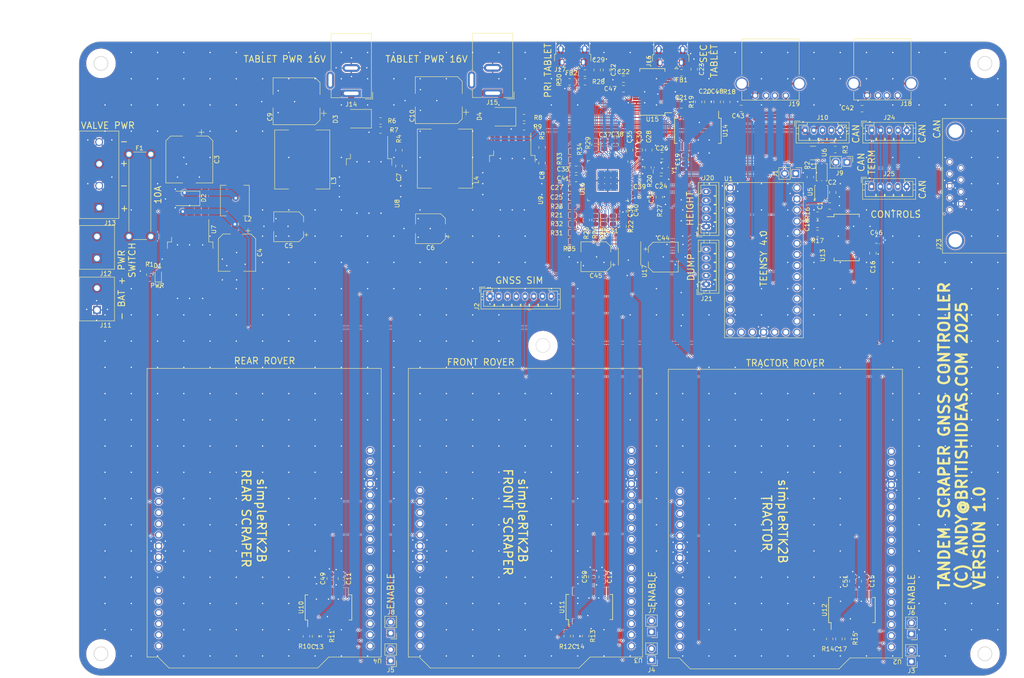
<source format=kicad_pcb>
(kicad_pcb (version 20221018) (generator pcbnew)
  (layers (0 "F.Cu" signal) (31 "B.Cu" signal) (34 "B.Paste" user) (35 "F.Paste" user) (36 "B.SilkS" user "B.Silkscreen") (37 "F.SilkS" user "F.Silkscreen") (38 "B.Mask" user) (39 "F.Mask" user) (44 "Edge.Cuts" user))
  (net 0 "")
  (net 1 "+5V")
  (net 2 "GND")
  (net 3 "+12V")
  (net 4 "Net-(C7-Pad1)")
  (net 5 "Net-(C8-Pad1)")
  (net 6 "/Power/16V_1")
  (net 7 "/Power/16V_2")
  (net 8 "Net-(U10-3V3OUT)")
  (net 9 "Net-(U11-3V3OUT)")
  (net 10 "Net-(U12-3V3OUT)")
  (net 11 "Net-(U13-3V3OUT)")
  (net 12 "Net-(U14-3V3OUT)")
  (net 13 "Net-(U15-VCC)")
  (net 14 "Net-(U15-3V3OUT)")
  (net 15 "Net-(U16-XTAL2)")
  (net 16 "Net-(U16-VDD18)")
  (net 17 "Net-(U16-XTAL1{slash}CLKIN)")
  (net 18 "Net-(U16-VDD18PLL)")
  (net 19 "Net-(C29-Pad1)")
  (net 20 "Net-(U16-RESET_N)")
  (net 21 "+3V3")
  (net 22 "Net-(J18-GND)")
  (net 23 "Net-(J19-GND)")
  (net 24 "/USB Hub/VBUS6")
  (net 25 "/USB Hub/VBUS7")
  (net 26 "Net-(D1-K)")
  (net 27 "Net-(D2-K)")
  (net 28 "Net-(D3-A)")
  (net 29 "Net-(D4-A)")
  (net 30 "/CAN/CAN_H")
  (net 31 "/CAN/CAN_L")
  (net 33 "Net-(J12-Pin_2)")
  (net 34 "Net-(J16-VBUS)")
  (net 35 "Net-(J17-VBUS)")
  (net 36 "Net-(J1-Pin_1)")
  (net 37 "/GNSS/GNSS_REAR_TX")
  (net 38 "/GNSS/GNSS_REAR_RX")
  (net 39 "/GNSS/GNSS_FRONT_RX")
  (net 40 "/GNSS/GNSS_FRONT_TX")
  (net 41 "/GNSS/GNSS_TRACTOR_RX")
  (net 42 "/GNSS/GNSS_TRACTOR_TX")
  (net 43 "Net-(J3-Pin_2)")
  (net 44 "Net-(J4-Pin_2)")
  (net 45 "Net-(J5-Pin_2)")
  (net 46 "Net-(J6-Pin_1)")
  (net 47 "Net-(J7-Pin_1)")
  (net 48 "Net-(J8-Pin_1)")
  (net 49 "Net-(J9-Pin_1)")
  (net 52 "Net-(J11-Pin_2)")
  (net 55 "Net-(J16-D-)")
  (net 56 "Net-(J16-D+)")
  (net 58 "Net-(J17-D-)")
  (net 59 "Net-(J17-D+)")
  (net 61 "Net-(J18-D-)")
  (net 62 "Net-(J18-D+)")
  (net 63 "Net-(J19-D-)")
  (net 64 "Net-(J19-D+)")
  (net 65 "/Valve Control/REAR_HEIGHT_DIR")
  (net 66 "/Valve Control/REAR_HEIGHT_PWM")
  (net 67 "/Valve Control/FRONT_HEIGHT_DIR")
  (net 68 "/Valve Control/FRONT_HEIGHT_PWM")
  (net 69 "/Valve Control/REAR_DUMP_DIR")
  (net 70 "/Valve Control/REAR_DUMP_PWM")
  (net 71 "/Valve Control/FRONT_DUMP_DIR")
  (net 72 "/Valve Control/FRONT_DUMP_PWM")
  (net 74 "Net-(U5-CANL)")
  (net 75 "Net-(U5-CANH)")
  (net 78 "Net-(U5-STB)")
  (net 79 "Net-(U8-COMP)")
  (net 80 "Net-(U9-COMP)")
  (net 81 "Net-(U8-FB)")
  (net 82 "Net-(U9-FB)")
  (net 83 "Net-(U10-TXD)")
  (net 84 "Net-(U10-RXD)")
  (net 85 "Net-(U11-TXD)")
  (net 86 "Net-(U11-RXD)")
  (net 87 "Net-(U12-TXD)")
  (net 88 "Net-(U12-RXD)")
  (net 89 "Net-(U13-TXD)")
  (net 90 "/USB Devices/ARDUINO_RX")
  (net 91 "Net-(U13-RXD)")
  (net 92 "/USB Devices/ARDUINO_TX")
  (net 93 "Net-(U14-TXD)")
  (net 94 "Net-(U15-RXD)")
  (net 95 "Net-(U14-RXD)")
  (net 96 "Net-(U15-TXD)")
  (net 97 "Net-(U16-SCL{slash}SMBCLK{slash}CFG_SEL0)")
  (net 98 "Net-(U16-SUSP_IND{slash}LOCAL_PWR{slash}NON_REM0)")
  (net 99 "Net-(U16-SDA{slash}SMBDATA{slash}NON_REM1)")
  (net 101 "Net-(U16-HS_IND{slash}CFG_SEL1)")
  (net 102 "Net-(U16-RBIAS)")
  (net 103 "Net-(U16-VBUS_DET)")
  (net 104 "Net-(U16-CFG_SEL2)")
  (net 105 "Net-(U16-OSC1_N)")
  (net 106 "Net-(U16-OSC2_N)")
  (net 107 "Net-(U16-OSC3_N)")
  (net 108 "Net-(U16-OSC4_N)")
  (net 109 "Net-(U16-OSC5_N)")
  (net 119 "/CAN/CAN_TX")
  (net 204 "/USB Devices/GNSS_REAR_D+")
  (net 205 "/USB Devices/GNSS_REAR_D-")
  (net 220 "/USB Devices/GNSS_FRONT_D+")
  (net 221 "/USB Devices/GNSS_FRONT_D-")
  (net 236 "/USB Devices/GNSS_TRACTOR_D+")
  (net 237 "/USB Devices/GNSS_TRACTOR_D-")
  (net 252 "/USB Devices/ARDUINO_D+")
  (net 253 "/USB Devices/ARDUINO_D-")
  (net 268 "/Slave Tablet/SLAVE_TABLET_D+")
  (net 269 "/Slave Tablet/SLAVE_TABLET_D-")
  (net 303 "/USB Hub/PRTPWR7")
  (net 304 "/USB Hub/OSC7")
  (net 305 "/USB Hub/OSC6")
  (net 306 "/USB Hub/PRTPWR6")
  (net 312 "/CAN/CAN_RX")
  (net 313 "Net-(R24-Pad1)")
  (footprint "Resistor_SMD:R_0805_2012Metric" (layer "F.Cu") (at 166.15 67.7)
    (fp_text reference "R31")
    (fp_text value "10k")
  )
  (footprint "Resistor_SMD:R_0805_2012Metric" (layer "F.Cu") (at 166.15 61.7)
    (fp_text reference "R23")
    (fp_text value "10k")
  )
  (footprint "Connector_PinHeader_2.54mm:PinHeader_1x02_P2.54mm_Vertical" (layer "F.Cu") (at 244.2 165.775 180)
    (fp_text reference "J3")
    (fp_text value "Conn_01x02")
  )
  (footprint "Capacitor_SMD:C_0805_2012Metric" (layer "F.Cu") (at 159.8 51.8 -90)
    (fp_text reference "C8")
    (fp_text value "100n")
  )
  (footprint "Capacitor_SMD:C_0805_2012Metric" (layer "F.Cu") (at 236.2 69.4)
    (fp_text reference "C46")
    (fp_text value "4u7")
  )
  (footprint "Britishideas:simpleRTK2B" (layer "F.Cu") (at 239.61 162.41 180)
    (fp_text reference "U2")
    (fp_text value "simpleRTK2B")
  )
  (footprint "Capacitor_SMD:C_0805_2012Metric" (layer "F.Cu") (at 181 59.6 -90)
    (fp_text reference "C40")
    (fp_text value "100n")
  )
  (footprint "Resistor_SMD:R_0805_2012Metric" (layer "F.Cu") (at 222.7425 63.7 180)
    (fp_text reference "R16")
    (fp_text value "1k")
  )
  (footprint "Capacitor_SMD:C_0805_2012Metric" (layer "F.Cu") (at 235.4 72.4 90)
    (fp_text reference "C16")
    (fp_text value "100n")
  )
  (footprint "Connector_USB:USB_Micro-B_Amphenol_10103594-0001LF_Horizontal" (layer "F.Cu") (at 189.175 26.935 180)
    (fp_text reference "J16")
    (fp_text value "SLAVE TABLET")
  )
  (footprint "Resistor_SMD:R_0805_2012Metric" (layer "F.Cu") (at 159.8 48.2 -90)
    (fp_text reference "R5")
    (fp_text value "3k")
  )
  (footprint "Resistor_SMD:R_0805_2012Metric" (layer "F.Cu") (at 173.9 64.8 90)
    (fp_text reference "R25")
    (fp_text value "100k")
  )
  (footprint "Resistor_SMD:R_0805_2012Metric" (layer "F.Cu") (at 169.9 64.8 -90)
    (fp_text reference "R26")
    (fp_text value "330")
  )
  (footprint "Resistor_SMD:R_0805_2012Metric" (layer "F.Cu") (at 155.7 41.4 180)
    (fp_text reference "R8")
    (fp_text value "18k")
  )
  (footprint "Capacitor_SMD:C_0805_2012Metric" (layer "F.Cu") (at 191.6 38.5)
    (fp_text reference "C21")
    (fp_text value "100n")
  )
  (footprint "Britishideas:MWSA1206S-470MT" (layer "F.Cu") (at 105 56.625 90)
    (fp_text reference "L3")
    (fp_text value "MWSA1206S-470MT")
  )
  (footprint "Resistor_SMD:R_0805_2012Metric" (layer "F.Cu") (at 171.9 64.8 -90)
    (fp_text reference "R24")
    (fp_text value "100k")
  )
  (footprint "Capacitor_SMD:C_0805_2012Metric" (layer "F.Cu") (at 178.4 32.6)
    (fp_text reference "C22")
    (fp_text value "100n")
  )
  (footprint "Capacitor_SMD:C_0805_2012Metric" (layer "F.Cu") (at 176 64.8025 -90)
    (fp_text reference "C31")
    (fp_text value "100n")
  )
  (footprint "Resistor_SMD:R_0805_2012Metric" (layer "F.Cu") (at 105.95 160.0075 -90)
    (fp_text reference "R10")
    (fp_text value "1k")
  )
  (footprint "Resistor_SMD:R_0805_2012Metric" (layer "F.Cu") (at 166.15 69.7)
    (fp_text reference "R35")
    (fp_text value "10k")
  )
  (footprint "Capacitor_SMD:C_0805_2012Metric" (layer "F.Cu") (at 108.05 160.0075 -90)
    (fp_text reference "C13")
    (fp_text value "100n")
  )
  (footprint "Capacitor_SMD:C_0805_2012Metric" (layer "F.Cu") (at 197.675 37.8 90)
    (fp_text reference "C20")
    (fp_text value "100n")
  )
  (footprint "Capacitor_SMD:C_0805_2012Metric" (layer "F.Cu") (at 178.4 34.8)
    (fp_text reference "C47")
    (fp_text value "4u7")
  )
  (footprint "Package_TO_SOT_SMD:TO-263-5_TabPin3" (layer "F.Cu") (at 79.4 74.65 -90)
    (fp_text reference "U7")
    (fp_text value "LM2596S-5")
  )
  (footprint "Capacitor_SMD:C_0805_2012Metric" (layer "F.Cu") (at 173.55 146.4575 -90)
    (fp_text reference "C12")
    (fp_text value "100n")
  )
  (footprint "Connector_BarrelJack:BarrelJack_Wuerth_6941xx301002" (layer "F.Cu") (at 116.2 35.85 180)
    (fp_text reference "J14")
    (fp_text value "TABLET 1 PWR")
  )
  (footprint "Connector_PinHeader_2.54mm:PinHeader_1x02_P2.54mm_Vertical" (layer "F.Cu") (at 184.81 158.985 180)
    (fp_text reference "J7")
    (fp_text value "Conn_01x02")
  )
  (footprint "Package_TO_SOT_SMD:TO-263-5_TabPin6" (layer "F.Cu") (at 120.275 55.625 -90)
    (fp_text reference "U8")
    (fp_text value "LM2587S-ADJ/NOPB")
  )
  (footprint "Fiducial:Fiducial_0.5mm_Mask1mm" (layer "F.Cu") (at 68.8 29.4)
    (fp_text reference "FID1" hide)
    (fp_text value "Fiducial")
  )
  (footprint "Resistor_SMD:R_0805_2012Metric" (layer "F.Cu") (at 225.525 160.6 -90)
    (fp_text reference "R14")
    (fp_text value "1k")
  )
  (footprint "Connector_JST:JST_PH_B5B-PH-K_1x05_P2.00mm_Vertical" (layer "F.Cu") (at 197.3 79.5 90)
    (fp_text reference "J21")
    (fp_text value "REAR HEIGHT")
  )
  (footprint "Capacitor_SMD:C_0805_2012Metric" (layer "F.Cu") (at 171.2 146.4 90)
    (fp_text reference "C50")
    (fp_text value "4u7")
  )
  (footprint "Capacitor_SMD:C_0805_2012Metric" (layer "F.Cu") (at 166.15 57.5 180)
    (fp_text reference "C27")
    (fp_text value "1u")
  )
  (footprint "Resistor_SMD:R_0805_2012Metric" (layer "F.Cu") (at 127.1 48.85 -90)
    (fp_text reference "R4")
    (fp_text value "3k")
  )
  (footprint "Britishideas:PhoenixContact_COMBICON_PT_4" (layer "F.Cu") (at 58.6 61.975 90)
    (fp_text reference "J13")
    (fp_text value "VALVE POWER")
  )
  (footprint "Package_DFN_QFN:QFN-64-1EP_9x9mm_P0.5mm_EP4.7x4.7mm_ThermalVias" (layer "F.Cu") (at 174.8 55.8 -90)
    (fp_text reference "U16")
    (fp_text value "USB2517")
  )
  (footprint "Resistor_SMD:R_0805_2012Metric" (layer "F.Cu") (at 166.1 33.2 180)
    (fp_text reference "R30")
    (fp_text value "100k")
  )
  (footprint "Resistor_SMD:R_0805_2012Metric" (layer "F.Cu") (at 110.15 160.0075 -90)
    (fp_text reference "R11")
    (fp_text value "1k")
  )
  (footprint "Capacitor_SMD:C_0805_2012Metric" (layer "F.Cu") (at 187.2 50.1)
    (fp_text reference "C26")
    (fp_text value "12p")
  )
  (footprint "Capacitor_SMD:C_0805_2012Metric" (layer "F.Cu") (at 111.4 146.8 90)
    (fp_text reference "C49")
    (fp_text value "4u7")
  )
  (footprint "Resistor_SMD:R_0805_2012Metric" (layer "F.Cu") (at 226.8 48.7)
    (fp_text reference "R3")
    (fp_text value "120")
  )
  (footprint "Capacitor_SMD:C_0805_2012Metric" (layer "F.Cu") (at 192.475 51 90)
    (fp_text reference "C19")
    (fp_text value "100n")
  )
  (footprint "Resistor_SMD:R_0805_2012Metric" (layer "F.Cu") (at 166.15 63.7)
    (fp_text reference "R21")
    (fp_text value "10k")
  )
  (footprint "Capacitor_SMD:CP_Elec_6.3x5.9" (layer "F.Cu") (at 172.1 73.2 180)
    (fp_text reference "C45")
    (fp_text value "1729034")
  )
  (footprint "EmSA:ACT1210-510-2P-TL00" (layer "F.Cu") (at 223.7 53.9 90)
    (fp_text reference "L1")
    (fp_text value "ACT1210-510-2P-TL00")
  )
  (footprint "Connector_PinHeader_2.54mm:PinHeader_1x02_P2.54mm_Vertical" (layer "F.Cu") (at 244.2 159.475 180)
    (fp_text reference "J6")
    (fp_text value "Conn_01x02")
  )
  (footprint "EmSA:DB9_RA_MALE_LD09P13A4" (layer "F.Cu") (at 265.9 57 90)
    (fp_text reference "J23")
    (fp_text value "CAN")
  )
  (footprint "Resistor_SMD:R_0805_2012Metric" (layer "F.Cu") (at 166.15 65.7)
    (fp_text reference "R32")
    (fp_text value "10k")
  )
  (footprint "Connector_JST:JST_PH_B5B-PH-K_1x05_P2.00mm_Vertical" (layer "F.Cu") (at 235.1 57.15)
    (fp_text reference "J25")
    (fp_text value "CAN BUS")
  )
  (footprint "Diode_SMD:D_SMA" (layer "F.Cu") (at 78.1 59.875 180)
    (fp_text reference "D2")
    (fp_text value "B360A-13-F")
  )
  (footprint "Capacitor_SMD:C_0805_2012Metric" (layer "F.Cu") (at 194.575 30.335 90)
    (fp_text reference "C23")
    (fp_text value "10n")
  )
  (footprint "Capacitor_SMD:C_0805_2012Metric" (layer "F.Cu") (at 178.3 62.8 -90)
    (fp_text reference "C36")
    (fp_text value "100n")
  )
  (footprint "Capacitor_SMD:C_0805_2012Metric" (layer "F.Cu") (at 184.2 48.8 90)
    (fp_text reference "C28")
    (fp_text value "100n")
  )
  (footprint "Capacitor_SMD:C_0805_2012Metric" (layer "F.Cu") (at 174 47.6 90)
    (fp_text reference "C37")
    (fp_text value "100n")
  )
  (footprint "Capacitor_SMD:C_0805_2012Metric" (layer "F.Cu") (at 113.95 146.8075 -90)
    (fp_text reference "C11")
    (fp_text value "100n")
  )
  (footprint "Resistor_SMD:R_0805_2012Metric" (layer "F.Cu") (at 165.55 159.9575 -90)
    (fp_text reference "R12")
    (fp_text value "1k")
  )
  (footprint "Resistor_SMD:R_0805_2012Metric" (layer "F.Cu") (at 191.675 31.135 180)
    (fp_text reference "FB1")
    (fp_text value "PZ2012D800-3R0TF")
  )
  (footprint "Capacitor_SMD:C_0805_2012Metric" (layer "F.Cu") (at 182.1 55.6)
    (fp_text reference "C39")
    (fp_text value "100n")
  )
  (footprint "Package_TO_SOT_SMD:TO-263-5_TabPin6" (layer "F.Cu") (at 153 54.875 -90)
    (fp_text reference "U9")
    (fp_text value "LM2587S-ADJ/NOPB")
  )
  (footprint "Diode_SMD:D_PowerDI-5" (layer "F.Cu") (at 150 41.2 180)
    (fp_text reference "D4")
    (fp_text value "PDS760-13")
  )
  (footprint "Fiducial:Fiducial_0.5mm_Mask1mm" (layer "F.Cu") (at 254 29.4)
    (fp_text reference "FID2" hide)
    (fp_text value "Fiducial")
  )
  (footprint "Capacitor_SMD:C_0805_2012Metric" (layer "F.Cu") (at 227.625 160.6 -90)
    (fp_text reference "C17")
    (fp_text value "100n")
  )
  (footprint "Package_SO:SSOP-28_5.3x10.2mm_P0.65mm" (layer "F.Cu") (at 185 35.525 180)
    (fp_text reference "U15")
    (fp_text value "FT232RL")
  )
  (footprint "Capacitor_SMD:CP_Elec_10x10.5" (layer "F.Cu") (at 79.2 50.975 -90)
    (fp_text reference "C3")
    (fp_text value "680u")
  )
  (footprint "Capacitor_SMD:C_0805_2012Metric" (layer "F.Cu") (at 222.7425 65.8 180)
    (fp_text reference "C18")
    (fp_text value "100n")
  )
  (footprint "Britishideas:292303-1" (layer "F.Cu") (at 241.07 36.31 180)
    (fp_text reference "J18")
    (fp_text value "292303-1")
  )
  (footprint "Connector_PinHeader_2.54mm:PinHeader_1x02_P2.54mm_Vertical" (layer "F.Cu") (at 125.21 159.285 180)
    (fp_text reference "J8")
    (fp_text value "Conn_01x02")
  )
  (footprint "Connector_PinHeader_2.54mm:PinHeader_1x02_P2.54mm_Vertical" (layer "F.Cu") (at 125.21 165.585 180)
    (fp_text reference "J5")
    (fp_text value "Conn_01x02")
  )
  (footprint "Resistor_SMD:R_0805_2012Metric" (layer "F.Cu") (at 229.725 160.6 -90)
    (fp_text reference "R15")
    (fp_text value "1k")
  )
  (footprint "Capacitor_SMD:CP_Elec_10x10.5" (layer "F.Cu") (at 103.7 37.65 180)
    (fp_text reference "C9")
    (fp_text value "560u")
  )
  (footprint "Britishideas:simpleRTK2B" (layer "F.Cu") (at 180.21 162.21 180)
    (fp_text reference "U3")
    (fp_text value "simpleRTK2B")
  )
  (footprint "Capacitor_SMD:C_0805_2012Metric" (layer "F.Cu") (at 167.6 53.2 180)
    (fp_text reference "C33")
    (fp_text value "1u")
  )
  (footprint "Package_SO:SSOP-28_5.3x10.2mm_P0.65mm" (layer "F.Cu") (at 170.6 153.3 90)
    (fp_text reference "U11")
    (fp_text value "FT232RL")
  )
  (footprint "Resistor_SMD:R_0805_2012Metric" (layer "F.Cu") (at 166.2 51.1)
    (fp_text reference "R33")
    (fp_text value "10k")
  )
  (footprint "Resistor_SMD:R_0805_2012Metric" (layer "F.Cu") (at 186.6 59.6 -90)
    (fp_text reference "R27")
    (fp_text value "12k")
  )
  (footprint "Capacitor_SMD:C_0805_2012Metric" (layer "F.Cu") (at 225.5 61.6)
    (fp_text reference "C1")
    (fp_text value "100n")
  )
  (footprint "Capacitor_SMD:C_0805_2012Metric" (layer "F.Cu") (at 182 48.8 90)
    (fp_text reference "C30")
    (fp_text value "1u")
  )
  (footprint "Connector_USB:USB_Micro-B_Amphenol_10103594-0001LF_Horizontal" (layer "F.Cu") (at 166.775 26.835 180)
    (fp_text reference "J17")
    (fp_text value "MASTER TABLET")
  )
  (footprint "Capacitor_SMD:C_0805_2012Metric" (layer "F.Cu") (at 172.4 30.5 90)
    (fp_text reference "C29")
    (fp_text value "10n")
  )
  (footprint "Resistor_SMD:R_0805_2012Metric" (layer "F.Cu") (at 70.18 77.315 90)
    (fp_text reference "R1")
    (fp_text value "330")
  )
  (footprint "Resistor_SMD:R_0805_2012Metric" (layer "F.Cu") (at 178.3 66.3 90)
    (fp_text reference "R22")
    (fp_text value "10k")
  )
  (footprint "Britishideas:FA-238" (layer "F.Cu") (at 187.1 52.8)
    (fp_text reference "Y1")
    (fp_text value "CF4024M00012")
  )
  (footprint "Resistor_SMD:R_0805_2012Metric" (layer "F.Cu") (at 171.9 47.6 -90)
    (fp_text reference "R29")
    (fp_text value "10k")
  )
  (footprint "Connector_BarrelJack:BarrelJack_Wuerth_6941xx301002" (layer "F.Cu") (at 148.5 35.8 180)
    (fp_text reference "J15")
    (fp_text value "TABLET 2 PWR")
  )
  (footprint "Capacitor_SMD:C_0805_2012Metric" (layer "F.Cu") (at 233.525 147.4 -90)
    (fp_text reference "C15")
    (fp_text value "100n")
  )
  (footprint "Britishideas:MWSA1206S-470MT" (layer "F.Cu") (at 137.6 56.425 90)
    (fp_text reference "L4")
    (fp_text value "MWSA1206S-470MT")
  )
  (footprint "Connector_PinHeader_2.54mm:PinHeader_1x02_P2.54mm_Vertical" (layer "F.Cu") (at 229.475 51.6 -90)
    (fp_text reference "J9")
    (fp_text value "TERM")
  )
  (footprint "Connector_PinHeader_2.54mm:PinHeader_1x02_P2.54mm_Vertical" (layer "F.Cu") (at 184.81 165.385 180)
    (fp_text reference "J4")
    (fp_text value "Conn_01x02")
  )
  (footprint "Capacitor_SMD:C_0805_2012Metric" (layer "F.Cu") (at 179.8 48.8 90)
    (fp_text reference "C35")
    (fp_text value "100n")
  )
  (footprint "Capacitor_SMD:C_0805_2012Metric" (layer "F.Cu") (at 199.8 37.8 90)
    (fp_text reference "C48")
    (fp_text value "4u7")
  )
  (footprint "Connector_JST:JST_PH_B5B-PH-K_1x05_P2.00mm_Vertical" (layer "F.Cu") (at 235.15 44.3)
    (fp_text reference "J24")
    (fp_text value "CAN BUS")
  )
  (footprint "Capacitor_SMD:CP_Elec_6.3x5.9" (layer "F.Cu") (at 134.3 66.8 180)
    (fp_text reference "C6")
    (fp_text value "1729034")
  )
  (footprint "Britishideas:simpleRTK2B" (layer "F.Cu") (at 120.51 162.21 180)
    (fp_text reference "U4")
    (fp_text value "simpleRTK2B")
  )
  (footprint "Capacitor_SMD:C_0805_2012Metric" (layer "F.Cu") (at 174.5 30.5 90)
    (fp_text reference "C32")
    (fp_text value "1u")
  )
  (footprint "Capacitor_SMD:C_0805_2012Metric" (layer "F.Cu") (at 230.8 147.4 90)
    (fp_text reference "C51")
    (fp_text value "4u7")
  )
  (footprint "Connector_JST:JST_PH_B5B-PH-K_1x05_P2.00mm_Vertical" (layer "F.Cu") (at 197.3 66.3 90)
    (fp_text reference "J20")
    (fp_text value "FRONT HEIGHT")
  )
  (footprint "Capacitor_SMD:C_0805_2012Metric" (layer "F.Cu") (at 166.15 59.6 180)
    (fp_text reference "C25")
    (fp_text value "100n")
  )
  (footprint "Fiducial:Fiducial_0.5mm_Mask1mm" (layer "F.Cu") (at 63 156.2)
    (fp_text reference "FID3" hide)
    (fp_text value "Fiducial")
  )
  (footprint "Capacitor_SMD:C_0805_2012Metric" (layer "F.Cu") (at 226.2097 58.49875 -90)
    (fp_text reference "C2")
    (fp_text value "100n")
  )
  (footprint "Capacitor_SMD:C_0805_2012Metric" (layer "F.Cu") (at 167.6 55.3 180)
    (fp_text reference "C41")
    (fp_text value "100n")
  )
  (footprint "Capacitor_SMD:C_0805_2012Metric" (layer "F.Cu") (at 232.93 39.35 180)
    (fp_text reference "C42")
    (fp_text value "100n")
  )
  (footprint "Resistor_SMD:R_0805_2012Metric" (layer "F.Cu") (at 195.575 37.8 90)
    (fp_text reference "R19")
    (fp_text value "1k")
  )
  (footprint "Resistor_SMD:R_0805_2012Metric" (layer "F.Cu") (at 221.1 55 -90)
    (fp_text reference "R2")
    (fp_text value "10k")
  )
  (footprint "Package_SO:SSOP-28_5.3x10.2mm_P0.65mm" (layer "F.Cu") (at 230.6 154 90)
    (fp_text reference "U12")
    (fp_text value "FT232RL")
  )
  (footprint "Package_TO_SOT_SMD:SOT-23" (layer "F.Cu") (at 221.7 49.5 180)
    (fp_text reference "U6")
    (fp_text value "PESD2CANFD24V-TR")
  )
  (footprint "Resistor_SMD:R_0805_2012Metric" (layer "F.Cu") (at 184 52.8 90)
    (fp_text reference "R20")
    (fp_text value "1M")
  )
  (footprint "Capacitor_SMD:C_0805_2012Metric" (layer "F.Cu") (at 176.5 47.6 90)
    (fp_text reference "C38")
    (fp_text value "100n")
  )
  (footprint "Capacitor_SMD:C_0805_2012Metric" (layer "F.Cu") (at 127.1 52.45 -90)
    (fp_text reference "C7")
    (fp_text value "100n")
  )
  (footprint "Package_SO:SOIC-8_3.9x4.9mm_P1.27mm" (layer "F.Cu") (at 179.8 73.2 -90)
    (fp_text reference "U17")
    (fp_text value "MIC2026-1YM")
  )
  (footprint "Diode_SMD:D_0603_1608Metric" (layer "F.Cu") (at 72.1 77.475 90)
    (fp_text reference "D1")
    (fp_text value "APTD1608SECK")
  )
  (footprint "Capacitor_SMD:CP_Elec_10x10.5" (layer "F.Cu") (at 136.2 37.4 180)
    (fp_text reference "C10")
    (fp_text value "560u")
  )
  (footprint "Capacitor_SMD:C_0805_2012Metric" (layer "F.Cu") (at 205.3 39.3 180)
    (fp_text reference "C43")
    (fp_text value "100n")
  )
  (footprint "Capacitor_SMD:C_0805_2012Metric" (layer "F.Cu") (at 187 55.5)
    (fp_text reference "C24")
    (fp_text value "12p")
  )
  (footprint "Capacitor_SMD:CP_Elec_8x6.5" (layer "F.Cu") (at 90.1 72.275 -90)
    (fp_text reference "C4")
    (fp_text value "220u")
  )
  (footprint "Connector_PinHeader_2.54mm:PinHeader_1x02_P2.54mm_Vertical" (layer "F.Cu") (at 217.775 54.17 -90)
    (fp_text reference "J1")
    (fp_text value "Conn_01x02")
  )
  (footprint "Diode_SMD:D_PowerDI-5" (layer "F.Cu") (at 117 41.65 180)
    (fp_text reference "D3")
    (fp_text value "PDS760-13")
  )
  (footprint "Capacitor_SMD:C_0805_2012Metric" (layer "F.Cu") (at 183.1 59.6 -90)
    (fp_text reference "C34")
    (fp_text value "100n")
  )
  (footprint "Connector_JST:JST_PH_B8B-PH-K_1x08_P2.00mm_Vertical" (layer "F.Cu") (at 147.9 82.25)
    (fp_text reference "J2")
    (fp_text value "GPS SIM")
  )
  (footprint "Britishideas:292303-1" (layer "F.Cu") (at 215.5 36.35 180)
    (fp_text reference "J19")
    (fp_text value "292303-1")
  )
  (footprint "Package_SO:SSOP-28_5.3x10.2mm_P0.65mm" (layer "F.Cu") (at 229.4 68.8)
    (fp_text reference "U13")
    (fp_text value "FT232RL")
  )
  (footprint "Britishideas:PhoenixContact_COMBICON_MKDSN_2" (layer "F.Cu") (at 58.1 85.375 90)
    (fp_text reference "J11")
    (fp_text value "TRACTOR BATTERY")
  )
  (footprint "EmSA:HVSON8_0_65mm" (layer "F.Cu") (at 222.625 59.7625)
    (fp_text reference "U5")
    (fp_text value "TJA1462ATK-0Z")
  )
  (footprint "Capacitor_SMD:CP_Elec_6.3x5.9" (layer "F.Cu") (at 101.9 66.35 180)
    (fp_text reference "C5")
    (fp_text value "1729034")
  )
  (footprint "Capacitor_SMD:C_0805_2012Metric" (layer "F.Cu") (at 167.65 159.9575 -90)
    (fp_text reference "C14")
    (fp_text value "100n")
  )
  (footprint "Britishideas:PhoenixContact_COMBICON_MKDSN_2" (layer "F.Cu") (at 58.1 73.575 90)
    (fp_text reference "J12")
    (fp_text value "PWR SWITCH")
  )
  (footprint "Resistor_SMD:R_0805_2012Metric" (layer "F.Cu") (at 169.75 159.9575 -90)
    (fp_text reference "R13")
    (fp_text value "1k")
  )
  (footprint "Capacitor_SMD:CP_Elec_6.3x5.9" (layer "F.Cu") (at 187.5 73.3)
    (fp_text reference "C44")
    (fp_text value "1729034")
  )
  (footprint "Package_SO:SSOP-28_5.3x10.2mm_P0.65mm" (layer "F.Cu") (at 195.4 44.4 -90)
    (fp_text reference "U14")
    (fp_text value "FT232RL")
  )
  (footprint "Connector_JST:JST_PH_B5B-PH-K_1x05_P2.00mm_Vertical" (layer "F.Cu") (at 219.9 44.3)
    (fp_text reference "J10")
    (fp_text value "CAN BUS")
  )
  (footprint "Britishideas:MWSA0603S-330MT" (layer "F.Cu") (at 89.6 57.375 -90)
    (fp_text reference "L2")
    (fp_text value "33uH")
  )
  (footprint "Britishideas:5x20 Fuse Holder" (layer "F.Cu") (at 65.4 68.575 90)
    (fp_text reference "F1")
    (fp_text value "10A")
  )
  (footprint "Package_SO:SSOP-28_5.3x10.2mm_P0.65mm" (layer "F.Cu") (at 111 153.4 90)
    (fp_text reference "U10")
    (fp_text value "FT232RL")
  )
  (footprint "Resistor_SMD:R_0805_2012Metric" (layer "F.Cu") (at 222.7425 67.9 180)
    (fp_text reference "R17")
    (fp_text value "1k")
  )
  (footprint "Resistor_SMD:R_0805_2012Metric" (layer "F.Cu") (at 202 37.8 90)
    (fp_text reference "R18")
    (fp_text value "1k")
  )
  (footprint "Resistor_SMD:R_0805_2012Metric" (layer "F.Cu") (at 122.9 44.25)
    (fp_text reference "R7")
    (fp_text value "1k5")
  )
  (footprint "Resistor_SMD:R_0805_2012Metric" (layer "F.Cu") (at 169.6 31.2 180)
    (fp_text reference "FB2")
    (fp_text value "PZ2012D800-3R0TF")
  )
  (footprint "Britishideas:Teensy_4.0" (layer "F.Cu") (at 202.8 57.45)
    (fp_text reference "U1")
    (fp_text value "TEENSY 4.0")
  )
  (footprint "Resistor_SMD:R_0805_2012Metric" (layer "F.Cu") (at 155.7 43.5)
    (fp_text reference "R9")
    (fp_text value "1k5")
  )
  (footprint "Resistor_SMD:R_0805_2012Metric" (layer "F.Cu") (at 166.2 49.1)
    (fp_text reference "R34")
    (fp_text value "10k")
  )
  (footprint "Resistor_SMD:R_0805_2012Metric" (layer "F.Cu") (at 122.9 42.15 180)
    (fp_text reference "R6")
    (fp_text value "18k")
  )
  (footprint "Resistor_SMD:R_0805_2012Metric" (layer "F.Cu") (at 169.6 33.2 180)
    (fp_text reference "R28")
    (fp_text value "100k")
  )
  (gr_arc (start 54 29) (mid 55.464466 25.464466) (end 59 24) (stroke (width 0.1)) (layer "Edge.Cuts"))
  (gr_line (start 59 24) (end 261 24) (stroke (width 0.1)) (layer "Edge.Cuts"))
  (gr_line (start 260.5 169) (end 59 169) (stroke (width 0.1)) (layer "Edge.Cuts"))
  (gr_arc (start 266 163.5) (mid 264.389087 167.389087) (end 260.5 169) (stroke (width 0.1)) (layer "Edge.Cuts"))
  (gr_circle (center 261 29) (end 262.6 29) (stroke (width 0.15)) (fill none) (layer "Edge.Cuts"))
  (gr_arc (start 59 169) (mid 55.464466 167.535534) (end 54 164) (stroke (width 0.1)) (layer "Edge.Cuts"))
  (gr_arc (start 261 24) (mid 264.535534 25.464466) (end 266 29) (stroke (width 0.1)) (layer "Edge.Cuts"))
  (gr_circle (center 59 29) (end 60.6 29) (stroke (width 0.15)) (fill none) (layer "Edge.Cuts"))
  (gr_line (start 54 164) (end 54 29) (stroke (width 0.1)) (layer "Edge.Cuts"))
  (gr_circle (center 261 164) (end 262.6 164) (stroke (width 0.15)) (fill none) (layer "Edge.Cuts"))
  (gr_line (start 266 29) (end 266 163.5) (stroke (width 0.1)) (layer "Edge.Cuts"))
  (gr_circle (center 160 93.5) (end 161.6 93.5) (stroke (width 0.1)) (fill none) (layer "Edge.Cuts"))
  (gr_circle (center 59 164) (end 60.6 164) (stroke (width 0.15)) (fill none) (layer "Edge.Cuts"))
  (gr_text "VALVE PWR" (at 54.3 44.075) (layer "F.SilkS") (effects (font (size 1.5 1.5) (thickness 0.2)) (justify left bottom)))
  (gr_text "ENABLE" (at 126.1 149.7 90) (layer "F.SilkS") (effects (font (size 1.5 1.5) (thickness 0.2)) (justify bottom)))
  (gr_text "- BAT +" (at 64.6 87.875 90) (layer "F.SilkS") (effects (font (size 1.5 1.5) (thickness 0.2)) (justify left bottom)))
  (gr_text "TRACTOR" (at 210 127.5 -90) (layer "F.SilkS") (effects (font (size 2 2) (thickness 0.3)) (justify left bottom)))
  (gr_text "PWR" (at 70.2 80.375) (layer "F.SilkS") (effects (font (size 1 1)) (justify left bottom)))
  (gr_text "CAN" (at 247.6 57.85 90) (layer "F.SilkS") (effects (font (size 1.5 1.5) (thickness 0.2)) (justify bottom)))
  (gr_text "PRI TABLET" (at 162 37 90) (layer "F.SilkS") (effects (font (size 1.5 1.5) (thickness 0.2)) (justify left bottom)))
  (gr_text "HEIGHT" (at 194.5 62.2 90) (layer "F.SilkS") (effects (font (size 1.5 1.5) (thickness 0.2)) (justify bottom)))
  (gr_text "ENABLE" (at 185.8 149.3 90) (layer "F.SilkS") (effects (font (size 1.5 1.5) (thickness 0.2)) (justify bottom)))
  (gr_text "TRACTOR ROVER" (at 215.4 98.4) (layer "F.SilkS") (effects (font (size 1.5 1.5) (thickness 0.2)) (justify bottom)))
  (gr_text "ENABLE" (at 245.1 149.9 90) (layer "F.SilkS") (effects (font (size 1.5 1.5) (thickness 0.2)) (justify bottom)))
  (gr_text "10A" (at 72.9 61.275 90) (layer "F.SilkS") (effects (font (size 1.5 1.5) (thickness 0.2)) (justify left bottom)))
  (gr_text "TABLET PWR 16V" (at 101 28.9) (layer "F.SilkS") (effects (font (size 1.5 1.5) (thickness 0.2)) (justify bottom)))
  (gr_text "SEC\nTABLET" (at 200 24.5 90) (layer "F.SilkS") (effects (font (size 1.5 1.5) (thickness 0.2)) (justify right bottom)))
  (gr_text "REAR SCRAPER" (at 91 121.6 -90) (layer "F.SilkS") (effects (font (size 2 2) (thickness 0.3)) (justify left bottom)))
  (gr_text "+" (at 63.3 62.975) (layer "F.SilkS") (effects (font (size 1.5 1.5) (thickness 0.2)) (justify left bottom)))
  (gr_text "+" (at 63.2 52.675) (layer "F.SilkS") (effects (font (size 1.5 1.5) (thickness 0.2)) (justify left bottom)))
  (gr_text "FRONT ROVER" (at 145.8 98.2) (layer "F.SilkS") (effects (font (size 1.5 1.5) (thickness 0.2)) (justify bottom)))
  (gr_text "CONTROLS" (at 240.6 64.4) (layer "F.SilkS") (effects (font (size 1.5 1.5) (thickness 0.2)) (justify bottom)))
  (gr_text "TABLET PWR 16V" (at 133.4 28.9) (layer "F.SilkS") (effects (font (size 1.5 1.5) (thickness 0.2)) (justify bottom)))
  (gr_text "FRONT SCRAPER" (at 150.8 121.5 -90) (layer "F.SilkS") (effects (font (size 2 2) (thickness 0.3)) (justify left bottom)))
  (gr_text "CAN\nTERM" (at 236 51.6 90) (layer "F.SilkS") (effects (font (size 1.5 1.5) (thickness 0.2)) (justify bottom)))
  (gr_text "TANDEM SCRAPER GNSS CONTROLLER\n(C) ANDY@BRITISHIDEAS.COM 2025\nVERSION 1.0" (at 261.2 149.6 90) (layer "F.SilkS") (effects (font (size 2.5 2.5) (thickness 0.5) bold) (justify left bottom)))
  (gr_text "CAN" (at 250.9 44 90) (layer "F.SilkS") (effects (font (size 1.5 1.5) (thickness 0.2)) (justify bottom)))
  (gr_text "-" (at 63.2 47.675) (layer "F.SilkS") (effects (font (size 1.5 1.5) (thickness 0.2)) (justify left bottom)))
  (gr_text "DUMP" (at 194.7 75.6 90) (layer "F.SilkS") (effects (font (size 1.5 1.5) (thickness 0.2)) (justify bottom)))
  (gr_text "REAR ROVER" (at 96.4 97.9) (layer "F.SilkS") (effects (font (size 1.5 1.5) (thickness 0.2)) (justify bottom)))
  (gr_text "GNSS SIM" (at 154.6 79.5) (layer "F.SilkS") (effects (font (size 1.5 1.5) (thickness 0.2)) (justify bottom)))
  (gr_text "PWR\nSWITCH" (at 67 74 90) (layer "F.SilkS") (effects (font (size 1.5 1.5) (thickness 0.2)) (justify bottom)))
  (gr_text "CAN" (at 232.4 45.1 90) (layer "F.SilkS") (effects (font (size 1.5 1.5) (thickness 0.2)) (justify bottom)))
  (gr_text "CAN" (at 247.55 45.05 90) (layer "F.SilkS") (effects (font (size 1.5 1.5) (thickness 0.2)) (justify bottom)))
  (gr_text "-" (at 63.2 57.775) (layer "F.SilkS") (effects (font (size 1.5 1.5) (thickness 0.2)) (justify left bottom)))
  (segment (start 194.699994 77.2) (end 194.7 77.200006) (width 0.152) (layer "F.Cu") (net 1))
  (segment (start 233 69.775) (end 234.875 69.775) (width 0.152) (layer "F.Cu") (net 1))
  (segment (start 108.725 158.575) (end 108.2425 159.0575) (width 0.152) (layer "F.Cu") (net 1))
  (segment (start 224.55 61.85) (end 224.55 61.6) (width 0.152) (layer "F.Cu") (net 1))
  (segment (start 231.575 150.4) (end 231.575 151.775) (width 0.152) (layer "F.Cu") (net 1))
  (segment (start 70.21 129.19) (end 72.19 129.19) (width 0.152) (layer "F.Cu") (net 1))
  (segment (start 191.29 137.01) (end 231.41 137.01) (width 0.152) (layer "F.Cu") (net 1))
  (segment (start 223.925 60.8) (end 224.55 61.425) (width 0.152) (layer "F.Cu") (net 1))
  (segment (start 163.5 89.4) (end 92.9 89.4) (width 0.6) (layer "F.Cu") (net 1))
  (segment (start 236.8 92.9) (end 167 92.9) (width 0.6) (layer "F.Cu") (net 1))
  (segment (start 229.6 62.8) (end 225.5 62.8) (width 0.152) (layer "F.Cu") (net 1))
  (segment (start 108.8 156.925) (end 108.725 157) (width 0.152) (layer "F.Cu") (net 1))
  (segment (start 168.325 156.9) (end 168.325 158.475) (width 0.152) (layer "F.Cu") (net 1))
  (segment (start 215.235 52.835) (end 215.2 52.8) (width 0.152) (layer "F.Cu") (net 1))
  (segment (start 180.4 77.2) (end 194.699994 77.2) (width 0.152) (layer "F.Cu") (net 1))
  (segment (start 197.675 40.8) (end 197.675 38.75) (width 0.152) (layer "F.Cu") (net 1))
  (segment (start 111.975 149.8) (end 111.975 151.175) (width 0.152) (layer "F.Cu") (net 1))
  (segment (start 130.21 136.81) (end 130.2 136.8) (width 0.152) (layer "F.Cu") (net 1))
  (segment (start 231.41 137.01) (end 231.6 137.2) (width 0.152) (layer "F.Cu") (net 1))
  (segment (start 72.1 76.6875) (end 72.1 75.575) (width 0.152) (layer "F.Cu") (net 1))
  (segment (start 171.575 147.725) (end 171.2 147.35) (width 0.152) (layer "F.Cu") (net 1))
  (segment (start 92.9 89.4) (end 92.8 89.3) (width 0.6) (layer "F.Cu") (net 1))
  (segment (start 89.6 65.775) (end 89.6 63.425) (width 1.4) (layer "F.Cu") (net 1))
  (segment (start 220.4 42.8) (end 221.9 44.3) (width 0.152) (layer "F.Cu") (net 1))
  (segment (start 197.675 40.8) (end 197.675 42.075) (width 0.152) (layer "F.Cu") (net 1))
  (segment (start 224.575 57.0375) (end 225.69845 57.0375) (width 0.152) (layer "F.Cu") (net 1))
  (segment (start 224.225 66.525) (end 223.6925 65.9925) (width 0.152) (layer "F.Cu") (net 1))
  (segment (start 131.948 129.132) (end 182.15 129.132) (width 0.152) (layer "F.Cu") (net 1))
  (segment (start 229.625 69.775) (end 229.6 69.8) (width 0.152) (layer "F.Cu") (net 1))
  (segment (start 197.675 42.075) (end 198.4 42.8) (width 0.152) (layer "F.Cu") (net 1))
  (segment (start 130.2 129.132) (end 131.832 129.132) (width 0.152) (layer "F.Cu") (net 1))
  (segment (start 231.575 149.125) (end 230.8 148.35) (width 0.152) (layer "F.Cu") (net 1))
  (segment (start 229.6 57.6) (end 229.54875 57.54875) (width 0.152) (layer "F.Cu") (net 1))
  (segment (start 70.2 129.2) (end 70.21 129.19) (width 0.152) (layer "F.Cu") (net 1))
  (segment (start 70.4 137) (end 70.59 136.81) (width 0.152) (layer "F.Cu") (net 1))
  (segment (start 215.4 61.4) (end 224.35 61.4) (width 0.152) (layer "F.Cu") (net 1))
  (segment (start 182.15 129.132) (end 189.4 129.132) (width 0.152) (layer "F.Cu") (net 1))
  (segment (start 180.4 81.8) (end 179.95 82.25) (width 0.152) (layer "F.Cu") (net 1))
  (segment (start 171.575 151.175) (end 171.6 151.2) (width 0.152) (layer "F.Cu") (net 1))
  (segment (start 228.325 157.6) (end 228.325 159.175) (width 0.152) (layer "F.Cu") (net 1))
  (segment (start 108.8 155.6) (end 108.8 156.925) (width 0.152) (layer "F.Cu") (net 1))
  (segment (start 237.15 44) (end 237.15 44.3) (width 0.152) (layer "F.Cu") (net 1))
  (segment (start 112.048 136.752) (end 130.152 136.752) (width 0.152) (layer "F.Cu") (net 1))
  (segment (start 167 92.9) (end 163.5 89.4) (width 0.6) (layer "F.Cu") (net 1))
  (segment (start 191.032 129.132) (end 191.29 129.39) (width 0.152) (layer "F.Cu") (net 1))
  (segment (start 89.6 68.725) (end 90.1 69.225) (width 1.4) (layer "F.Cu") (net 1))
  (segment (start 215.2 61.2) (end 215.4 61.4) (width 0.152) (layer "F.Cu") (net 1))
  (segment (start 130.152 136.752) (end 130.2 136.8) (width 0.152) (layer "F.Cu") (net 1))
  (segment (start 223.6 42.6) (end 235.8 42.6) (width 0.6) (layer "F.Cu") (net 1))
  (segment (start 108.725 157) (end 108.725 158.575) (width 0.152) (layer "F.Cu") (net 1))
  (segment (start 223.925 59.7625) (end 223.925 60.8) (width 0.152) (layer "F.Cu") (net 1))
  (segment (start 131.89 136.81) (end 130.21 136.81) (width 0.152) (layer "F.Cu") (net 1))
  (segment (start 223.6925 65.9925) (end 223.6925 65.8) (width 0.152) (layer "F.Cu") (net 1))
  (segment (start 70.59 136.81) (end 72.19 136.81) (width 0.152) (layer "F.Cu") (net 1))
  (segment (start 72.248 129.132) (end 130.2 129.132) (width 0.152) (layer "F.Cu") (net 1))
  (segment (start 131.89 129.19) (end 131.948 129.132) (width 0.152) (layer "F.Cu") (net 1))
  (segment (start 234.875 69.775) (end 235.25 69.4) (width 0.152) (layer "F.Cu") (net 1))
  (segment (start 233 69.775) (end 229.625 69.775) (width 0.152) (layer "F.Cu") (net 1))
  (segment (start 228.4 156.2) (end 228.4 157.525) (width 0.152) (layer "F.Cu") (net 1))
  (segment (start 225.69845 57.0375) (end 226.2097 57.54875) (width 0.152) (layer "F.Cu") (net 1))
  (segment (start 179.95 82.25) (end 161.9 82.25) (width 0.152) (layer "F.Cu") (net 1))
  (segment (start 111.975 151.175) (end 112 151.2) (width 0.152) (layer "F.Cu") (net 1))
  (segment (start 167.7925 159.0075) (end 167.65 159.0075) (width 0.152) (layer "F.Cu") (net 1))
  (segment (start 194.425 48) (end 194.425 46.625) (width 0.152) (layer "F.Cu") (net 1))
  (segment (start 180.435 77.165) (end 180.435 75.675) (width 0.152) (layer "F.Cu") (net 1))
  (segment (start 227.85 159.65) (end 227.625 159.65) (width 0.152) (layer "F.Cu") (net 1))
  (segment (start 215.235 54.17) (end 215.235 52.835) (width 0.152) (layer "F.Cu") (net 1))
  (segment (start 194.425 46.625) (end 194.4 46.6) (width 0.152) (layer "F.Cu") (net 1))
  (segment (start 229.6 66.6) (end 229.525 66.525) (width 0.152) (layer "F.Cu") (net 1))
  (segment (start 189.61 137.01) (end 189.6 137) (width 0.152) (layer "F.Cu") (net 1))
  (segment (start 72.1 62.875) (end 77.7 62.875) (width 0.152) (layer "F.Cu") (net 1))
  (segment (start 112 136.8) (end 112.048 136.752) (width 0.152) (layer "F.Cu") (net 1))
  (segment (start 231.575 150.4) (end 231.575 149.125) (width 0.152) (layer "F.Cu") (net 1))
  (segment (start 224.55 61.425) (end 224.55 61.6) (width 0.152) (layer "F.Cu") (net 1))
  (segment (start 235.85 42.7) (end 237.15 44) (width 0.6) (layer "F.Cu") (net 1))
  (segment (start 171.6 136.6) (end 189.2 136.6) (width 0.152) (layer "F.Cu") (net 1))
  (segment (start 171.575 149.7) (end 171.575 147.725) (width 0.152) (layer "F.Cu") (net 1))
  (segment (start 231.575 151.775) (end 231.6 151.8) (width 0.152) (layer "F.Cu") (net 1))
  (segment (start 225.8 66.525) (end 224.225 66.525) (width 0.152) (layer "F.Cu") (net 1))
  (segment (start 131.832 129.132) (end 131.89 129.19) (width 0.152) (layer "F.Cu") (net 1))
  (segment (start 111.975 149.8) (end 111.975 148.325) (width 0.152) (layer "F.Cu") (net 1))
  (segment (start 235.85 42.65) (end 235.85 42.7) (width 0.152) (layer "F.Cu") (net 1))
  (segment (start 198.4 42.8) (end 215.4 42.8) (width 0.152) (layer "F.Cu") (net 1))
  (segment (start 171.575 149.7) (end 171.575 151.175) (width 0.152) (layer "F.Cu") (net 1))
  (segment (start 228.325 159.175) (end 227.85 159.65) (width 0.152) (layer "F.Cu") (net 1))
  (segment (start 180.4 77.2) (end 180.435 77.165) (width 0.152) (layer "F.Cu") (net 1))
  (segment (start 235.8 42.6) (end 235.85 42.65) (width 0.6) (layer "F.Cu") (net 1))
  (segment (start 224.35 61.4) (end 224.55 61.6) (width 0.152) (layer "F.Cu") (net 1))
  (segment (start 228.4 157.525) (end 228.325 157.6) (width 0.152) (layer "F.Cu") (net 1))
  (segment (start 168.325 158.475) (end 167.7925 159.0075) (width 0.152) (layer "F.Cu") (net 1))
  (segment (start 168.4 156.825) (end 168.325 156.9) (width 0.152) (layer "F.Cu") (net 1))
  (segment (start 89.6 65.775) (end 89.6 68.725) (width 1.4) (layer "F.Cu") (net 1))
  (segment (start 229.525 66.525) (end 225.8 66.525) (width 0.152) (layer "F.Cu") (net 1))
  (segment (start 189.4 129.132) (end 191.032 129.132) (width 0.152) (layer "F.Cu") (net 1))
  (segment (start 72.19 129.19) (end 72.248 129.132) (width 0.152) (layer "F.Cu") (net 1))
  (segment (start 191.29 137.01) (end 189.61 137.01) (width 0.152) (layer "F.Cu") (net 1))
  (segment (start 168.4 155.6) (end 168.4 156.825) (width 0.152) (layer "F.Cu") (net 1))
  (segment (start 108.2425 159.0575) (end 108.05 159.0575) (width 0.152) (layer "F.Cu") (net 1))
  (segment (start 225.5 62.8) (end 224.55 61.85) (width 0.152) (layer "F.Cu") (net 1))
  (segment (start 197.675 38.75) (end 199.8 38.75) (width 0.152) (layer "F.Cu") (net 1))
  (segment (start 77.7 67) (end 77.7 62.875) (width 1.4) (layer "F.Cu") (net 1))
  (segment (start 189.2 136.6) (end 189.6 137) (width 0.152) (layer "F.Cu") (net 1))
  (segment (start 221.9 44.3) (end 223.6 42.6) (width 0.6) (layer "F.Cu") (net 1))
  (segment (start 111.975 148.325) (end 111.4 147.75) (width 0.152) (layer "F.Cu") (net 1))
  (segment (start 215.4 42.8) (end 220.4 42.8) (width 0.152) (layer "F.Cu") (net 1))
  (segment (start 229.54875 57.54875) (end 226.2097 57.54875) (width 0.152) (layer "F.Cu") (net 1))
  (via (at 231.6 151.8) (size 0.6) (drill 0.3) (layers "F.Cu" "B.Cu") (net 1))
  (via (at 180.4 81.8) (size 0.6) (drill 0.3) (layers "F.Cu" "B.Cu") (net 1))
  (via (at 77.7 62.875) (size 1.4) (drill 0.6) (layers "F.Cu" "B.Cu") (net 1))
  (via (at 198.4 42.8) (size 0.6) (drill 0.3) (layers "F.Cu" "B.Cu") (net 1))
  (via (at 92.8 89.3) (size 0.6) (drill 0.3) (layers "F.Cu" "B.Cu") (net 1))
  (via (at 112 151.2) (size 0.6) (drill 0.3) (layers "F.Cu" "B.Cu") (net 1))
  (via (at 228.4 156.2) (size 0.6) (drill 0.3) (layers "F.Cu" "B.Cu") (net 1))
  (via (at 215.2 61.2) (size 0.6) (drill 0.3) (layers "F.Cu" "B.Cu") (net 1))
  (via (at 215.4 42.8) (size 0.6) (drill 0.3) (layers "F.Cu" "B.Cu") (net 1))
  (via (at 108.8 155.6) (size 0.6) (drill 0.3) (layers "F.Cu" "B.Cu") (net 1))
  (via (at 72.1 75.575) (size 0.6) (drill 0.3) (layers "F.Cu" "B.Cu") (net 1))
  (via (at 215.2 52.8) (size 0.6) (drill 0.3) (layers "F.Cu" "B.Cu") (net 1))
  (via (at 112 136.8) (size 0.6) (drill 0.3) (layers "F.Cu" "B.Cu") (net 1))
  (via (at 168.4 155.6) (size 0.6) (drill 0.3) (layers "F.Cu" "B.Cu") (net 1))
  (via (at 189.4 129.132) (size 0.6) (drill 0.3) (layers "F.Cu" "B.Cu") (net 1))
  (via (at 130.2 136.8) (size 0.6) (drill 0.3) (layers "F.Cu" "B.Cu") (net 1))
  (via (at 229.6 62.8) (size 0.6) (drill 0.3) (layers "F.Cu" "B.Cu") (net 1))
  (via (at 229.6 69.8) (size 0.6) (drill 0.3) (layers "F.Cu" "B.Cu") (net 1))
  (via (at 171.6 136.6) (size 0.6) (drill 0.3) (layers "F.Cu" "B.Cu") (net 1))
  (via (at 130.2 129.132) (size 0.6) (drill 0.3) (layers "F.Cu" "B.Cu") (net 1))
  (via (at 229.6 57.6) (size 0.6) (drill 0.3) (layers "F.Cu" "B.Cu") (net 1))
  (via (at 70.4 137) (size 0.6) (drill 0.3) (layers "F.Cu" "B.Cu") (net 1))
  (via (at 236.8 92.9) (size 0.6) (drill 0.3) (layers "F.Cu" "B.Cu") (net 1))
  (via (at 189.6 137) (size 0.6) (drill 0.3) (layers "F.Cu" "B.Cu") (net 1))
  (via (at 171.6 151.2) (size 0.6) (drill 0.3) (layers "F.Cu" "B.Cu") (net 1))
  (via (at 72.1 62.875) (size 0.6) (drill 0.3) (layers "F.Cu" "B.Cu") (net 1))
  (via (at 194.7 77.200006) (size 0.6) (drill 0.3) (layers "F.Cu" "B.Cu") (net 1))
  (via (at 229.6 66.6) (size 0.6) (drill 0.3) (layers "F.Cu" "B.Cu") (net 1))
  (via (at 182.15 129.132) (size 0.6) (drill 0.3) (layers "F.Cu" "B.Cu") (net 1))
  (via (at 194.4 46.6) (size 0.6) (drill 0.3) (layers "F.Cu" "B.Cu") (net 1))
  (via (at 89.6 65.775) (size 1.4) (drill 0.6) (layers "F.Cu" "B.Cu") (net 1))
  (via (at 231.6 137.2) (size 0.6) (drill 0.3) (layers "F.Cu" "B.Cu") (net 1))
  (via (at 70.2 129.2) (size 0.6) (drill 0.3) (layers "F.Cu" "B.Cu") (net 1))
  (via (at 180.4 77.2) (size 0.6) (drill 0.3) (layers "F.Cu" "B.Cu") (net 1))
  (segment (start 231.6 137.2) (end 231.6 151.8) (width 0.152) (layer "B.Cu") (net 1))
  (segment (start 92.8 68.975) (end 92.8 89.3) (width 0.6) (layer "B.Cu") (net 1))
  (segment (start 112 151.2) (end 112 136.8) (width 0.152) (layer "B.Cu") (net 1))
  (segment (start 189.4 129.132) (end 189.6 129.332) (width 0.152) (layer "B.Cu") (net 1))
  (segment (start 70.2 136.8) (end 70.4 137) (width 0.152) (layer "B.Cu") (net 1))
  (segment (start 194.4 46.6) (end 193.462 47.538) (width 0.152) (layer "B.Cu") (net 1))
  (segment (start 237.1 57.15) (end 237.4 57.45) (width 0.6) (layer "B.Cu") (net 1))
  (segment (start 189.6 129.332) (end 189.6 137) (width 0.152) (layer "B.Cu") (net 1))
  (segment (start 193.462 75.962006) (end 194.7 77.200006) (width 0.152) (layer "B.Cu") (net 1))
  (segment (start 237.4 57.45) (end 237.4 92.3) (width 0.6) (layer "B.Cu") (net 1))
  (segment (start 180.4 81.8) (end 180.4 77.2) (width 0.152) (layer "B.Cu") (net 1))
  (segment (start 112 151.2) (end 112 152.4) (width 0.152) (layer "B.Cu") (net 1))
  (segment (start 193.462 47.538) (end 193.462 75.962006) (width 0.152) (layer "B.Cu") (net 1))
  (segment (start 198.2 42.8) (end 198.4 42.8) (width 0.152) (layer "B.Cu") (net 1))
  (segment (start 215.235 54.17) (end 215.235 61.165) (width 0.152) (layer "B.Cu") (net 1))
  (segment (start 194.4 46.6) (end 198.2 42.8) (width 0.152) (layer "B.Cu") (net 1))
  (segment (start 72.1 75.575) (end 70.2 77.475) (width 0.152) (layer "B.Cu") (net 1))
  (segment (start 180.4 81.8) (end 182.15 83.55) (width 0.152) (layer "B.Cu") (net 1))
  (segment (start 228.4 155) (end 228.4 156.2) (width 0.152) (layer "B.Cu") (net 1))
  (segment (start 229.6 62.8) (end 229.6 57.6) (width 0.152) (layer "B.Cu") (net 1))
  (segment (start 215.2 52.8) (end 215.2 43) (width 0.152) (layer "B.Cu") (net 1))
  (segment (start 72.1 75.575) (end 72.1 62.875) (width 0.152) (layer "B.Cu") (net 1))
  (segment (start 237.4 92.3) (end 236.8 92.9) (width 0.6) (layer "B.Cu") (net 1))
  (segment (start 89.6 65.775) (end 92.8 68.975) (width 0.6) (layer "B.Cu") (net 1))
  (segment (start 215.235 61.165) (end 215.2 61.2) (width 0.152) (layer "B.Cu") (net 1))
  (segment (start 171.6 151.2) (end 168.4 154.4) (width 0.152) (layer "B.Cu") (net 1))
  (segment (start 237.15 57.1) (end 237.1 57.15) (width 0.152) (layer "B.Cu") (net 1))
  (segment (start 70.2 129.2) (end 70.2 136.8) (width 0.152) (layer "B.Cu") (net 1))
  (segment (start 229.6 69.8) (end 229.6 66.6) (width 0.152) (layer "B.Cu") (net 1))
  (segment (start 215.2 43) (end 215.4 42.8) (width 0.152) (layer "B.Cu") (net 1))
  (segment (start 229.6 66.6) (end 229.6 62.8) (width 0.152) (layer "B.Cu") (net 1))
  (segment (start 237.15 44.3) (end 237.15 57.1) (width 0.6) (layer "B.Cu") (net 1))
  (segment (start 171.6 151.2) (end 171.6 136.6) (width 0.152) (layer "B.Cu") (net 1))
  (segment (start 231.6 151.8) (end 228.4 155) (width 0.152) (layer "B.Cu") (net 1))
  (segment (start 86.7 62.875) (end 89.6 65.775) (width 1.4) (layer "B.Cu") (net 1))
  (segment (start 168.4 154.4) (end 168.4 155.6) (width 0.152) (layer "B.Cu") (net 1))
  (segment (start 70.2 77.475) (end 70.2 129.2) (width 0.152) (layer "B.Cu") (net 1))
  (segment (start 130.2 136.8) (end 130.2 129.132) (width 0.152) (layer "B.Cu") (net 1))
  (segment (start 77.7 62.875) (end 86.7 62.875) (width 1.4) (layer "B.Cu") (net 1))
  (segment (start 182.15 83.55) (end 182.15 129.132) (width 0.152) (layer "B.Cu") (net 1))
  (segment (start 112 152.4) (end 108.8 155.6) (width 0.152) (layer "B.Cu") (net 1))
  (segment (start 108.05 161.95) (end 108 162) (width 0.152) (layer "F.Cu") (net 2))
  (segment (start 174 46.65) (end 174 45.8) (width 0.152) (layer "F.Cu") (net 2))
  (segment (start 175.8 45.95) (end 175.8 45.8) (width 0.152) (layer "F.Cu") (net 2))
  (segment (start 197.675 36.85) (end 197.675 35.875) (width 0.152) (layer "F.Cu") (net 2))
  (segment (start 237.15 69.4) (end 237.15 69.35) (width 0.152) (layer "F.Cu") (net 2))
  (segment (start 197.675 35.875) (end 197.6 35.8) (width 0.152) (layer "F.Cu") (net 2))
  (segment (start 199.8 36.85) (end 199.8 35.8) (width 0.152) (layer "F.Cu") (net 2))
  (segment (start 167.65 161.95) (end 167.6 162) (width 0.152) (layer "F.Cu") (net 2))
  (segment (start 167.65 160.9075) (end 167.65 161.95) (width 0.152) (layer "F.Cu") (net 2))
  (segment (start 165.2 57.45) (end 164.5 56.75) (width 0.152) (layer "F.Cu") (net 2))
  (segment (start 165.2 59.6) (end 165.2 59.45) (width 0.152) (layer "F.Cu") (net 2))
  (segment (start 176.55 46.65) (end 177.4 45.8) (width 0.152) (layer "F.Cu") (net 2))
  (segment (start 165.2 57.5) (end 165.2 57.45) (width 0.152) (layer "F.Cu") (net 2))
  (segment (start 177.45 34.8) (end 176.4 34.8) (width 0.152) (layer "F.Cu") (net 2))
  (segment (start 165.2 59.45) (end 164.5 58.75) (width 0.152) (layer "F.Cu") (net 2))
  (segment (start 108.05 160.9575) (end 108.05 161.95) (width 0.152) (layer "F.Cu") (net 2))
  (segment (start 176.5 46.65) (end 175.8 45.95) (width 0.152) (layer "F.Cu") (net 2))
  (segment (start 171.9 65.7125) (end 171.9 65.85) (width 0.152) (layer "F.Cu") (net 2))
  (segment (start 237.15 69.4) (end 238.2 69.4) (width 0.152) (layer "F.Cu") (net 2))
  (segment (start 171.9 65.85) (end 171.25 66.5) (width 0.152) (layer "F.Cu") (net 2))
  (segment (start 237.15 69.35) (end 236.2 68.4) (width 0.152) (layer "F.Cu") (net 2))
  (segment (start 176.5 46.65) (end 176.55 46.65) (width 0.152) (layer "F.Cu") (net 2))
  (segment (start 227.625 161.55) (end 227.625 162.575) (width 0.152) (layer "F.Cu") (net 2))
  (segment (start 227.625 162.575) (end 227.6 162.6) (width 0.152) (layer "F.Cu") (net 2))
  (via (at 101.939286 26.50175) (size 0.6) (drill 0.3) (layers "F.Cu" "B.Cu") (net 2))
  (via (at 188 61.25) (size 0.6) (drill 0.3) (layers "F.Cu" "B.Cu") (net 2))
  (via (at 112.75 148.25) (size 0.6) (drill 0.3) (layers "F.Cu" "B.Cu") (net 2))
  (via (at 245.939286 68.50175) (size 0.6) (drill 0.3) (layers "F.Cu" "B.Cu") (net 2))
  (via (at 188.75 55.5) (size 0.6) (drill 0.3) (layers "F.Cu" "B.Cu") (net 2))
  (via (at 120.25 44.75) (size 0.6) (drill 0.3) (layers "F.Cu" "B.Cu") (net 2))
  (via (at 125.939286 128.50175) (size 0.6) (drill 0.3) (layers "F.Cu" "B.Cu") (net 2))
  (via (at 190.75 52) (size 0.6) (drill 0.3) (layers "F.Cu" "B.Cu") (net 2))
  (via (at 177.25 66.5) (size 0.6) (drill 0.3) (layers "F.Cu" "B.Cu") (net 2))
  (via (at 59.939286 104.50175) (size 0.6) (drill 0.3) (layers "F.Cu" "B.Cu") (net 2))
  (via (at 239.939286 92.50175) (size 0.6) (drill 0.3) (layers "F.Cu" "B.Cu") (net 2))
  (via (at 221.939286 164.50175) (size 0.6) (drill 0.3) (layers "F.Cu" "B.Cu") (net 2))
  (via (at 107.939286 26.50175) (size 0.6) (drill 0.3) (layers "F.Cu" "B.Cu") (net 2))
  (via (at 131.939286 86.50175) (size 0.6) (drill 0.3) (layers "F.Cu" "B.Cu") (net 2))
  (via (at 184.25 28.75) (size 0.6) (drill 0.3) (layers "F.Cu" "B.Cu") (net 2))
  (via (at 71.939286 122.50175) (size 0.6) (drill 0.3) (layers "F.Cu" "B.Cu") (net 2))
  (via (at 120.25 51.5) (size 0.6) (drill 0.3) (layers "F.Cu" "B.Cu") (net 2))
  (via (at 197.939286 110.50175) (size 0.6) (drill 0.3) (layers "F.Cu" "B.Cu") (net 2))
  (via (at 146.15 82.3) (size 0.6) (drill 0.3) (layers "F.Cu" "B.Cu") (net 2))
  (via (at 155.939286 158.50175) (size 0.6) (drill 0.3) (layers "F.Cu" "B.Cu") (net 2))
  (via (at 245.939286 56.50175) (size 0.6) (drill 0.3) (layers "F.Cu" "B.Cu") (net 2))
  (via (at 251.939286 32.50175) (size 0.6) (drill 0.3) (layers "F.Cu" "B.Cu") (net 2))
  (via (at 197.939286 104.50175) (size 0.6) (drill 0.3) (layers "F.Cu" "B.Cu") (net 2))
  (via (at 233.939286 74.50175) (size 0.6) (drill 0.3) (layers "F.Cu" "B.Cu") (net 2))
  (via (at 101.939286 140.50175) (size 0.6) (drill 0.3) (layers "F.Cu" "B.Cu") (net 2))
  (via (at 176.25 29.5) (size 0.6) (drill 0.3) (layers "F.Cu" "B.Cu") (net 2))
  (via (at 215.939286 104.50175) (size 0.6) (drill 0.3) (layers "F.Cu" "B.Cu") (net 2))
  (via (at 113.939286 140.50175) (size 0.6) (drill 0.3) (layers "F.Cu" "B.Cu") (net 2))
  (via (at 209.939286 134.50175) (size 0.6) (drill 0.3) (layers "F.Cu" "B.Cu") (net 2))
  (via (at 159.75 54) (size 0.6) (drill 0.3) (layers "F.Cu" "B.Cu") (net 2))
  (via (at 193 140.75) (size 0.6) (drill 0.3) (layers "F.Cu" "B.Cu") (net 2))
  (via (at 197.939286 26.50175) (size 0.6) (drill 0.3) (layers "F.Cu" "B.Cu") (net 2))
  (via (at 155.939286 134.50175) (size 0.6) (drill 0.3) (layers "F.Cu" "B.Cu") (net 2))
  (via (at 257.939286 128.50175) (size 0.6) (drill 0.3) (layers "F.Cu" "B.Cu") (net 2))
  (via (at 143.939286 146.50175) (size 0.6) (drill 0.3) (layers "F.Cu" "B.Cu") (net 2))
  (via (at 163.5 33.25) (size 0.6) (drill 0.3) (layers "F.Cu" "B.Cu") (net 2))
  (via (at 263.939286 68.50175) (size 0.6) (drill 0.3) (layers "F.Cu" "B.Cu") (net 2))
  (via (at 257.939286 44.50175) (size 0.6) (drill 0.3) (layers "F.Cu" "B.Cu") (net 2))
  (via (at 137.939286 26.50175) (size 0.6) (drill 0.3) (layers "F.Cu" "B.Cu") (net 2))
  (via (at 101.939286 146.50175) (size 0.6) (drill 0.3) (layers "F.Cu" "B.Cu") (net 2))
  (via (at 125.939286 68.50175) (size 0.6) (drill 0.3) (layers "F.Cu" "B.Cu") (net 2))
  (via (at 119.939286 32.50175) (size 0.6) (drill 0.3) (layers "F.Cu" "B.Cu") (net 2))
  (via (at 209.939286 56.50175) (size 0.6) (drill 0.3) (layers "F.Cu" "B.Cu") (net 2))
  (via (at 101.939286 134.50175) (size 0.6) (drill 0.3) (layers "F.Cu" "B.Cu") (net 2))
  (via (at 172.25 148.25) (size 0.6) (drill 0.3) (layers "F.Cu" "B.Cu") (net 2))
  (via (at 111.25 158.5) (size 0.6) (drill 0.3) (layers "F.Cu" "B.Cu") (net 2))
  (via (at 185.939286 38.50175) (size 0.6) (drill 0.3) (layers "F.Cu" "B.Cu") (net 2))
  (via (at 95.939286 128.50175) (size 0.6) (drill 0.3) (layers "F.Cu" "B.Cu") (net 2))
  (via (at 167.939286 164.50175) (size 0.6) (drill 0.3) (layers "F.Cu" "B.Cu") (net 2))
  (via (at 227.5 68.5) (size 0.6) (drill 0.3) (layers "F.Cu" "B.Cu") (net 2))
  (via (at 71.939286 116.50175) (size 0.6) (drill 0.3) (layers "F.Cu" "B.Cu") (net 2))
  (via (at 89.939286 152.50175) (size 0.6) (drill 0.3) (layers "F.Cu" "B.Cu") (net 2))
  (via (at 221.939286 104.50175) (size 0.6) (drill 0.3) (layers "F.Cu" "B.Cu") (net 2))
  (via (at 161.939286 80.50175) (size 0.6) (drill 0.3) (layers "F.Cu" "B.Cu") (net 2))
  (via (at 167.939286 134.50175) (size 0.6) (drill 0.3) (layers "F.Cu" "B.Cu") (net 2))
  (via (at 164 30.25) (size 0.6) (drill 0.3) (layers "F.Cu" "B.Cu") (net 2))
  (via (at 253.75 61) (size 0.6) (drill 0.3) (layers "F.Cu" "B.Cu") (net 2))
  (via (at 113.939286 92.50175) (size 0.6) (drill 0.3) (layers "F.Cu" "B.Cu") (net 2))
  (via (at 257.939286 146.50175) (size 0.6) (drill 0.3) (layers "F.Cu" "B.Cu") (net 2))
  (via (at 187.25 53) (size 0.6) (drill 0.3) (layers "F.Cu" "B.Cu") (net 2))
  (via (at 257.939286 116.50175) (size 0.6) (drill 0.3) (layers "F.Cu" "B.Cu") (net 2))
  (via (at 125.939286 140.50175) (size 0.6) (drill 0.3) (layers "F.Cu" "B.Cu") (net 2))
  (via (at 56 46.5) (size 0.6) (drill 0.3) (layers "F.Cu" "B.Cu") (net 2))
  (via (at 221.939286 26.50175) (size 0.6) (drill 0.3) (layers "F.Cu" "B.Cu") (net 2))
  (via (at 227.939286 26.50175) (size 0.6) (drill 0.3) (layers "F.Cu" "B.Cu") (net 2))
  (via (at 175.8 45.8) (size 0.6) (drill 0.3) (layers "F.Cu" "B.Cu") (net 2))
  (via (at 83.939286 92.50175) (size 0.6) (drill 0.3) (layers "F.Cu" "B.Cu") (net 2))
  (via (at 107.939286 104.50175) (size 0.6) (drill 0.3) (layers "F.Cu" "B.Cu") (net 2))
  (via (at 181.4 124) (size 0.6) (drill 0.3) (layers "F.Cu" "B.Cu") (net 2))
  (via (at 197.939286 122.50175) (size 0.6) (drill 0.3) (layers "F.Cu" "B.Cu") (net 2))
  (via (at 158.5 51) (size 0.6) (drill 0.3) (layers "F.Cu" "B.Cu") (net 2))
  (via (at 71.939286 98.50175) (size 0.6) (drill 0.3) (layers "F.Cu" "B.Cu") (net 2))
  (via (at 184.6 55.4) (size 0.6) (drill 0.3) (layers "F.Cu" "B.Cu") (net 2))
  (via (at 231 66.25) (size 0.6) (drill 0.3) (layers "F.Cu" "B.Cu") (net 2))
  (via (at 70.5 143) (size 0.6) (drill 0.3) (layers "F.Cu" "B.Cu") (net 2))
  (via (at 173.939286 74.50175) (size 0.6) (drill 0.3) (layers "F.Cu" "B.Cu") (net 2))
  (via (at 107.939286 140.50175) (size 0.6) (drill 0.3) (layers "F.Cu" "B.Cu") (net 2))
  (via (at 189.75 138.5) (size 0.6) (drill 0.3) (layers "F.Cu" "B.Cu") (net 2))
  (via (at 119.2 126.2) (size 0.6) (drill 0.3) (layers "F.Cu" "B.Cu") (net 2))
  (via (at 59.939286 86.50175) (size 0.6) (drill 0.3) (layers "F.Cu" "B.Cu") (net 2))
  (via (at 227.939286 38.50175) (size 0.6) (drill 0.3) (layers "F.Cu" "B.Cu") (net 2))
  (via (at 254.25 57.5) (size 0.6) (drill 0.3) (layers "F.Cu" "B.Cu") (net 2))
  (via (at 227.939286 140.50175) (size 0.6) (drill 0.3) (layers "F.Cu" "B.Cu") (net 2))
  (via (at 108.25 148) (size 0.6) (drill 0.3) (layers "F.Cu" "B.Cu") (net 2))
  (via (at 113.939286 68.50175) (size 0.6) (drill 0.3) (layers "F.Cu" "B.Cu") (net 2))
  (via (at 77.939286 116.50175) (size 0.6) (drill 0.3) (layers "F.Cu" "B.Cu") (net 2))
  (via (at 227.939286 56.50175) (size 0.6) (drill 0.3) (layers "F.Cu" "B.Cu") (net 2))
  (via (at 251.75 55.75) (size 0.6) (drill 0.3) (layers "F.Cu" "B.Cu") (net 2))
  (via (at 59.939286 92.50175) (size 0.6) (drill 0.3) (layers "F.Cu" "B.Cu") (net 2))
  (via (at 83.939286 122.50175) (size 0.6) (drill 0.3) (layers "F.Cu" "B.Cu") (net 2))
  (via (at 70.5 140.5) (size 0.6) (drill 0.3) (layers "F.Cu" "B.Cu") (net 2))
  (via (at 123 51.5) (size 0.6) (drill 0.3) (layers "F.Cu" "B.Cu") (net 2))
  (via (at 251.939286 26.50175) (size 0.6) (drill 0.3) (layers "F.Cu" "B.Cu") (net 2))
  (via (at 257.939286 62.50175) (size 0.6) (drill 0.3) (layers "F.Cu" "B.Cu") (net 2))
  (via (at 215.939286 128.50175) (size 0.6) (drill 0.3) (layers "F.Cu" "B.Cu") (net 2))
  (via (at 185.939286 110.50175) (size 0.6) (drill 0.3) (layers "F.Cu" "B.Cu") (net 2))
  (via (at 191.939286 110.50175) (size 0.6) (drill 0.3) (layers "F.Cu" "B.Cu") (net 2))
  (via (at 59.939286 134.50175) (size 0.6) (drill 0.3) (layers "F.Cu" "B.Cu") (net 2))
  (via (at 239.939286 74.50175) (size 0.6) (drill 0.3) (layers "F.Cu" "B.Cu") (net 2))
  (via (at 149.939286 116.50175) (size 0.6) (drill 0.3) (layers "F.Cu" "B.Cu") (net 2))
  (via (at 125.939286 110.50175) (size 0.6) (drill 0.3) (layers "F.Cu" "B.Cu") (net 2))
  (via (at 153 62.5) (size 0.6) (drill 0.3) (layers "F.Cu" "B.Cu") (net 2))
  (via (at 149.939286 128.50175) (size 0.6) (drill 0.3) (layers "F.Cu" "B.Cu") (net 2))
  (via (at 107.939286 134.50175) (size 0.6) (drill 0.3) (layers "F.Cu" "B.Cu") (net 2))
  (via (at 230.25 156) (size 0.6) (drill 0.3) (layers "F.Cu" "B.Cu") (net 2))
  (via (at 83.939286 44.50175) (size 0.6) (drill 0.3) (layers "F.Cu" "B.Cu") (net 2))
  (via (at 182.8 52.6) (size 0.6) (drill 0.3) (layers "F.Cu" "B.Cu") (net 2))
  (via (at 73.75 143) (size 0.6) (drill 0.3) (layers "F.Cu" "B.Cu") (net 2))
  (via (at 227.939286 80.50175) (size 0.6) (drill 0.3) (layers "F.Cu" "B.Cu") (net 2))
  (via (at 71.939286 146.50175) (size 0.6) (drill 0.3) (layers "F.Cu" "B.Cu") (net 2))
  (via (at 113.939286 122.50175) (size 0.6) (drill 0.3) (layers "F.Cu" "B.Cu") (net 2))
  (via (at 167.939286 146.50175) (size 0.6) (drill 0.3) (layers "F.Cu" "B.Cu") (net 2))
  (via (at 193.75 26.75) (size 0.6) (drill 0.3) (layers "F.Cu" "B.Cu") (net 2))
  (via (at 177.4 45.8) (size 0.6) (drill 0.3) (layers "F.Cu" "B.Cu") (net 2))
  (via (at 235.5 146.5) (size 0.6) (drill 0.3) (layers "F.Cu" "B.Cu") (net 2))
  (via (at 188.25 48.75) (size 0.6) (drill 0.3) (layers "F.Cu" "B.Cu") (net 2))
  (via (at 263.939286 80.50175) (size 0.6) (drill 0.3) (layers "F.Cu" "B.Cu") (net 2))
  (via (at 68 76.5) (size 0.6) (drill 0.3) (layers "F.Cu" "B.Cu") (net 2))
  (via (at 137.939286 128.50175) (size 0.6) (drill 0.3) (layers "F.Cu" "B.Cu") (net 2))
  (via (at 119.939286 26.50175) (size 0.6) (drill 0.3) (layers "F.Cu" "B.Cu") (net 2))
  (via (at 155.939286 122.50175) (size 0.6) (drill 0.3) (layers "F.Cu" "B.Cu") (net 2))
  (via (at 134.25 66.75) (size 0.6) (drill 0.3) (layers "F.Cu" "B.Cu") (net 2))
  (via (at 227.939286 128.50175) (size 0.6) (drill 0.3) (layers "F.Cu" "B.Cu") (net 2))
  (via (at 137.939286 74.50175) (size 0.6) (drill 0.3) (layers "F.Cu" "B.Cu") (net 2))
  (via (at 203.939286 164.50175) (size 0.6) (drill 0.3) (layers "F.Cu" "B.Cu") (net 2))
  (via (at 161.939286 116.50175) (size 0.6) (drill 0.3) (layers "F.Cu" "B.Cu") (net 2))
  (via (at 211.5 89.25) (size 0.6) (drill 0.3) (layers "F.Cu" "B.Cu") (net 2))
  (via (at 59.939286 116.50175) (size 0.6) (drill 0.3) (layers "F.Cu" "B.Cu") (net 2))
  (via (at 55.75 85.25) (size 0.6) (drill 0.3) (layers "F.Cu" "B.Cu") (net 2))
  (via (at 155.939286 74.50175) (size 0.6) (drill 0.3) (layers "F.Cu" "B.Cu") (net 2))
  (via (at 168 151.25) (size 0.6) (drill 0.3) (layers "F.Cu" "B.Cu") (net 2))
  (via (at 167.939286 80.50175) (size 0.6) (drill 0.3) (layers "F.Cu" "B.Cu") (net 2))
  (via (at 170.75 24.5) (size 0.6) (drill 0.3) (layers "F.Cu" "B.Cu") (net 2))
  (via (at 173.939286 32.50175) (size 0.6) (drill 0.3) (layers "F.Cu" "B.Cu") (net 2))
  (via (at 239.939286 38.50175) (size 0.6) (drill 0.3) (layers "F.Cu" "B.Cu") (net 2))
  (via (at 219.5 54) (size 0.6) (drill 0.3) (layers "F.Cu" "B.Cu") (net 2))
  (via (at 77.939286 134.50175) (size 0.6) (drill 0.3) (layers "F.Cu" "B.Cu") (net 2))
  (via (at 197.939286 134.50175) (size 0.6) (drill 0.3) (layers "F.Cu" "B.Cu") (net 2))
  (via (at 177.5 30.75) (size 0.6) (drill 0.3) (layers "F.Cu" "B.Cu") (net 2))
  (via (at 186.25 36) (size 0.6) (drill 0.3) (layers "F.Cu" "B.Cu") (net 2))
  (via (at 150.25 62.5) (size 0.6) (drill 0.3) (layers "F.Cu" "B.Cu") (net 2))
  (via (at 83.939286 104.50175) (size 0.6) (drill 0.3) (layers "F.Cu" "B.Cu") (net 2))
  (via (at 81.5 55) (size 0.6) (drill 0.3) (layers "F.Cu" "B.Cu") (net 2))
  (via (at 65.939286 164.50175) (size 0.6) (drill 0.3) (layers "F.Cu" "B.Cu") (net 2))
  (via (at 191.6 65) (size 0.6) (drill 0.3) (layers "F.Cu" "B.Cu") (net 2))
  (via (at 161.939286 110.50175) (size 0.6) (drill 0.3) (layers "F.Cu" "B.Cu") (net 2))
  (via (at 167.6 162) (size 0.6) (drill 0.3) (layers "F.Cu" "B.Cu") (net 2))
  (via (at 251.939286 98.50175) (size 0.6) (drill 0.3) (layers "F.Cu" "B.Cu") (net 2))
  (via (at 113.25 151.5) (size 0.6) (drill 0.3) (layers "F.Cu" "B.Cu") (net 2))
  (via (at 184.25 27.5) (size 0.6) (drill 0.3) (layers "F.Cu" "B.Cu") (net 2))
  (via (at 263.939286 128.50175) (size 0.6) (drill 0.3) (layers "F.Cu" "B.Cu") (net 2))
  (via (at 257.939286 80.50175) (size 0.6) (drill 0.3) (layers "F.Cu" "B.Cu") (net 2))
  (via (at 155.75 62.5) (size 0.6) (drill 0.3) (layers "F.Cu" "B.Cu") (net 2))
  (via (at 187.5 73.25) (size 0.6) (drill 0.3) (layers "F.Cu" "B.Cu") (net 2))
  (via (at 167.939286 38.50175) (size 0.6) (drill 0.3) (layers "F.Cu" "B.Cu") (net 2))
  (via (at 146.25 54) (size 0.6) (drill 0.3) (layers "F.Cu" "B.Cu") (net 2))
  (via (at 215.939286 146.50175) (size 0.6) (drill 0.3) (layers "F.Cu" "B.Cu") (net 2))
  (via (at 183.25 38) (size 0.6) (drill 0.3) (layers "F.Cu" "B.Cu") (net 2))
  (via (at 221.939286 122.50175) (size 0.6) (drill 0.3) (layers "F.Cu" "B.Cu") (net 2))
  (via (at 149.939286 32.50175) (size 0.6) (drill 0.3) (layers "F.Cu" "B.Cu") (net 2))
  (via (at 197.939286 152.50175) (size 0.6) (drill 0.3) (layers "F.Cu" "B.Cu") (net 2))
  (via (at 95.939286 152.50175) (size 0.6) (drill 0.3) (layers "F.Cu" "B.Cu") (net 2))
  (via (at 227.75 59.5) (size 0.6) (drill 0.3) (layers "F.Cu" "B.Cu") (net 2))
  (via (at 227.939286 74.50175) (size 0.6) (drill 0.3) (layers "F.Cu" "B.Cu") (net 2))
  (via (at 171 158.25) (size 0.6) (drill 0.3) (layers "F.Cu" "B.Cu") (net 2))
  (via (at 215.939286 62.50175) (size 0.6) (drill 0.3) (layers "F.Cu" "B.Cu") (net 2))
  (via (at 185.939286 68.50175) (size 0.6) (drill 0.3) (layers "F.Cu" "B.Cu") (net 2))
  (via (at 77.939286 26.50175) (size 0.6) (drill 0.3) (layers "F.Cu" "B.Cu") (net 2))
  (via (at 149.939286 74.50175) (size 0.6) (drill 0.3) (layers "F.Cu" "B.Cu") (net 2))
  (via (at 143.939286 164.50175) (size 0.6) (drill 0.3) (layers "F.Cu" "B.Cu") (net 2))
  (via (at 113.5 57) (size 0.6) (drill 0.3) (layers "F.Cu" "B.Cu") (net 2))
  (via (at 203.939286 152.50175) (size 0.6) (drill 0.3) (layers "F.Cu" "B.Cu") (net 2))
  (via (at 215.939286 26.50175) (size 0.6) (drill 0.3) (layers "F.Cu" "B.Cu") (net 2))
  (via (at 181 59.75) (size 0.6) (drill 0.3) (layers "F.Cu" "B.Cu") (net 2))
  (via (at 147.9 84) (size 0.6) (drill 0.3) (layers "F.Cu" "B.Cu") (net 2))
  (via (at 95.939286 92.50175) (size 0.6) (drill 0.3) (layers "F.Cu" "B.Cu") (net 2))
  (via (at 95.939286 134.50175) (size 0.6) (drill 0.3) (layers "F.Cu" "B.Cu") (net 2))
  (via (at 190.25 35.5) (size 0.6) (drill 0.3) (layers "F.Cu" "B.Cu") (net 2))
  (via (at 122 124) (size 0.6) (drill 0.3) (layers "F.Cu" "B.Cu") (net 2))
  (via (at 128.5 37.5) (size 0.6) (drill 0.3) (layers "F.Cu" "B.Cu") (net 2))
  (via (at 83.939286 158.50175) (size 0.6) (drill 0.3) (layers "F.Cu" "B.Cu") (net 2))
  (via (at 185.939286 122.50175) (size 0.6) (drill 0.3) (layers "F.Cu" "B.Cu") (net 2))
  (via (at 95.939286 116.50175) (size 0.6) (drill 0.3) (layers "F.Cu" "B.Cu") (net 2))
  (via (at 119.939286 98.50175) (size 0.6) (drill 0.3) (layers "F.Cu" "B.Cu") (net 2))
  (via (at 167.939286 116.50175) (size 0.6) (drill 0.3) (layers "F.Cu" "B.Cu") (net 2))
  (via (at 233.5 145.25) (size 0.6) (drill 0.3) (layers "F.Cu" "B.Cu") (net 2))
  (via (at 209.25 89.25) (size 0.6) (drill 0.3) (layers "F.Cu" "B.Cu") (net 2))
  (via (at 143.939286 110.50175) (size 0.6) (drill 0.3) (layers "F.Cu" "B.Cu") (net 2))
  (via (at 179.25 77.5) (size 0.6) (drill 0.3) (layers "F.Cu" "B.Cu") (net 2))
  (via (at 179.939286 86.50175) (size 0.6) (drill 0.3) (layers "F.Cu" "B.Cu") (net 2))
  (via (at 101.939286 128.50175) (size 0.6) (drill 0.3) (layers "F.Cu" "B.Cu") (net 2))
  (via (at 89.939286 128.50175) (size 0.6) (drill 0.3) (layers "F.Cu" "B.Cu") (net 2))
  (via (at 263.939286 92.50175) (size 0.6) (drill 0.3) (layers "F.Cu" "B.Cu") (net 2))
  (via (at 201 57) (size 0.6) (drill 0.3) (layers "F.Cu" "B.Cu") (net 2))
  (via (at 245.939286 80.50175) (size 0.6) (drill 0.3) (layers "F.Cu" "B.Cu") (net 2))
  (via (at 161.75 28.75) (size 0.6) (drill 0.3) (layers "F.Cu" "B.Cu") (net 2))
  (via (at 65.939286 32.50175) (size 0.6) (drill 0.3) (layers "F.Cu" "B.Cu") (net 2))
  (via (at 149.939286 140.50175) (size 0.6) (drill 0.3) (layers "F.Cu" "B.Cu") (net 2))
  (via (at 83.939286 98.50175) (size 0.6) (drill 0.3) (layers "F.Cu" "B.Cu") (net 2))
  (via (at 77.939286 50.50175) (size 0.6) (drill 0.3) (layers "F.Cu" "B.Cu") (net 2))
  (via (at 111 151.5) (size 0.6) (drill 0.3) (layers "F.Cu" "B.Cu") (net 2))
  (via (at 101.939286 68.50175) (size 0.6) (drill 0.3) (layers "F.Cu" "B.Cu") (net 2))
  (via (at 155.939286 80.50175) (size 0.6) (drill 0.3) (layers "F.Cu" "B.Cu") (net 2))
  (via (at 221.939286 158.50175) (size 0.6) (drill 0.3) (layers "F.Cu" "B.Cu") (net 2))
  (via (at 239.939286 80.50175) (size 0.6) (drill 0.3) (layers "F.Cu" "B.Cu") (net 2))
  (via (at 95.939286 140.50175) (size 0.6) (drill 0.3) (layers "F.Cu" "B.Cu") (net 2))
  (via (at 221.939286 86.50175) (size 0.6) (drill 0.3) (layers "F.Cu" "B.Cu") (net 2))
  (via (at 76 57.75) (size 0.6) (drill 0.3) (layers "F.Cu" "B.Cu") (net 2))
  (via (at 65.939286 62.50175) (size 0.6) (drill 0.3) (layers "F.Cu" "B.Cu") (net 2))
  (via (at 131.939286 122.50175) (size 0.6) (drill 0.3) (layers "F.Cu" "B.Cu") (net 2))
  (via (at 143.939286 98.50175) (size 0.6) (drill 0.3) (layers "F.Cu" "B.Cu") (net 2))
  (via (at 176 32.75) (size 0.6) (drill 0.3) (layers "F.Cu" "B.Cu") (net 2))
  (via (at 95.939286 80.50175) (size 0.6) (drill 0.3) (layers "F.Cu" "B.Cu") (net 2))
  (via (at 119.939286 86.50175) (size 0.6) (drill 0.3) (layers "F.Cu" "B.Cu") (net 2))
  (via (at 209.939286 152.50175) (size 0.6) (drill 0.3) (layers "F.Cu" "B.Cu") (net 2))
  (via (at 131.939286 50.50175) (size 0.6) (drill 0.3) (layers "F.Cu" "B.Cu") (net 2))
  (via (at 192.5 73.25) (size 0.6) (drill 0.3) (layers "F.Cu" "B.Cu") (net 2))
  (via (at 165.25 55.25) (size 0.6) (drill 0.3) (layers "F.Cu" "B.Cu") (net 2))
  (via (at 130.25 138) (size 0.6) (drill 0.3) (layers "F.Cu" "B.Cu") (net 2))
  (via (at 143.939286 158.50175) (size 0.6) (drill 0.3) (layers "F.Cu" "B.Cu") (net 2))
  (via (at 143.939286 92.50175) (size 0.6) (drill 0.3) (layers "F.Cu" "B.Cu") (net 2))
  (via (at 155.939286 32.50175) (size 0.6) (drill 0.3) (layers "F.Cu" "B.Cu") (net 2))
  (via (at 155.939286 152.50175) (size 0.6) (drill 0.3) (layers "F.Cu" "B.Cu") (net 2))
  (via (at 131.939286 164.50175) (size 0.6) (drill 0.3) (layers "F.Cu" "B.Cu") (net 2))
  (via (at 228 45.9) (size 0.6) (drill 0.3) (layers "F.Cu" "B.Cu") (net 2))
  (via (at 131.939286 80.50175) (size 0.6) (drill 0.3) (layers "F.Cu" "B.Cu") (net 2))
  (via (at 227.939286 164.50175) (size 0.6) (drill 0.3) (layers "F.Cu" "B.Cu") (net 2))
  (via (at 232 37.5) (size 0.6) (drill 0.3) (layers "F.Cu" "B.Cu") (net 2))
  (via (at 245.939286 152.50175) (size 0.6) (drill 0.3) (layers "F.Cu" "B.Cu") (net 2))
  (via (at 113.939286 110.50175) (size 0.6) (drill 0.3) (layers "F.Cu" "B.Cu") (net 2))
  (via (at 120.25 63.25) (size 0.6) (drill 0.3) (layers "F.Cu" "B.Cu") (net 2))
  (via (at 59.939286 128.50175) (size 0.6) (drill 0.3) (layers "F.Cu" "B.Cu") (net 2))
  (via (at 65.939286 128.50175) (size 0.6) (drill 0.3) (layers "F.Cu" "B.Cu") (net 2))
  (via (at 239.939286 32.50175) (size 0.6) (drill 0.3) (layers "F.Cu" "B.Cu") (net 2))
  (via (at 197.939286 86.50175) (size 0.6) (drill 0.3) (layers "F.Cu" "B.Cu") (net 2))
  (via (at 125.939286 74.50175) (size 0.6) (drill 0.3) (layers "F.Cu" "B.Cu") (net 2))
  (via (at 125.939286 152.50175) (size 0.6) (drill 0.3) (layers "F.Cu" "B.Cu") (net 2))
  (via (at 163 24.5) (size 0.6) (drill 0.3) (layers "F.Cu" "B.Cu") (net 2))
  (via (at 245.939286 128.50175) (size 0.6) (drill 0.3) (layers "F.Cu" "B.Cu") (net 2))
  (via (at 227.939286 86.50175) (size 0.6) (drill 0.3) (layers "F.Cu" "B.Cu") (net 2))
  (via (at 77.939286 152.50175) (size 0.6) (drill 0.3) (layers "F.Cu" "B.Cu") (net 2))
  (via (at 263.939286 104.50175) (size 0.6) (drill 0.3) (layers "F.Cu" "B.Cu") (net 2))
  (via (at 112.75 30) (size 0.6) (drill 0.3) (layers "F.Cu" "B.Cu") (net 2))
  (via (at 116.25 32) (size 0.6) (drill 0.3) (layers "F.Cu" "B.Cu") (net 2))
  (via (at 101.939286 158.50175) (size 0.6) (drill 0.3) (layers "F.Cu" "B.Cu") (net 2))
  (via (at 59.939286 44.50175) (size 0.6) (drill 0.3) (layers "F.Cu" "B.Cu") (net 2))
  (via (at 143.939286 50.50175) (size 0.6) (drill 0.3) (layers "F.Cu" "B.Cu") (net 2))
  (via (at 198 49.5) (size 0.6) (drill 0.3) (layers "F.Cu" "B.Cu") (net 2))
  (via (at 245.939286 122.50175) (size 0.6) (drill 0.3) (layers "F.Cu" "B.Cu") (net 2))
  (via (at 65.939286 116.50175) (size 0.6) (drill 0.3) (layers "F.Cu" "B.Cu") (net 2))
  (via (at 113.939286 98.50175) (size 0.6) (drill 0.3) (layers "F.Cu" "B.Cu") (net 2))
  (via (at 131.939286 26.50175) (size 0.6) (drill 0.3) (layers "F.Cu" "B.Cu") (net 2))
  (via (at 95.939286 164.50175) (size 0.6) (drill 0.3) (layers "F.Cu" "B.Cu") (net 2))
  (via (at 211.5 91.75) (size 0.6) (drill 0.3) (layers "F.Cu" "B.Cu") (net 2))
  (via (at 227.939286 98.50175) (size 0.6) (drill 0.3) (layers "F.Cu" "B.Cu") (net 2))
  (via (at 73.75 138.25) (size 0.6) (drill 0.3) (layers "F.Cu" "B.Cu") (net 2))
  (via (at 107.939286 122.50175) (size 0.6) (drill 0.3) (layers "F.Cu" "B.Cu") (net 2))
  (via (at 263.939286 134.50175) (size 0.6) (drill 0.3) (layers "F.Cu" "B.Cu") (net 2))
  (via (at 65.939286 74.50175) (size 0.6) (drill 0.3) (layers "F.Cu" "B.Cu") (net 2))
  (via (at 101.939286 98.50175) (size 0.6) (drill 0.3) (layers "F.Cu" "B.Cu") (net 2))
  (via (at 199 66.25) (size 0.6) (drill 0.3) (layers "F.Cu" "B.Cu") (net 2))
  (via (at 71.939286 92.50175) (size 0.6) (drill 0.3) (layers "F.Cu" "B.Cu") (net 2))
  (via (at 137.939286 32.50175) (size 0.6) (drill 0.3) (layers "F.Cu" "B.Cu") (net 2))
  (via (at 65.939286 152.50175) (size 0.6) (drill 0.3) (layers "F.Cu" "B.Cu") (net 2))
  (via (at 236.2 68.4) (size 0.6) (drill 0.3) (layers "F.Cu" "B.Cu") (net 2))
  (via (at 149.939286 68.50175) (size 0.6) (drill 0.3) (layers "F.Cu" "B.Cu") (net 2))
  (via (at 76.5 82.75) (size 0.6) (drill 0.3) (layers "F.Cu" "B.Cu") (net 2))
  (via (at 149.939286 146.50175) (size 0.6) (drill 0.3) (layers "F.Cu" "B.Cu") (net 2))
  (via (at 239.939286 164.50175) (size 0.6) (drill 0.3) (layers "F.Cu" "B.Cu") (net 2))
  (via (at 215.939286 98.50175) (size 0.6) (drill 0.3) (layers "F.Cu" "B.Cu") (net 2))
  (via (at 119.939286 74.50175) (size 0.6) (drill 0.3) (layers "F.Cu" "B.Cu") (net 2))
  (via (at 215.939286 116.50175) (size 0.6) (drill 0.3) (layers "F.Cu" "B.Cu") (net 2))
  (via (at 89.939286 116.50175) (size 0.6) (drill 0.3) (layers "F.Cu" "B.Cu") (net 2))
  (via (at 107.939286 74.50175) (size 0.6) (drill 0.3) (layers "F.Cu" "B.Cu") (net 2))
  (via (at 152.75 44) (size 0.6) (drill 0.3) (layers "F.Cu" "B.Cu") (net 2))
  (via (at 101.939286 86.50175) (size 0.6) (drill 0.3) (layers "F.Cu" "B.Cu") (net 2))
  (via (at 107.939286 128.50175) (size 0.6) (drill 0.3) (layers "F.Cu" "B.Cu") (net 2))
  (via (at 83.939286 116.50175) (size 0.6) (drill 0.3) (layers "F.Cu" "B.Cu") (net 2))
  (via (at 73.75 140.5) (size 0.6) (drill 0.3) (layers "F.Cu" "B.Cu") (net 2))
  (via (at 83.939286 50.50175) (size 0.6) (drill 0.3) (layers "F.Cu" "B.Cu") (net 2))
  (via (at 197.939286 164.50175) (size 0.6) (drill 0.3) (layers "F.Cu" "B.Cu") (net 2))
  (via (at 143.939286 74.50175) (size 0.6) (drill 0.3) (layers "F.Cu" "B.Cu") (net 2))
  (via (at 137.939286 68.50175) (size 0.6) (drill 0.3) (layers "F.Cu" "B.Cu") (net 2))
  (via (at 203.939286 110.50175) (size 0.6) (drill 0.3) (layers "F.Cu" "B.Cu") (net 2))
  (via (at 263.939286 110.50175) (size 0.6) (drill 0.3) (layers "F.Cu" "B.Cu") (net 2))
  (via (at 196.25 29.5) (size 0.6) (drill 0.3) (layers "F.Cu" "B.Cu") (net 2))
  (via (at 107.939286 62.50175) (size 0.6) (drill 0.3) (layers "F.Cu" "B.Cu") (net 2))
  (via (at 73 73.75) (size 0.6) (drill 0.3) (layers "F.Cu" "B.Cu") (net 2))
  (via (at 182.75 46.5) (size 0.6) (drill 0.3) (layers "F.Cu" "B.Cu") (net 2))
  (via (at 170.5 151.25) (size 0.6) (drill 0.3) (layers "F.Cu" "B.Cu") (net 2))
  (via (at 209.939286 110.50175) (size 0.6) (drill 0.3) (layers "F.Cu" "B.Cu") (net 2))
  (via (at 199.8 35.8) (size 0.6) (drill 0.3) (layers "F.Cu" "B.Cu") (net 2))
  (via (at 149.939286 122.50175) (size 0.6) (drill 0.3) (layers "F.Cu" "B.Cu") (net 2))
  (via (at 82.25 82.75) (size 0.6) (drill 0.3) (layers "F.Cu" "B.Cu") (net 2))
  (via (at 101.939286 92.50175) (size 0.6) (drill 0.3) (layers "F.Cu" "B.Cu") (net 2))
  (via (at 245.939286 38.50175) (size 0.6) (drill 0.3) (layers "F.Cu" "B.Cu") (net 2))
  (via (at 189.75 143.25) (size 0.6) (drill 0.3) (layers "F.Cu" "B.Cu") (net 2))
  (via (at 107.939286 116.50175) (size 0.6) (drill 0.3) (layers "F.Cu" "B.Cu") (net 2))
  (via (at 257.939286 38.50175) (size 0.6) (drill 0.3) (layers "F.Cu" "B.Cu") (net 2))
  (via (at 95.939286 98.50175) (size 0.6) (drill 0.3) (layers "F.Cu" "B.Cu") (net 2))
  (via (at 137.939286 98.50175) (size 0.6) (drill 0.3) (layers "F.Cu" "B.Cu") (net 2))
  (via (at 204.5 37.75) (size 0.6) (drill 0.3) (layers "F.Cu" "B.Cu") (net 2))
  (via (at 184.25 46.25) (size 0.6) (drill 0.3) (layers "F.Cu" "B.Cu") (net 2))
  (via (at 245.939286 92.50175) (size 0.6) (drill 0.3) (layers "F.Cu" "B.Cu") (net 2))
  (via (at 113.939286 104.50175) (size 0.6) (drill 0.3) (layers "F.Cu" "B.Cu") (net 2))
  (via (at 132 35) (size 0.6) (drill 0.3) (layers "F.Cu" "B.Cu") (net 2))
  (via (at 137.939286 116.50175) (size 0.6) (drill 0.3) (layers "F.Cu" "B.Cu") (net 2))
  (via (at 155.939286 110.50175) (size 0.6) (drill 0.3) (layers "F.Cu" "B.Cu") (net 2))
  (via (at 167.939286 140.50175) (size 0.6) (drill 0.3) (layers "F.Cu" "B.Cu") (net 2))
  (via (at 194.5 28) (size 0.6) (drill 0.3) (layers "F.Cu" "B.Cu") (net 2))
  (via (at 56 56.5) (size 0.6) (drill 0.3) (layers "F.Cu" "B.Cu") (net 2))
  (via (at 119.939286 68.50175) (size 0.6) (drill 0.3) (layers "F.Cu" "B.Cu") (net 2))
  (via (at 149.939286 134.50175) (size 0.6) (drill 0.3) (layers "F.Cu" "B.Cu") (net 2))
  (via (at 251.939286 74.50175) (size 0.6) (drill 0.3) (layers "F.Cu" "B.Cu") (net 2))
  (via (at 187 51.75) (size 0.6) (drill 0.3) (layers "F.Cu" "B.Cu") (net 2))
  (via (at 197.939286 128.50175) (size 0.6) (drill 0.3) (layers "F.Cu" "B.Cu") (net 2))
  (via (at 187.75 59.5) (size 0.6) (drill 0.3) (layers "F.Cu" "B.Cu") (net 2))
  (via (at 99.5 40.25) (size 0.6) (drill 0.3) (layers "F.Cu" "B.Cu") (net 2))
  (via (at 257.939286 110.50175) (size 0.6) (drill 0.3) (layers "F.Cu" "B.Cu") (net 2))
  (via (at 179.5 74) (size 0.6) (drill 0.3) (layers "F.Cu" "B.Cu") (net 2))
  (via (at 209.939286 32.50175) (size 0.6) (drill 0.3) (layers "F.Cu" "B.Cu") (net 2))
  (via (at 95.75 37.75) (size 0.6) (drill 0.3) (layers "F.Cu" "B.Cu") (net 2))
  (via (at 95.939286 110.50175) (size 0.6) (drill 0.3) (layers "F.Cu" "B.Cu") (net 2))
  (via (at 191.6 60.2) (size 0.6) (drill 0.3) (layers "F.Cu" "B.Cu") (net 2))
  (via (at 197.939286 116.50175) (size 0.6) (drill 0.3) (layers "F.Cu" "B.Cu") (net 2))
  (via (at 125.939286 26.50175) (size 0.6) (drill 0.3) (layers "F.Cu" "B.Cu") (net 2))
  (via (at 263.939286 152.50175) (size 0.6) (drill 0.3) (layers "F.Cu" "B.Cu") (net 2))
  (via (at 89.939286 158.50175) (size 0.6) (drill 0.3) (layers "F.Cu" "B.Cu") (net 2))
  (via (at 239.939286 86.50175) (size 0.6) (drill 0.3) (layers "F.Cu" "B.Cu") (net 2))
  (via (at 221.939286 110.50175) (size 0.6) (drill 0.3) (layers "F.Cu" "B.Cu") (net 2))
  (via (at 149.939286 92.50175) (size 0.6) (drill 0.3) (layers "F.Cu" "B.Cu") (net 2))
  (via (at 109.8 145.8) (size 0.6) (drill 0.3) (layers "F.Cu" "B.Cu") (net 2))
  (via (at 131.939286 98.50175) (size 0.6) (drill 0.3) (layers "F.Cu" "B.Cu") (net 2))
  (via (at 233.939286 26.50175) (size 0.6) (drill 0.3) (layers "F.Cu" "B.Cu") (net 2))
  (via (at 182.8 54.2) (size 0.6) (drill 0.3) (layers "F.Cu" "B.Cu") (net 2))
  (via (at 164.5 56.75) (size 0.6) (drill 0.3) (layers "F.Cu" "B.Cu") (net 2))
  (via (at 190.25 75) (size 0.6) (drill 0.3) (layers "F.Cu" "B.Cu") (net 2))
  (via (at 83.939286 134.50175) (size 0.6) (drill 0.3) (layers "F.Cu" "B.Cu") (net 2))
  (via (at 185.939286 134.50175) (size 0.6) (drill 0.3) (layers "F.Cu" "B.Cu") (net 2))
  (via (at 203.939286 86.50175) (size 0.6) (drill 0.3) (layers "F.Cu" "B.Cu") (net 2))
  (via (at 83.939286 164.50175) (size 0.6) (drill 0.3) (layers "F.Cu" "B.Cu") (net 2))
  (via (at 89.939286 80.50175) (size 0.6) (drill 0.3) (layers "F.Cu" "B.Cu") (net 2))
  (via (at 143.939286 68.50175) (size 0.6) (drill 0.3) (layers "F.Cu" "B.Cu") (net 2))
  (via (at 179.939286 26.50175) (size 0.6) (drill 0.3) (layers "F.Cu" "B.Cu") (net 2))
  (via (at 193.75 38.5) (size 0.6) (drill 0.3) (layers "F.Cu" "B.Cu") (net 2))
  (via (at 232.25 148.75) (size 0.6) (drill 0.3) (layers "F.Cu" "B.Cu") (net 2))
  (via (at 221.939286 146.50175) (size 0.6) (drill 0.3) (layers "F.Cu" "B.Cu") (net 2))
  (via (at 230.8 145.2) (size 0.6) (drill 0.3) (layers "F.Cu" "B.Cu") (net 2))
  (via (at 99 68.5) (size 0.6) (drill 0.3) (layers "F.Cu" "B.Cu") (net 2))
  (via (at 229 43.55) (size 0.6) (drill 0.3) (layers "F.Cu" "B.Cu") (net 2))
  (via (at 245.939286 50.50175) (size 0.6) (drill 0.3) (layers "F.Cu" "B.Cu") (net 2))
  (via (at 137.939286 122.50175) (size 0.6) (drill 0.3) (layers "F.Cu" "B.Cu") (net 2))
  (via (at 65.939286 80.50175) (size 0.6) (drill 0.3) (layers "F.Cu" "B.Cu") (net 2))
  (via (at 149.939286 164.50175) (size 0.6) (drill 0.3) (layers "F.Cu" "B.Cu") (net 2))
  (via (at 101.939286 122.50175) (size 0.6) (drill 0.3) (layers "F.Cu" "B.Cu") (net 2))
  (via (at 215.939286 56.50175) (size 0.6) (drill 0.3) (layers "F.Cu" "B.Cu") (net 2))
  (via (at 146.25 56.5) (size 0.6) (drill 0.3) (layers "F.Cu" "B.Cu") (net 2))
  (via (at 132 39.75) (size 0.6) (drill 0.3) (layers "F.Cu" "B.Cu") (net 2))
  (via (at 179.5 38) (size 0.6) (drill 0.3) (layers "F.Cu" "B.Cu") (net 2))
  (via (at 233.939286 80.50175) (size 0.6) (drill 0.3) (layers "F.Cu" "B.Cu") (net 2))
  (via (at 95.939286 104.50175) (size 0.6) (drill 0.3) (layers "F.Cu" "B.Cu") (net 2))
  (via (at 165.25 31.5) (size 0.6) (drill 0.3) (layers "F.Cu" "B.Cu") (net 2))
  (via (at 89.939286 98.50175) (size 0.6) (drill 0.3) (layers "F.Cu" "B.Cu") (net 2))
  (via (at 95.939286 44.50175) (size 0.6) (drill 0.3) (layers "F.Cu" "B.Cu") (net 2))
  (via (at 238.4 124.2) (size 0.6) (drill 0.3) (layers "F.Cu" "B.Cu") (net 2))
  (via (at 215.939286 164.50175) (size 0.6) (drill 0.3) (layers "F.Cu" "B.Cu") (net 2))
  (via (at 101.939286 32.50175) (size 0.6) (drill 0.3) (layers "F.Cu" "B.Cu") (net 2))
  (via (at 137.939286 86.50175) (size 0.6) (drill 0.3) (layers "F.Cu" "B.Cu") (net 2))
  (via (at 168.5 160) (size 0.6) (drill 0.3) (layers "F.Cu" "B.Cu") (net 2))
  (via (at 119.939286 38.50175) (size 0.6) (drill 0.3) (layers "F.Cu" "B.Cu") (net 2))
  (via (at 238.2 69.4) (size 0.6) (drill 0.3) (layers "F.Cu" "B.Cu") (net 2))
  (via (at 107.939286 86.50175) (size 0.6) (drill 0.3) (layers "F.Cu" "B.Cu") (net 2))
  (via (at 77.939286 122.50175) (size 0.6) (drill 0.3) (layers "F.Cu" "B.Cu") (net 2))
  (via (at 101.939286 152.50175) (size 0.6) (drill 0.3) (layers "F.Cu" "B.Cu") (net 2))
  (via (at 107.939286 110.50175) (size 0.6) (drill 0.3) (layers "F.Cu" "B.Cu") (net 2))
  (via (at 65.939286 110.50175) (size 0.6) (drill 0.3) (layers "F.Cu" "B.Cu") (net 2))
  (via (at 113.939286 116.50175) (size 0.6) (drill 0.3) (layers "F.Cu" "B.Cu") (net 2))
  (via (at 192.75 53.25) (size 0.6) (drill 0.3) (layers "F.Cu" "B.Cu") (net 2))
  (via (at 95.939286 32.50175) (size 0.6) (drill 0.3) (layers "F.Cu" "B.Cu") (net 2))
  (via (at 83.939286 128.50175) (size 0.6) (drill 0.3) (layers "F.Cu" "B.Cu") (net 2))
  (via (at 180.5 46.5) (size 0.6) (drill 0.3) (layers "F.Cu" "B.Cu") (net 2))
  (via (at 108.25 151.5) (size 0.6) (drill 0.3) (layers "F.Cu" "B.Cu") (net 2))
  (via (at 166 73.25) (size 0.6) (drill 0.3) (layers "F.Cu" "B.Cu") (net 2))
  (via (at 209.939286 146.50175) (size 0.6) (drill 0.3) (layers "F.Cu" "B.Cu") (net 2))
  (via (at 149.939286 80.50175) (size 0.6) (drill 0.3) (layers "F.Cu" "B.Cu") (net 2))
  (via (at 109 160) (size 0.6) (drill 0.3) (layers "F.Cu" "B.Cu") (net 2))
  (via (at 76.5 70.5) (size 0.6) (drill 0.3) (layers "F.Cu" "B.Cu") (net 2))
  (via (at 77.939286 104.50175) (size 0.6) (drill 0.3) (layers "F.Cu" "B.Cu") (net 2))
  (via (at 193 24.75) (size 0.6) (drill 0.3) (layers "F.Cu" "B.Cu") (net 2))
  (via (at 123 63.25) (size 0.6) (drill 0.3) (layers "F.Cu" "B.Cu") (net 2))
  (via (at 251.939286 116.50175) (size 0.6) (drill 0.3) (layers "F.Cu" "B.Cu") (net 2))
  (via (at 161.939286 134.50175) (size 0.6) (drill 0.3) (layers "F.Cu" "B.Cu") (net 2))
  (via (at 197.939286 146.50175) (size 0.6) (drill 0.3) (layers "F.Cu" "B.Cu") (net 2))
  (via (at 251.939286 104.50175) (size 0.6) (drill 0.3) (layers "F.Cu" "B.Cu") (net 2))
  (via (at 133.5 140.5) (size 0.6) (drill 0.3) (layers "F.Cu" "B.Cu") (net 2))
  (via (at 79.25 82.75) (size 0.6) (drill 0.3) (layers "F.Cu" "B.Cu") (net 2))
  (via (at 125.939286 92.50175) (size 0.6) (drill 0.3) (layers "F.Cu" "B.Cu") (net 2))
  (via (at 101.939286 50.50175) (size 0.6) (drill 0.3) (layers "F.Cu" "B.Cu") (net 2))
  (via (at 113.939286 62.50175) (size 0.6) (drill 0.3) (layers "F.Cu" "B.Cu") (net 2))
  (via (at 89.939286 164.50175) (size 0.6) (drill 0.3) (layers "F.Cu" "B.Cu") (net 2))
  (via (at 101.939286 74.50175) (size 0.6) (drill 0.3) (layers "F.Cu" "B.Cu") (net 2))
  (via (at 179.939286 104.50175) (size 0.6) (drill 0.3) (layers "F.Cu" "B.Cu") (net 2))
  (via (at 147.95 80.3) (size 0.6) (drill 0.3) (layers "F.Cu" "B.Cu") (net 2))
  (via (at 113.939286 32.50175) (size 0.6) (drill 0.3) (layers "F.Cu" "B.Cu") (net 2))
  (via (at 215.939286 122.50175) (size 0.6) (drill 0.3) (layers "F.Cu" "B.Cu") (net 2))
  (via (at 228 152) (size 0.6) (drill 0.3) (layers "F.Cu" "B.Cu") (net 2))
  (via (at 167.939286 122.50175) (size 0.6) (drill 0.3) (layers "F.Cu" "B.Cu") (net 2))
  (via (at 73.75 60) (size 0.6) (drill 0.3) (layers "F.Cu" "B.Cu") (net 2))
  (via (at 185.939286 152.50175) (size 0.6) (drill 0.3) (layers "F.Cu" "B.Cu") (net 2))
  (via (at 161.939286 152.50175) (size 0.6) (drill 0.3) (layers "F.Cu" "B.Cu") (net 2))
  (via (at 107.939286 32.50175) (size 0.6) (drill 0.3) (layers "F.Cu" "B.Cu") (net 2))
  (via (at 95.939286 122.50175) (size 0.6) (drill 0.3) (layers "F.Cu" "B.Cu") (net 2))
  (via (at 228 148.75) (size 0.6) (drill 0.3) (layers "F.Cu" "B.Cu") (net 2))
  (via (at 239.939286 98.50175) (size 0.6) (drill 0.3) (layers "F.Cu" "B.Cu") (net 2))
  (via (at 263.939286 86.50175) (size 0.6) (drill 0.3) (layers "F.Cu" "B.Cu") (net 2))
  (via (at 125.939286 122.50175) (size 0.6) (drill 0.3) (layers "F.Cu" "B.Cu") (net 2))
  (via (at 113.939286 86.50175) (size 0.6) (drill 0.3) (layers "F.Cu" "B.Cu") (net 2))
  (via (at 103.25 37.75) (size 0.6) (drill 0.3) (layers "F.Cu" "B.Cu") (net 2))
  (via (at 191.939286 146.50175) (size 0.6) (drill 0.3) (layers "F.Cu" "B.Cu") (net 2))
  (via (at 59.939286 122.50175) (size 0.6) (drill 0.3) (layers "F.Cu" "B.Cu") (net 2))
  (via (at 71.939286 32.50175) (size 0.6) (drill 0.3) (layers "F.Cu" "B.Cu") (net 2))
  (via (at 170.8 144.2) (size 0.6) (drill 0.3) (layers "F.Cu" "B.Cu") (net 2))
  (via (at 131.939286 32.50175) (size 0.6) (drill 0.3) (layers "F.Cu" "B.Cu") (net 2))
  (via (at 263.939286 56.50175) (size 0.6) (drill 0.3) (layers "F.Cu" "B.Cu") (net 2))
  (via (at 117.5 51.5) (size 0.6) (drill 0.3) (layers "F.Cu" "B.Cu") (net 2))
  (via (at 245.939286 44.50175) (size 0.6) (drill 0.3) (layers "F.Cu" "B.Cu") (net 2))
  (via (at 215.939286 32.50175) (size 0.6) (drill 0.3) (layers "F.Cu" "B.Cu") (net 2))
  (via (at 131.939286 110.50175) (size 0.6) (drill 0.3) (layers "F.Cu" "B.Cu") (net 2))
  (via (at 77.939286 164.50175) (size 0.6) (drill 0.3) (layers "F.Cu" "B.Cu") (net 2))
  (via (at 263.939286 74.50175) (size 0.6) (drill 0.3) (layers "F.Cu" "B.Cu") (net 2))
  (via (at 77.939286 146.50175) (size 0.6) (drill 0.3) (layers "F.Cu" "B.Cu") (net 2))
  (via (at 127.5 55) (size 0.6) (drill 0.3) (layers "F.Cu" "B.Cu") (net 2))
  (via (at 113.939286 164.50175) (size 0.6) (drill 0.3) (layers "F.Cu" "B.Cu") (net 2))
  (via (at 155.939286 128.50175) (size 0.6) (drill 0.3) (layers "F.Cu" "B.Cu") (net 2))
  (via (at 107.939286 146.50175) (size 0.6) (drill 0.3) (layers "F.Cu" "B.Cu") (net 2))
  (via (at 137.939286 110.50175) (size 0.6) (drill 0.3) (layers "F.Cu" "B.Cu") (net 2))
  (via (at 245.939286 104.50175) (size 0.6) (drill 0.3) (layers "F.Cu" "B.Cu") (net 2))
  (via (at 128.75 53.5) (size 0.6) (drill 0.3) (layers "F.Cu" "B.Cu") (net 2))
  (via (at 204.5 40.75) (size 0.6) (drill 0.3) (layers "F.Cu" "B.Cu") (net 2))
  (via (at 58 87.75) (size 0.6) (drill 0.3) (layers "F.Cu" "B.Cu") (net 2))
  (via (at 257.939286 104.50175) (size 0.6) (drill 0.3) (layers "F.Cu" "B.Cu") (net 2))
  (via (at 113.939286 38.50175) (size 0.6) (drill 0.3) (layers "F.Cu" "B.Cu") (net 2))
  (via (at 227.939286 146.50175) (size 0.6) (drill 0.3) (layers "F.Cu" "B.Cu") (net 2))
  (via (at 95.939286 68.50175) (size 0.6) (drill 0.3) (layers "F.Cu" "B.Cu") (net 2))
  (via (at 83.939286 86.50175) (size 0.6) (drill 0.3) (layers "F.Cu" "B.Cu") (net 2))
  (via (at 257.939286 98.50175) (size 0.6) (drill 0.3) (layers "F.Cu" "B.Cu") (net 2))
  (via (at 119.75 30) (size 0.6) (drill 0.3) (layers "F.Cu" "B.Cu") (net 2))
  (via (at 59.939286 152.50175) (size 0.6) (drill 0.3) (layers "F.Cu" "B.Cu") (net 2))
  (via (at 240.8 124.2) (size 0.6) (drill 0.3) (layers "F.Cu" "B.Cu") (net 2))
  (via (at 191.939286 104.50175) (size 0.6) (drill 0.3) (layers "F.Cu" "B.Cu") (net 2))
  (via (at 86.75 73.75) (size 0.6) (drill 0.3) (layers "F.Cu" "B.Cu") (net 2))
  (via (at 257.939286 134.50175) (size 0.6) (drill 0.3) (layers "F.Cu" "B.Cu") (net 2))
  (via (at 251.939286 86.50175) (size 0.6) (drill 0.3) (layers "F.Cu" "B.Cu") (net 2))
  (via (at 79.25 70.5) (size 0.6) (drill 0.3) (layers "F.Cu" "B.Cu") (net 2))
  (via (at 131.939286 74.50175) (size 0.6) (drill 0.3) (layers "F.Cu" "B.Cu") (net 2))
  (via (at 221.939286 38.50175) (size 0.6) (drill 0.3) (layers "F.Cu" "B.Cu") (net 2))
  (via (at 215.939286 158.50175) (size 0.6) (drill 0.3) (layers "F.Cu" "B.Cu") (net 2))
  (via (at 113.5 59.5) (size 0.6) (drill 0.3) (layers "F.Cu" "B.Cu") (net 2))
  (via (at 167.939286 104.50175) (size 0.6) (drill 0.3) (layers "F.Cu" "B.Cu") (net 2))
  (via (at 170.25 155.25) (size 0.6) (drill 0.3) (layers "F.Cu" "B.Cu") (net 2))
  (via (at 245.939286 164.50175) (size 0.6) (drill 0.3) (layers "F.Cu" "B.Cu") (net 2))
  (via (at 245.939286 158.50175) (size 0.6) (drill 0.3) (layers "F.Cu" "B.Cu") (net 2))
  (via (at 198 46.5) (size 0.6) (drill 0.3) (layers "F.Cu" "B.Cu") (net 2))
  (via (at 231 159) (size 0.6) (drill 0.3) (layers "F.Cu" "B.Cu") (net 2))
  (via (at 159.75 56.5) (size 0.6) (drill 0.3) (layers "F.Cu" "B.Cu") (net 2))
  (via (at 209.939286 80.50175) (size 0.6) (drill 0.3) (layers "F.Cu" "B.Cu") (net 2))
  (via (at 178.25 63) (size 0.6) (drill 0.3) (layers "F.Cu" "B.Cu") (net 2))
  (via (at 171.75 28) (size 0.6) (drill 0.3) (layers "F.Cu" "B.Cu") (net 2))
  (via (at 65.939286 134.50175) (size 0.6) (drill 0.3) (layers "F.Cu" "B.Cu") (net 2))
  (via (at 149.939286 152.50175) (size 0.6) (drill 0.3) (layers "F.Cu" "B.Cu") (net 2))
  (via (at 185.939286 116.50175) (size 0.6) (drill 0.3) (layers "F.Cu" "B.Cu") (net 2))
  (via (at 65.939286 158.50175) (size 0.6) (drill 0.3) (layers "F.Cu" "B.Cu") (net 2))
  (via (at 83.939286 68.50175) (size 0.6) (drill 0.3) (layers "F.Cu" "B.Cu") (net 2))
  (via (at 77.939286 86.50175) (size 0.6) (drill 0.3) (layers "F.Cu" "B.Cu") (net 2))
  (via (at 143.939286 152.50175) (size 0.6) (drill 0.3) (layers "F.Cu" "B.Cu") (net 2))
  (via (at 131.939286 116.50175) (size 0.6) (drill 0.3) (layers "F.Cu" "B.Cu") (net 2))
  (via (at 89.939286 140.50175) (size 0.6) (drill 0.3) (layers "F.Cu" "B.Cu") (net 2))
  (via (at 215.939286 134.50175) (size 0.6) (drill 0.3) (layers "F.Cu" "B.Cu") (net 2))
  (via (at 65.939286 26.50175) (size 0.6) (drill 0.3) (layers "F.Cu" "B.Cu") (net 2))
  (via (at 245.939286 140.50175) (size 0.6) (drill 0.3) (layers "F.Cu" "B.Cu") (net 2))
  (via (at 251.939286 152.50175) (size 0.6) (drill 0.3) (layers "F.Cu" "B.Cu") (net 2))
  (via (at 137.939286 92.50175) (size 0.6) (drill 0.3) (layers "F.Cu" "B.Cu") (net 2))
  (via (at 209.939286 74.50175) (size 0.6) (drill 0.3) (layers "F.Cu" "B.Cu") (net 2))
  (via (at 173.939286 26.50175) (size 0.6) (drill 0.3) (layers "F.Cu" "B.Cu") (net 2))
  (via (at 263.939286 62.50175) (size 0.6) (drill 0.3) (layers "F.Cu" "B.Cu") (net 2))
  (via (at 257.939286 74.50175) (size 0.6) (drill 0.3) (layers "F.Cu" "B.Cu") (net 2))
  (via (at 227.75 61.5) (size 0.6) (drill 0.3) (layers "F.Cu" "B.Cu") (net 2))
  (via (at 191.939286 122.50175) (size 0.6) (drill 0.3) (layers "F.Cu" "B.Cu") (net 2))
  (via (at 245.939286 110.50175) (size 0.6) (drill 0.3) (layers "F.Cu" "B.Cu") (net 2))
  (via (at 180.25 63.75) (size 0.6) (drill 0.3) (layers "F.Cu" "B.Cu") (net 2))
  (via (at 95.939286 62.50175) (size 0.6) (drill 0.3) (layers "F.Cu" "B.Cu") (net 2))
  (via (at 165.25 53.25) (size 0.6) (drill 0.3) (layers "F.Cu" "B.Cu") (net 2))
  (via (at 235.4 74.4) (size 0.6) (drill 0.3) (layers "F.Cu" "B.Cu") (net 2))
  (via (at 155.939286 164.50175) (size 0.6) (drill 0.3) (layers "F.Cu" "B.Cu") (net 2))
  (via (at 245.939286 146.50175) (size 0.6) (drill 0.3) (layers "F.Cu" "B.Cu") (net 2))
  (via (at 143.939286 44.50175) (size 0.6) (drill 0.3) (layers "F.Cu" "B.Cu") (net 2))
  (via (at 113.939286 74.50175) (size 0.6) (drill 0.3) (layers "F.Cu" "B.Cu") (net 2))
  (via (at 251.939286 38.50175) (size 0.6) (drill 0.3) (layers "F.Cu" "B.Cu") (net 2))
  (via (at 239.939286 50.50175) (size 0.6) (drill 0.3) (layers "F.Cu" "B.Cu") (net 2))
  (via (at 149.939286 98.50175) (size 0.6) (drill 0.3) (layers "F.Cu" "B.Cu") (net 2))
  (via (at 245.939286 116.50175) (size 0.6) (drill 0.3) (layers "F.Cu" "B.Cu") (net 2))
  (via (at 174.5 28) (size 0.6) (drill 0.3) (layers "F.Cu" "B.Cu") (net 2))
  (via (at 113.939286 80.50175) (size 0.6) (drill 0.3) (layers "F.Cu" "B.Cu") (net 2))
  (via (at 239.939286 62.50175) (size 0.6) (drill 0.3) (layers "F.Cu" "B.Cu") (net 2))
  (via (at 221.939286 152.50175) (size 0.6) (drill 0.3) (layers "F.Cu" "B.Cu") (net 2))
  (via (at 149.939286 86.50175) (size 0.6) (drill 0.3) (layers "F.Cu" "B.Cu") (net 2))
  (via (at 59.939286 110.50175) (size 0.6) (drill 0.3) (layers "F.Cu" "B.Cu") (net 2))
  (via (at 209.939286 86.50175) (size 0.6) (drill 0.3) (layers "F.Cu" "B.Cu") (net 2))
  (via (at 251.939286 146.50175) (size 0.6) (drill 0.3) (layers "F.Cu" "B.Cu") (net 2))
  (via (at 89.939286 32.50175) (size 0.6) (drill 0.3) (layers "F.Cu" "B.Cu") (net 2))
  (via (at 227.939286 116.50175) (size 0.6) (drill 0.3) (layers "F.Cu" "B.Cu") (net 2))
  (via (at 146.25 59) (size 0.6) (drill 0.3) (layers "F.Cu" "B.Cu") (net 2))
  (via (at 70 74.5) (size 0.6) (drill 0.3) (layers "F.Cu" "B.Cu") (net 2))
  (via (at 203.939286 158.50175) (size 0.6) (drill 0.3) (layers "F.Cu" "B.Cu") (net 2))
  (via (at 203.939286 26.50175) (size 0.6) (drill 0.3) (layers "F.Cu" "B.Cu") (net 2))
  (via (at 165 34.75) (size 0.6) (drill 0.3) (layers "F.Cu" "B.Cu") (net 2))
  (via (at 227.939286 134.50175) (size 0.6) (drill 0.3) (layers "F.Cu" "B.Cu") (net 2))
  (via (at 192 70.4) (size 0.6) (drill 0.3) (layers "F.Cu" "B.Cu") (net 2))
  (via (at 215.939286 140.50175) (size 0.6) (drill 0.3) (layers "F.Cu" "B.Cu") (net 2))
  (via (at 161.939286 32.50175) (size 0.6) (drill 0.3) (layers "F.Cu" "B.Cu") (net 2))
  (via (at 158 43.25) (size 0.6) (drill 0.3) (layers "F.Cu" "B.Cu") (net 2))
  (via (at 155.939286 146.50175) (size 0.6) (drill 0.3) (layers "F.Cu" "B.Cu") (net 2))
  (via (at 71.939286 26.50175) (size 0.6) (drill 0.3) (layers "F.Cu" "B.Cu") (net 2))
  (via (at 257.939286 56.50175) (size 0.6) (drill 0.3) (layers "F.Cu" "B.Cu") (net 2))
  (via (at 257.939286 122.50175) (size 0.6) (drill 0.3) (layers "F.Cu" "B.Cu") (net 2))
  (via (at 83.939286 110.50175) (size 0.6) (drill 0.3) (layers "F.Cu" "B.Cu") (net 2))
  (via (at 215.939286 74.50175) (size 0.6) (drill 0.3) (layers "F.Cu" "B.Cu") (net 2))
  (via (at 125.939286 146.50175) (size 0.6) (drill 0.3) (layers "F.Cu" "B.Cu") (net 2))
  (via (at 101.75 66.25) (size 0.6) (drill 0.3) (layers "F.Cu" "B.Cu") (net 2))
  (via (at 83.939286 152.50175) (size 0.6) (drill 0.3) (layers "F.Cu" "B.Cu") (net 2))
  (via (at 209.939286 68.50175) (size 0.6) (drill 0.3) (layers "F.Cu" "B.Cu") (net 2))
  (via (at 219.5 58.75) (size 0.6) (drill 0.3) (layers "F.Cu" "B.Cu") (net 2))
  (via (at 143.939286 122.50175) (size 0.6) (drill 0.3) (layers "F.Cu" "B.Cu") (net 2))
  (via (at 195.75 42.5) (size 0.6) (drill 0.3) (layers "F.Cu" "B.Cu") (net 2))
  (via (at 143.939286 104.50175) (size 0.6) (drill 0.3) (layers "F.Cu" "B.Cu") (net 2))
  (via (at 198.5 37.75) (size 0.6) (drill 0.3) (layers "F.Cu" "B.Cu") (net 2))
  (via (at 83.939286 146.50175) (size 0.6) (drill 0.3) (layers "F.Cu" "B.Cu") (net 2))
  (via (at 263.939286 146.50175) (size 0.6) (drill 0.3) (layers "F.Cu" "B.Cu") (net 2))
  (via (at 209.939286 140.50175) (size 0.6) (drill 0.3) (layers "F.Cu" "B.Cu") (net 2))
  (via (at 221.939286 134.50175) (size 0.6) (drill 0.3) (layers "F.Cu" "B.Cu") (net 2))
  (via (at 161.939286 38.50175) (size 0.6) (drill 0.3) (layers "F.Cu" "B.Cu") (net 2))
  (via (at 189.75 140.75) (size 0.6) (drill 0.3) (layers "F.Cu" "B.Cu") (net 2))
  (via (at 125.939286 116.50175) (size 0.6) (drill 0.3) (layers "F.Cu" "B.Cu") (net 2))
  (via (at 110.75 155.5) (size 0.6) (drill 0.3) (layers "F.Cu" "B.Cu") (net 2))
  (via (at 143.939286 140.50175) (size 0.6) (drill 0.3) (layers "F.Cu" "B.Cu") (net 2))
  (via (at 149.939286 158.50175) (size 0.6) (drill 0.3) (layers "F.Cu" "B.Cu") (net 2))
  (via (at 240.8 126.6) (size 0.6) (drill 0.3) (layers "F.Cu" "B.Cu") (net 2))
  (via (at 107.939286 98.50175) (size 0.6) (drill 0.3) (layers "F.Cu" "B.Cu") (net 2))
  (via (at 161.939286 146.50175) (size 0.6) (drill 0.3) (layers "F.Cu" "B.Cu") (net 2))
  (via (at 125.939286 104.50175) (size 0.6) (drill 0.3) (layers "F.Cu" "B.Cu") (net 2))
  (via (at 251.939286 128.50175) (size 0.6) (drill 0.3) (layers "F.Cu" "B.Cu") (net 2))
  (via (at 221.939286 140.50175) (size 0.6) (drill 0.3) (layers "F.Cu" "B.Cu") (net 2))
  (via (at 149.939286 26.50175) (size 0.6) (drill 0.3) (layers "F.Cu" "B.Cu") (net 2))
  (via (at 233.939286 50.50175) (size 0.6) (drill 0.3) (layers "F.Cu" "B.Cu") (net 2))
  (via (at 245.939286 134.50175) (size 0.6) (drill 0.3) (layers "F.Cu" "B.Cu") (net 2))
  (via (at 111.2 144.6) (size 0.6) (drill 0.3) (layers "F.Cu" "B.Cu") (net 2))
  (via (at 113.5 55) (size 0.6) (drill 0.3) (layers "F.Cu" "B.Cu") (net 2))
  (via (at 209.939286 98.50175) (size 0.6) (drill 0.3) (layers "F.Cu" "B.Cu") (net 2))
  (via (at 159.75 59) (size 0.6) (drill 0.3) (layers "F.Cu" "B.Cu") (net 2))
  (via (at 215.939286 152.50175) (size 0.6) (drill 0.3) (layers "F.Cu" "B.Cu") (net 2))
  (via (at 130.25 140.5) (size 0.6) (drill 0.3) (layers "F.Cu" "B.Cu") (net 2))
  (via (at 191.939286 62.50175) (size 0.6) (drill 0.3) (layers "F.Cu" "B.Cu") (net 2))
  (via (at 59.939286 38.50175) (size 0.6) (drill 0.3) (layers "F.Cu" "B.Cu") (net 2))
  (via (at 61.5 46.5) (size 0.6) (drill 0.3) (layers "F.Cu" "B.Cu") (net 2))
  (via (at 221.939286 116.50175) (size 0.6) (drill 0.3) (layers "F.Cu" "B.Cu") (net 2))
  (via (at 161.939286 128.50175) (size 0.6) (drill 0.3) (layers "F.Cu" "B.Cu") (net 2))
  (via (at 199 79.5) (size 0.6) (drill 0.3) (layers "F.Cu" "B.Cu") (net 2))
  (via (at 181.4 126.2) (size 0.6) (drill 0.3) (layers "F.Cu" "B.Cu") (net 2))
  (via (at 113.939286 128.50175) (size 0.6) (drill 0.3) (layers "F.Cu" "B.Cu") (net 2))
  (via (at 173.939286 164.50175) (size 0.6) (drill 0.3) (layers "F.Cu" "B.Cu") (net 2))
  (via (at 191.6 81.4) (size 0.6) (drill 0.3) (layers "F.Cu" "B.Cu") (net 2))
  (via (at 239.939286 104.50175) (size 0.6) (drill 0.3) (layers "F.Cu" "B.Cu") (net 2))
  (via (at 113.939286 50.50175) (size 0.6) (drill 0.3) (layers "F.Cu" "B.Cu") (net 2))
  (via (at 79.25 61.5) (size 0.6) (drill 0.3) (layers "F.Cu" "B.Cu") (net 2))
  (via (at 101.939286 164.50175) (size 0.6) (drill 0.3) (layers "F.Cu" "B.Cu") (net 2))
  (via (at 184 59.5) (size 0.6) (drill 0.3) (layers "F.Cu" "B.Cu") (net 2))
  (via (at 185.939286 104.50175) (size 0.6) (drill 0.3) (layers "F.Cu" "B.Cu") (net 2))
  (via (at 113.939286 26.50175) (size 0.6) (drill 0.3) (layers "F.Cu" "B.Cu") (net 2))
  (via (at 61.5 55) (size 0.6) (drill 0.3) (layers "F.Cu" "B.Cu") (net 2))
  (via (at 263.939286 116.50175) (size 0.6) (drill 0.3) (layers "F.Cu" "B.Cu") (net 2))
  (via (at 131.939286 44.50175) (size 0.6) (drill 0.3) (layers "F.Cu" "B.Cu") (net 2))
  (via (at 83.939286 38.50175) (size 0.6) (drill 0.3) (layers "F.Cu" "B.Cu") (net 2))
  (via (at 185.939286 86.50175) (size 0.6) (drill 0.3) (layers "F.Cu" "B.Cu") (net 2))
  (via (at 183.25 35.5) (size 0.6) (drill 0.3) (layers "F.Cu" "B.Cu") (net 2))
  (via (at 179 124) (size 0.6) (drill 0.3) (layers "F.Cu" "B.Cu") (net 2))
  (via (at 143.939286 116.50175) (size 0.6) (drill 0.3) (layers "F.Cu" "B.Cu") (net 2))
  (via (at 89.939286 122.50175) (size 0.6) (drill 0.3) (layers "F.Cu" "B.Cu") (net 2))
  (via (at 245.939286 98.50175) (size 0.6) (drill 0.3) (layers "F.Cu" "B.Cu") (net 2))
  (via (at 227.939286 110.50175) (size 0.6) (drill 0.3) (layers "F.Cu" "B.Cu") (net 2))
  (via (at 119.939286 92.50175) (size 0.6) (drill 0.3) (layers "F.Cu" "B.Cu") (net 2))
  (via (at 89.939286 86.50175) (size 0.6) (drill 0.3) (layers "F.Cu" "B.Cu") (net 2))
  (via (at 215.939286 80.50175) (size 0.6) (drill 0.3) (layers "F.Cu" "B.Cu") (net 2))
  (via (at 179.5 60.5) (size 0.6) (drill 0.3) (layers "F.Cu" "B.Cu") (net 2))
  (via (at 169.6 145.4) (size 0.6) (drill 0.3) (layers "F.Cu" "B.Cu") (net 2))
  (via (at 203.939286 122.50175) (size 0.6) (drill 0.3) (layers "F.Cu" "B.Cu") (net 2))
  (via (at 143.939286 62.50175) (size 0.6) (drill 0.3) (layers "F.Cu" "B.Cu") (net 2))
  (via (at 89.939286 92.50175) (size 0.6) (drill 0.3) (layers "F.Cu" "B.Cu") (net 2))
  (via (at 209.939286 62.50175) (size 0.6) (drill 0.3) (layers "F.Cu" "B.Cu") (net 2))
  (via (at 233.939286 164.50175) (size 0.6) (drill 0.3) (layers "F.Cu" "B.Cu") (net 2))
  (via (at 125.939286 50.50175) (size 0.6) (drill 0.3) (layers "F.Cu" "B.Cu") (net 2))
  (via (at 263.939286 38.50175) (size 0.6) (drill 0.3) (layers "F.Cu" "B.Cu") (net 2))
  (via (at 227.939286 122.50175) (size 0.6) (drill 0.3) (layers "F.Cu" "B.Cu") (net 2))
  (via (at 96.25 66.25) (size 0.6) (drill 0.3) (layers "F.Cu" "B.Cu") (net 2))
  (via (at 137.939286 152.50175) (size 0.6) (drill 0.3) (layers "F.Cu" "B.Cu") (net 2))
  (via (at 222.8 64.8) (size 0.6) (drill 0.3) (layers "F.Cu" "B.Cu") (net 2))
  (via (at 245.939286 26.50175) (size 0.6) (drill 0.3) (layers "F.Cu" "B.Cu") (net 2))
  (via (at 195.5 46.5) (size 0.6) (drill 0.3) (layers "F.Cu" "B.Cu") (net 2))
  (via (at 128.25 66.75) (size 0.6) (drill 0.3) (layers "F.Cu" "B.Cu") (net 2))
  (via (at 131.5 68.75) (size 0.6) (drill 0.3) (layers "F.Cu" "B.Cu") (net 2))
  (via (at 127.5 57) (size 0.6) (drill 0.3) (layers "F.Cu" "B.Cu") (net 2))
  (via (at 254 55.75) (size 0.6) (drill 0.3) (layers "F.Cu" "B.Cu") (net 2))
  (via (at 209.939286 164.50175) (size 0.6) (drill 0.3) (layers "F.Cu" "B.Cu") (net 2))
  (via (at 185.939286 32.50175) (size 0.6) (drill 0.3) (layers "F.Cu" "B.Cu") (net 2))
  (via (at 167.939286 110.50175) (size 0.6) (drill 0.3) (layers "F.Cu" "B.Cu") (net 2))
  (via (at 83.939286 140.50175) (size 0.6) (drill 0.3) (layers "F.Cu" "B.Cu") (net 2))
  (via (at 65.939286 140.50175) (size 0.6) (drill 0.3) (layers "F.Cu" "B.Cu") (net 2))
  (via (at 263.939286 98.50175) (size 0.6) (drill 0.3) (layers "F.Cu" "B.Cu") (net 2))
  (via (at 65.939286 44.50175) (size 0.6) (drill 0.3) (layers "F.Cu" "B.Cu") (net 2))
  (via (at 169.25 75.25) (size 0.6) (drill 0.3) (layers "F.Cu" "B.Cu") (net 2))
  (via (at 195.25 79.5) (size 0.6) (drill 0.3) (layers "F.Cu" "B.Cu") (net 2))
  (via (at 59.939286 98.50175) (size 0.6) (drill 0.3) (layers "F.Cu" "B.Cu") (net 2))
  (via (at 251.939286 158.50175) (size 0.6) (drill 0.3) (layers "F.Cu" "B.Cu") (net 2))
  (via (at 233.939286 56.50175) (size 0.6) (drill 0.3) (layers "F.Cu" "B.Cu") (net 2))
  (via (at 89.939286 146.50175) (size 0.6) (drill 0.3) (layers "F.Cu" "B.Cu") (net 2))
  (via (at 133.5 143) (size 0.6) (drill 0.3) (layers "F.Cu" "B.Cu") (net 2))
  (via (at 203.939286 116.50175) (size 0.6) (drill 0.3) (layers "F.Cu" "B.Cu") (net 2))
  (via (at 209.939286 128.50175) (size 0.6) (drill 0.3) (layers "F.Cu" "B.Cu") (net 2))
  (via (at 233.939286 32.50175) (size 0.6) (drill 0.3) (layers "F.Cu" "B.Cu") (net 2))
  (via (at 233.939286 44.50175) (size 0.6) (drill 0.3) (layers "F.Cu" "B.Cu") (net 2))
  (via (at 59.939286 140.50175) (size 0.6) (drill 0.3) (layers "F.Cu" "B.Cu") (net 2))
  (via (at 65.939286 122.50175) (size 0.6) (drill 0.3) (layers "F.Cu" "B.Cu") (net 2))
  (via (at 116 146) (size 0.6) (drill 0.3) (layers "F.Cu" "B.Cu") (net 2))
  (via (at 82.25 70.5) (size 0.6) (drill 0.3) (layers "F.Cu" "B.Cu") (net 2))
  (via (at 71.939286 56.50175) (size 0.6) (drill 0.3) (layers "F.Cu" "B.Cu") (net 2))
  (via (at 143.939286 56.50175) (size 0.6) (drill 0.3) (layers "F.Cu" "B.Cu") (net 2))
  (via (at 239.939286 68.50175) (size 0.6) (drill 0.3) (layers "F.Cu" "B.Cu") (net 2))
  (via (at 153 50.75) (size 0.6) (drill 0.3) (layers "F.Cu" "B.Cu") (net 2))
  (via (at 149.939286 38.50175) (size 0.6) (drill 0.3) (layers "F.Cu" "B.Cu") (net 2))
  (via (at 77.939286 98.50175) (size 0.6) (drill 0.3) (layers "F.Cu" "B.Cu") (net 2))
  (via (at 77.939286 92.50175) (size 0.6) (drill 0.3) (layers "F.Cu" "B.Cu") (net 2))
  (via (at 161.939286 140.50175) (size 0.6) (drill 0.3) (layers "F.Cu" "B.Cu") (net 2))
  (via (at 89.939286 110.50175) (size 0.6) (drill 0.3) (layers "F.Cu" "B.Cu") (net 2))
  (via (at 161.939286 164.50175) (size 0.6) (drill 0.3) (layers "F.Cu" "B.Cu") (net 2))
  (via (at 65.939286 38.50175) (size 0.6) (drill 0.3) (layers "F.Cu" "B.Cu") (net 2))
  (via (at 95.939286 74.50175) (size 0.6) (drill 0.3) (layers "F.Cu" "B.Cu") (net 2))
  (via (at 89.939286 26.50175) (size 0.6) (drill 0.3) (layers "F.Cu" "B.Cu") (net 2))
  (via (at 197.6 35.8) (size 0.6) (drill 0.3) (layers "F.Cu" "B.Cu") (net 2))
  (via (at 197.939286 158.50175) (size 0.6) (drill 0.3) (layers "F.Cu" "B.Cu") (net 2))
  (via (at 203.939286 128.50175) (size 0.6) (drill 0.3) (layers "F.Cu" "B.Cu") (net 2))
  (via (at 90 72.25) (size 0.6) (drill 0.3) (layers "F.Cu" "B.Cu") (net 2))
  (via (at 137.939286 164.50175) (size 0.6) (drill 0.3) (layers "F.Cu" "B.Cu") (net 2))
  (via (at 87.75 75.25) (size 0.6) (drill 0.3) (layers "F.Cu" "B.Cu") (net 2))
  (via (at 95.939286 158.50175) (size 0.6) (drill 0.3) (layers "F.Cu" "B.Cu") (net 2))
  (via (at 119.939286 104.50175) (size 0.6) (drill 0.3) (layers "F.Cu" "B.Cu") (net 2))
  (via (at 59.939286 158.50175) (size 0.6) (drill 0.3) (layers "F.Cu" "B.Cu") (net 2))
  (via (at 197.939286 98.50175) (size 0.6) (drill 0.3) (layers "F.Cu" "B.Cu") (net 2))
  (via (at 191.939286 116.50175) (size 0.6) (drill 0.3) (layers "F.Cu" "B.Cu") (net 2))
  (via (at 197.5 67.75) (size 0.6) (drill 0.3) (layers "F.Cu" "B.Cu") (net 2))
  (via (at 125.939286 38.50175) (size 0.6) (drill 0.3) (layers "F.Cu" "B.Cu") (net 2))
  (via (at 257.939286 140.50175) (size 0.6) (drill 0.3) (layers "F.Cu" "B.Cu") (net 2))
  (via (at 71.939286 110.50175) (size 0.6) (drill 0.3) (layers "F.Cu" "B.Cu") (net 2))
  (via (at 203.939286 146.50175) (size 0.6) (drill 0.3) (layers "F.Cu" "B.Cu") (net 2))
  (via (at 161.939286 122.50175) (size 0.6) (drill 0.3) (layers "F.Cu" "B.Cu") (net 2))
  (via (at 76 62) (size 0.6) (drill 0.3) (layers "F.Cu" "B.Cu") (net 2))
  (via (at 155.939286 140.50175) (size 0.6) (drill 0.3) (layers "F.Cu" "B.Cu") (net 2))
  (via (at 232.25 146.5) (size 0.6) (drill 0.3) (layers "F.Cu" "B.Cu") (net 2))
  (via (at 238.4 126.6) (size 0.6) (drill 0.3) (layers "F.Cu" "B.Cu") (net 2))
  (via (at 77.939286 140.50175) (size 0.6) (drill 0.3) (layers "F.Cu" "B.Cu") (net 2))
  (via (at 101.939286 80.50175) (size 0.6) (drill 0.3) (layers "F.Cu" "B.Cu") (net 2))
  (via (at 229.2 146.6) (size 0.6) (drill 0.3) (layers "F.Cu" "B.Cu") (net 2))
  (via (at 256.75 62.25) (size 0.6) (drill 0.3) (layers "F.Cu" "B.Cu") (net 2))
  (via (at 137.939286 134.50175) (size 0.6) (drill 0.3) (layers "F.Cu" "B.Cu") (net 2))
  (via (at 251.939286 110.50175) (size 0.6) (drill 0.3) (layers "F.Cu" "B.Cu") (net 2))
  (via (at 209.939286 26.50175) (size 0.6) (drill 0.3) (layers "F.Cu" "B.Cu") (net 2))
  (via (at 71.939286 164.50175) (size 0.6) (drill 0.3) (layers "F.Cu" "B.Cu") (net 2))
  (via (at 90 78.5) (size 0.6) (drill 0.3) (layers "F.Cu" "B.Cu") (net 2))
  (via (at 101.939286 104.50175) (size 0.6) (drill 0.3) (layers "F.Cu" "B.Cu") (net 2))
  (via (at 91.95 74.931046) (size 0.6) (drill 0.3) (layers "F.Cu" "B.Cu") (net 2))
  (via (at 257.939286 68.50175) (size 0.6) (drill 0.3) (layers "F.Cu" "B.Cu") (net 2))
  (via (at 95.939286 146.50175) (size 0.6) (drill 0.3) (layers "F.Cu" "B.Cu") (net 2))
  (via (at 125.939286 32.50175) (size 0.6) (drill 0.3) (layers "F.Cu" "B.Cu") (net 2))
  (via (at 222.5 54) (size 0.6) (drill 0.3) (layers "F.Cu" "B.Cu") (net 2))
  (via (at 65.939286 104.50175) (size 0.6) (drill 0.3) (layers "F.Cu" "B.Cu") (net 2))
  (via (at 167.939286 152.50175) (size 0.6) (drill 0.3) (layers "F.Cu" "B.Cu") (net 2))
  (via (at 221.939286 32.50175) (size 0.6) (drill 0.3) (layers "F.Cu" "B.Cu") (net 2))
  (via (at 131.939286 62.50175) (size 0.6) (drill 0.3) (layers "F.Cu" "B.Cu") (net 2))
  (via (at 83.939286 32.50175) (size 0.6) (drill 0.3) (layers "F.Cu" "B.Cu") (net 2))
  (via (at 164.5 58.75) (size 0.6) (drill 0.3) (layers "F.Cu" "B.Cu") (net 2))
  (via (at 71.939286 86.50175) (size 0.6) (drill 0.3) (layers "F.Cu" "B.Cu") (net 2))
  (via (at 209.25 91.75) (size 0.6) (drill 0.3) (layers "F.Cu" "B.Cu") (net 2))
  (via (at 234.75 66.25) (size 0.6) (drill 0.3) (layers "F.Cu" "B.Cu") (net 2))
  (via (at 203.939286 104.50175) (size 0.6) (drill 0.3) (layers "F.Cu" "B.Cu") (net 2))
  (via (at 155.75 50.75) (size 0.6) (drill 0.3) (layers "F.Cu" "B.Cu") (net 2))
  (via (at 263.939286 32.50175) (size 0.6) (drill 0.3) (layers "F.Cu" "B.Cu") (net 2))
  (via (at 191.939286 164.50175) (size 0.6) (drill 0.3) (layers "F.Cu" "B.Cu") (net 2))
  (via (at 185.939286 80.50175) (size 0.6) (drill 0.3) (layers "F.Cu" "B.Cu") (net 2))
  (via (at 256.75 60) (size 0.6) (drill 0.3) (layers "F.Cu" "B.Cu") (net 2))
  (via (at 257.939286 32.50175) (size 0.6) (drill 0.3) (layers "F.Cu" "B.Cu") (net 2))
  (via (at 125.939286 98.50175) (size 0.6) (drill 0.3) (layers "F.Cu" "B.Cu") (net 2))
  (via (at 230.5 39.5) (size 0.6) (drill 0.3) (layers "F.Cu" "B.Cu") (net 2))
  (via (at 167.939286 128.50175) (size 0.6) (drill 0.3) (layers "F.Cu" "B.Cu") (net 2))
  (via (at 227.6 162.6) (size 0.6) (drill 0.3) (layers "F.Cu" "B.Cu") (net 2))
  (via (at 233.939286 62.50175) (size 0.6) (drill 0.3) (layers "F.Cu" "B.Cu") (net 2))
  (via (at 227.939286 32.50175) (size 0.6) (drill 0.3) (layers "F.Cu" "B.Cu") (net 2))
  (via (at 257.939286 152.50175) (size 0.6) (drill 0.3) (layers "F.Cu" "B.Cu") (net 2))
  (via (at 155.939286 68.50175) (size 0.6) (drill 0.3) (layers "F.Cu" "B.Cu") (net 2))
  (via (at 257.939286 86.50175) (size 0.6) (drill 0.3) (layers "F.Cu" "B.Cu") (net 2))
  (via (at 176.4 34.8) (size 0.6) (drill 0.3) (layers "F.Cu" "B.Cu") (net 2))
  (via (at 194 50.25) (size 0.6) (drill 0.3) (layers "F.Cu" "B.Cu") (net 2))
  (via (at 131.5 64.5) (size 0.6) (drill 0.3) (layers "F.Cu" "B.Cu") (net 2))
  (via (at 60.5 85.25) (size 0.6) (drill 0.3) (layers "F.Cu" "B.Cu") (net 2))
  (via (at 99 64.5) (size 0.6) (drill 0.3) (layers "F.Cu" "B.Cu") (net 2))
  (via (at 143.939286 80.50175) (size 0.6) (drill 0.3) (layers "F.Cu" "B.Cu") (net 2))
  (via (at 263.939286 50.50175) (size 0.6) (drill 0.3) (layers "F.Cu" "B.Cu") (net 2))
  (via (at 209.939286 38.50175) (size 0.6) (drill 0.3) (layers "F.Cu" "B.Cu") (net 2))
  (via (at 263.939286 122.50175) (size 0.6) (drill 0.3) (layers "F.Cu" "B.Cu") (net 2))
  (via (at 233.939286 86.50175) (size 0.6) (drill 0.3) (layers "F.Cu" "B.Cu") (net 2))
  (via (at 101.939286 116.50175) (size 0.6) (drill 0.3) (layers "F.Cu" "B.Cu") (net 2))
  (via (at 113.939286 134.50175) (size 0.6) (drill 0.3) (layers "F.Cu" "B.Cu") (net 2))
  (via (at 137.939286 80.50175) (size 0.6) (drill 0.3) (layers "F.Cu" "B.Cu") (net 2))
  (via (at 137.939286 146.50175) (size 0.6) (drill 0.3) (layers "F.Cu" "B.Cu") (net 2))
  (via (at 185.939286 128.50175) (size 0.6) (drill 0.3) (layers "F.Cu" "B.Cu") (net 2))
  (via (at 70.5 138.25) (size 0.6) (drill 0.3) (layers "F.Cu" "B.Cu") (net 2))
  (via (at 251.939286 80.50175) (size 0.6) (drill 0.3) (layers "F.Cu" "B.Cu") (net 2))
  (via (at 191.75 37.5) (size 0.6) (drill 0.3) (layers "F.Cu" "B.Cu") (net 2))
  (via (at 76.5 55) (size 0.6) (drill 0.3) (layers "F.Cu" "B.Cu") (net 2))
  (via (at 251.939286 134.50175) (size 0.6) (drill 0.3) (layers "F.Cu" "B.Cu") (net 2))
  (via (at 125.25 44.25) (size 0.6) (drill 0.3) (layers "F.Cu" "B.Cu") (net 2))
  (via (at 168 148) (size 0.6) (drill 0.3) (layers "F.Cu" "B.Cu") (net 2))
  (via (at 221.939286 80.50175) (size 0.6) (drill 0.3) (layers "F.Cu" "B.Cu") (net 2))
  (via (at 201.05 62.05) (size 0.6) (drill 0.3) (layers "F.Cu" "B.Cu") (net 2))
  (via (at 125.939286 80.50175) (size 0.6) (drill 0.3) (layers "F.Cu" "B.Cu") (net 2))
  (via (at 65.939286 98.50175) (size 0.6) (drill 0.3) (layers "F.Cu" "B.Cu") (net 2))
  (via (at 107.939286 80.50175) (size 0.6) (drill 0.3) (layers "F.Cu" "B.Cu") (net 2))
  (via (at 209.939286 122.50175) (size 0.6) (drill 0.3) (layers "F.Cu" "B.Cu") (net 2))
  (via (at 107.939286 68.50175) (size 0.6) (drill 0.3) (layers "F.Cu" "B.Cu") (net 2))
  (via (at 71.939286 38.50175) (size 0.6) (drill 0.3) (layers "F.Cu" "B.Cu") (net 2))
  (via (at 107.939286 92.50175) (size 0.6) (drill 0.3) (layers "F.Cu" "B.Cu") (net 2))
  (via (at 179.939286 110.50175) (size 0.6) (drill 0.3) (layers "F.Cu" "B.Cu") (net 2))
  (via (at 172.25 73.25) (size 0.6) (drill 0.3) (layers "F.Cu" "B.Cu") (net 2))
  (via (at 135.75 37.5) (size 0.6) (drill 0.3) (layers "F.Cu" "B.Cu") (net 2))
  (via (at 179 126.2) (size 0.6) (drill 0.3) (layers "F.Cu" "B.Cu") (net 2))
  (via (at 227.939286 104.50175) (size 0.6) (drill 0.3) (layers "F.Cu" "B.Cu") (net 2))
  (via (at 133.5 138) (size 0.6) (drill 0.3) (layers "F.Cu" "B.Cu") (net 2))
  (via (at 137.939286 158.50175) (size 0.6) (drill 0.3) (layers "F.Cu" "B.Cu") (net 2))
  (via (at 137.939286 104.50175) (size 0.6) (drill 0.3) (layers "F.Cu" "B.Cu") (net 2))
  (via (at 221.939286 62.50175) (size 0.6) (drill 0.3) (layers "F.Cu" "B.Cu") (net 2))
  (via (at 173.939286 158.50175) (size 0.6) (drill 0.3) (layers "F.Cu" "B.Cu") (net 2))
  (via (at 197.939286 56.50175) (size 0.6) (drill 0.3) (layers "F.Cu" "B.Cu") (net 2))
  (via (at 71.939286 104.50175) (size 0.6) (drill 0.3) (layers "F.Cu" "B.Cu") (net 2))
  (via (at 171.25 66.5) (size 0.6) (drill 0.3) (layers "F.Cu" "B.Cu") (net 2))
  (via (at 89.939286 38.50175) (size 0.6) (drill 0.3) (layers "F.Cu" "B.Cu") (net 2))
  (via (at 137.939286 140.50175) (size 0.6) (drill 0.3) (layers "F.Cu" "B.Cu") (net 2))
  (via (at 263.939286 140.50175) (size 0.6) (drill 0.3) (layers "F.Cu" "B.Cu") (net 2))
  (via (at 131.939286 146.50175) (size 0.6) (drill 0.3) (layers "F.Cu" "B.Cu") (net 2))
  (via (at 77.939286 128.50175) (size 0.6) (drill 0.3) (layers "F.Cu" "B.Cu") (net 2))
  (via (at 203.939286 134.50175) (size 0.6) (drill 0.3) (layers "F.Cu" "B.Cu") (net 2))
  (via (at 71.939286 44.50175) (size 0.6) (drill 0.3) (layers "F.Cu" "B.Cu") (net 2))
  (via (at 89.939286 134.50175) (size 0.6) (drill 0.3) (layers "F.Cu" "B.Cu") (net 2))
  (via (at 86.75 78.5) (size 0.6) (drill 0.3) (layers "F.Cu" "B.Cu") (net 2))
  (via (at 77.939286 38.50175) (size 0.6) (drill 0.3) (layers "F.Cu" "B.Cu") (net 2))
  (via (at 209.939286 116.50175) (size 0.6) (drill 0.3) (layers "F.Cu" "B.Cu") (net 2))
  (via (at 182.8 51) (size 0.6) (drill 0.3) (layers "F.Cu" "B.Cu") (net 2))
  (via (at 191.939286 86.50175) (size 0.6) (drill 0.3) (layers "F.Cu" "B.Cu") (net 2))
  (via (at 143.939286 134.50175) (size 0.6) (drill 0.3) (layers "F.Cu" "B.Cu") (net 2))
  (via (at 221 52.75) (size 0.6) (drill 0.3) (layers "F.Cu" "B.Cu") (net 2))
  (via (at 209.939286 104.50175) (size 0.6) (drill 0.3) (layers "F.Cu" "B.Cu") (net 2))
  (via (at 257.939286 92.50175) (size 0.6) (drill 0.3) (layers "F.Cu" "B.Cu") (net 2))
  (via (at 155.939286 26.50175) (size 0.6) (drill 0.3) (layers "F.Cu" "B.Cu") (net 2))
  (via (at 236.6 72.6) (size 0.6) (drill 0.3) (layers "F.Cu" "B.Cu") (net 2))
  (via (at 143.939286 26.50175) (size 0.6) (drill 0.3) (layers "F.Cu" "B.Cu") (net 2))
  (via (at 119.939286 80.50175) (size 0.6) (drill 0.3) (layers "F.Cu" "B.Cu") (net 2))
  (via (at 263.939286 158.50175) (size 0.6) (drill 0.3) (layers "F.Cu" "B.Cu") (net 2))
  (via (at 185.939286 140.50175) (size 0.6) (drill 0.3) (layers "F.Cu" "B.Cu") (net 2))
  (via (at 251.939286 50.50175) (size 0.6) (drill 0.3) (layers "F.Cu" "B.Cu") (net 2))
  (via (at 221.939286 98.50175) (size 0.6) (drill 0.3) (layers "F.Cu" "B.Cu") (net 2))
  (via (at 229.5 44.5) (size 0.6) (drill 0.3) (layers "F.Cu" "B.Cu") (net 2))
  (via (at 112.75 144.75) (size 0.6) (drill 0.3) (layers "F.Cu" "B.Cu") (net 2))
  (via (at 257.939286 50.50175) (size 0.6) (drill 0.3) (layers "F.Cu" "B.Cu") (net 2))
  (via (at 143.939286 128.50175) (size 0.6) (drill 0.3) (layers "F.Cu" "B.Cu") (net 2))
  (via (at 197.939286 32.50175) (size 0.6) (drill 0.3) (layers "F.Cu" "B.Cu") (net 2))
  (via (at 185.939286 146.50175) (size 0.6) (drill 0.3) (layers "F.Cu" "B.Cu") (net 2))
  (via (at 203.939286 98.50175) (size 0.6) (drill 0.3) (layers "F.Cu" "B.Cu") (net 2))
  (via (at 179.939286 164.50175) (size 0.6) (drill 0.3) (layers "F.Cu" "B.Cu") (net 2))
  (via (at 204.5 58.25) (size 0.6) (drill 0.3) (layers "F.Cu" "B.Cu") (net 2))
  (via (at 191.6 89) (size 0.6) (drill 0.3) (layers "F.Cu" "B.Cu") (net 2))
  (via (at 203.939286 140.50175) (size 0.6) (drill 0.3) (layers "F.Cu" "B.Cu") (net 2))
  (via (at 122 126.2) (size 0.6) (drill 0.3) (layers "F.Cu" "B.Cu") (net 2))
  (via (at 195.5 49.5) (size 0.6) (drill 0.3) (layers "F.Cu" "B.Cu") (net 2))
  (via (at 197.25 81) (size 0.6) (drill 0.3) (layers "F.Cu" "B.Cu") (net 2))
  (via (at 65.939286 92.50175) (size 0.6) (drill 0.3) (layers "F.Cu" "B.Cu") (net 2))
  (via (at 99.5 35.25) (size 0.6) (drill 0.3) (layers "F.Cu" "B.Cu") (net 2))
  (via (at 65.939286 86.50175) (size 0.6) (drill 0.3) (layers "F.Cu" "B.Cu") (net 2))
  (via (at 117.5 63.25) (size 0.6) (drill 0.3) (layers "F.Cu" "B.Cu") (net 2))
  (via (at 245.939286 86.50175) (size 0.6) (drill 0.3) (layers "F.Cu" "B.Cu") (net 2))
  (via (at 119.939286 110.50175) (size 0.6) (drill 0.3) (layers "F.Cu" "B.Cu") (net 2))
  (via (at 172.75 151.25) (size 0.6) (drill 0.3) (layers "F.Cu" "B.Cu") (net 2))
  (via (at 172.25 145) (size 0.6) (drill 0.3) (layers "F.Cu" "B.Cu") (net 2))
  (via (at 125.939286 134.50175) (size 0.6) (drill 0.3) (layers "F.Cu" "B.Cu") (net 2))
  (via (at 78.5 52) (size 0.6) (drill 0.3) (layers "F.Cu" "B.Cu") (net 2))
  (via (at 174 45.8) (size 0.6) (drill 0.3) (layers "F.Cu" "B.Cu") (net 2))
  (via (at 220.75 66) (size 0.6) (drill 0.3) (layers "F.Cu" "B.Cu") (net 2))
  (via (at 221.939286 74.50175) (size 0.6) (drill 0.3) (layers "F.Cu" "B.Cu") (net 2))
  (via (at 59.939286 146.50175) (size 0.6) (drill 0.3) (layers "F.Cu" "B.Cu") (net 2))
  (via (at 239.939286 26.50175) (size 0.6) (drill 0.3) (layers "F.Cu" "B.Cu") (net 2))
  (via (at 197.939286 140.50175) (size 0.6) (drill 0.3) (layers "F.Cu" "B.Cu") (net 2))
  (via (at 167.939286 74.50175) (size 0.6) (drill 0.3) (layers "F.Cu" "B.Cu") (net 2))
  (via (at 95.939286 26.50175) (size 0.6) (drill 0.3) (layers "F.Cu" "B.Cu") (net 2))
  (via (at 251.939286 164.50175) (size 0.6) (drill 0.3) (layers "F.Cu" "B.Cu") (net 2))
  (via (at 251.939286 92.50175) (size 0.6) (drill 0.3) (layers "F.Cu" "B.Cu") (net 2))
  (via (at 175.5 145.5) (size 0.6) (drill 0.3) (layers "F.Cu" "B.Cu") (net 2))
  (via (at 89.939286 44.50175) (size 0.6) (drill 0.3) (layers "F.Cu" "B.Cu") (net 2))
  (via (at 161.939286 104.50175) (size 0.6) (drill 0.3) (layers "F.Cu" "B.Cu") (net 2))
  (via (at 150.25 50.75) (size 0.6) (drill 0.3) (layers "F.Cu" "B.Cu") (net 2))
  (via (at 215.939286 86.50175) (size 0.6) (drill 0.3) (layers "F.Cu" "B.Cu") (net 2))
  (via (at 65.939286 146.50175) (size 0.6) (drill 0.3) (layers "F.Cu" "B.Cu") (net 2))
  (via (at 116.25 27.75) (size 0.6) (drill 0.3) (layers "F.Cu" "B.Cu") (net 2))
  (via (at 131.939286 104.50175) (size 0.6) (drill 0.3) (layers "F.Cu" "B.Cu") (net 2))
  (via (at 130.25 143) (size 0.6) (drill 0.3) (layers "F.Cu" "B.Cu") (net 2))
  (via (at 191.939286 68.50175) (size 0.6) (drill 0.3) (layers "F.Cu" "B.Cu") (net 2))
  (via (at 190.75 50.25) (size 0.6) (drill 0.3) (layers "F.Cu" "B.Cu") (net 2))
  (via (at 101.939286 110.50175) (size 0.6) (drill 0.3) (layers "F.Cu" "B.Cu") (net 2))
  (via (at 101.939286 62.50175) (size 0.6) (drill 0.3) (layers "F.Cu" "B.Cu") (net 2))
  (via (at 143.939286 86.50175) (size 0.6) (drill 0.3) (layers "F.Cu" "B.Cu") (net 2))
  (via (at 108 162) (size 0.6) (drill 0.3) (layers "F.Cu" "B.Cu") (net 2))
  (via (at 72.5 80.25) (size 0.6) (drill 0.3) (layers "F.Cu" "B.Cu") (net 2))
  (via (at 149.939286 104.50175) (size 0.6) (drill 0.3) (layers "F.Cu" "B.Cu") (net 2))
  (via (at 119.2 124) (size 0.6) (drill 0.3) (layers "F.Cu" "B.Cu") (net 2))
  (via (at 193 138.5) (size 0.6) (drill 0.3) (layers "F.Cu" "B.Cu") (net 2))
  (via (at 107.939286 164.50175) (size 0.6) (drill 0.3) (layers "F.Cu" "B.Cu") (net 2))
  (via (at 245.939286 74.50175) (size 0.6) (drill 0.3) (layers "F.Cu" "B.Cu") (net 2))
  (via (at 263.939286 44.50175) (size 0.6) (drill 0.3) (layers "F.Cu" "B.Cu") (net 2))
  (via (at 127.5 59.5) (size 0.6) (drill 0.3) (layers "F.Cu" "B.Cu") (net 2))
  (via (at 173.5 144.25) (size 0.6) (drill 0.3) (layers "F.Cu" "B.Cu") (net 2))
  (via (at 83.939286 26.50175) (size 0.6) (drill 0.3) (layers "F.Cu" "B.Cu") (net 2))
  (via (at 131.939286 92.50175) (size 0.6) (drill 0.3) (layers "F.Cu" "B.Cu") (net 2))
  (via (at 239.939286 110.50175) (size 0.6) (drill 0.3) (layers "F.Cu" "B.Cu") (net 2))
  (via (at 155.939286 104.50175) (size 0.6) (drill 0.3) (layers "F.Cu" "B.Cu") (net 2))
  (via (at 58 83.25) (size 0.6) (drill 0.3) (layers "F.Cu" "B.Cu") (net 2))
  (via (at 89.939286 104.50175) (size 0.6) (drill 0.3) (layers "F.Cu" "B.Cu") (net 2))
  (via (at 185.25 24.75) (size 0.6) (drill 0.3) (layers "F.Cu" "B.Cu") (net 2))
  (via (at 215.939286 68.50175) (size 0.6) (drill 0.3) (layers "F.Cu" "B.Cu") (net 2))
  (via (at 215.939286 110.50175) (size 0.6) (drill 0.3) (layers "F.Cu" "B.Cu") (net 2))
  (via (at 77.939286 32.50175) (size 0.6) (drill 0.3) (layers "F.Cu" "B.Cu") (net 2))
  (via (at 119.939286 164.50175) (size 0.6) (drill 0.3) (layers "F.Cu" "B.Cu") (net 2))
  (via (at 149.939286 110.50175) (size 0.6) (drill 0.3) (layers "F.Cu" "B.Cu") (net 2))
  (via (at 77.939286 158.50175) (size 0.6) (drill 0.3) (layers "F.Cu" "B.Cu") (net 2))
  (via (at 161.939286 158.50175) (size 0.6) (drill 0.3) (layers "F.Cu" "B.Cu") (net 2))
  (via (at 193 143.25) (size 0.6) (drill 0.3) (layers "F.Cu" "B.Cu") (net 2))
  (via (at 77.939286 110.50175) (size 0.6) (drill 0.3) (layers "F.Cu" "B.Cu") (net 2))
  (via (at 155.939286 116.50175) (size 0.6) (drill 0.3) (layers "F.Cu" "B.Cu") (net 2))
  (via (at 221.939286 128.50175) (size 0.6) (drill 0.3) (layers "F.Cu" "B.Cu") (net 2))
  (via (at 232.75 152) (size 0.6) (drill 0.3) (layers "F.Cu" "B.Cu") (net 2))
  (via (at 185.75 47.75) (size 0.6) (drill 0.3) (layers "F.Cu" "B.Cu") (net 2))
  (via (at 251.939286 122.50175) (size 0.6) (drill 0.3) (layers "F.Cu" "B.Cu") (net 2))
  (via (at 204.5 56.5) (size 0.6) (drill 0.3) (layers "F.Cu" "B.Cu") (net 2))
  (via (at 113.939286 158.50175) (size 0.6) (drill 0.3) (layers "F.Cu" "B.Cu") (net 2))
  (via (at 257.939286 158.50175) (size 0.6) (drill 0.3) (layers "F.Cu" "B.Cu") (net 2))
  (via (at 95.939286 86.50175) (size 0.6) (drill 0.3) (layers "F.Cu" "B.Cu") (net 2))
  (via (at 251.939286 140.50175) (size 0.6) (drill 0.3) (layers "F.Cu" "B.Cu") (net 2))
  (via (at 216.5 58.75) (size 0.6) (drill 0.3) (layers "F.Cu" "B.Cu") (net 2))
  (via (at 209.939286 158.50175) (size 0.6) (drill 0.3) (layers "F.Cu" "B.Cu") (net 2))
  (via (at 161.75 27.25) (size 0.6) (drill 0.3) (layers "F.Cu" "B.Cu") (net 2))
  (via (at 188.35 70.4) (size 0.6) (drill 0.3) (layers "F.Cu" "B.Cu") (net 2))
  (via (at 245.939286 62.50175) (size 0.6) (drill 0.3) (layers "F.Cu" "B.Cu") (net 2))
  (segment (start 65.4 49.775) (end 65.4 55.175) (width 3.6) (layer "F.Cu") (net 3))
  (segment (start 82.8 53.775) (end 82.8 67) (width 1.4) (layer "F.Cu") (net 3))
  (segment (start 142.15 47.85) (end 137.6 52.4) (width 1.4) (layer "F.Cu") (net 3))
  (segment (start 158.9 44.3) (end 158.8 44.4) (width 0.152) (layer "F.Cu") (net 3))
  (segment (start 116.875 47.975) (end 116.7 48.15) (width 1.4) (layer "F.Cu") (net 3))
  (segment (start 235.05 46.75) (end 226.600016 46.75) (width 0.6) (layer "F.Cu") (net 3))
  (segment (start 79.2 46.775) (end 88.775 46.775) (width 2.8) (layer "F.Cu") (net 3))
  (segment (start 137.1 56.925) (end 137.6 56.425) (width 1.4) (layer "F.Cu") (net 3))
  (segment (start 104.7 66.35) (end 104.7 56.925) (width 1.4) (layer "F.Cu") (net 3))
  (segment (start 73.4 46.775) (end 79.2 46.775) (width 3.6) (layer "F.Cu") (net 3))
  (segment (start 137.6 52.4) (end 137.6 56.425) (width 1.4) (layer "F.Cu") (net 3))
  (segment (start 79.2 50.175) (end 82.8 53.775) (width 1.4) (layer "F.Cu") (net 3))
  (segment (start 148.975 47.85) (end 142.15 47.85) (width 1.4) (layer "F.Cu") (net 3))
  (segment (start 79.2 46.775) (end 79.2 50.175) (width 1.4) (layer "F.Cu") (net 3))
  (segment (start 147.8 46.2) (end 147.8 47.85) (width 0.6) (layer "F.Cu") (net 3))
  (segment (start 104.7 66.35) (end 123.65 66.35) (width 1.4) (layer "F.Cu") (net 3))
  (segment (start 88.775 46.775) (end 98.625 56.625) (width 2.8) (layer "F.Cu") (net 3))
  (segment (start 221.999992 46.599992) (end 223.1 46.599992) (width 0.6) (layer "F.Cu") (net 3))
  (segment (start 65.4 49.775) (end 60.8 49.775) (width 3.6) (layer "F.Cu") (net 3))
  (segment (start 70.4 49.775) (end 65.4 49.775) (width 3.6) (layer "F.Cu") (net 3))
  (segment (start 65.4 55.175) (end 58.6 61.975) (width 3.6) (layer "F.Cu") (net 3))
  (segment (start 60.8 49.775) (end 58.6 51.975) (width 3.6) (layer "F.Cu") (net 3))
  (segment (start 133.575 56.425) (end 137.6 56.425) (width 1.4) (layer "F.Cu") (net 3))
  (segment (start 235.05 46.75) (end 235.1 46.8) (width 0.152) (layer "F.Cu") (net 3))
  (segment (start 219.9 44.3) (end 219.9 44.5) (width 0.6) (layer "F.Cu") (net 3))
  (segment (start 98.625 56.625) (end 105 56.625) (width 2.8) (layer "F.Cu") (net 3))
  (segment (start 137.1 66.8) (end 137.1 56.925) (width 1.4) (layer "F.Cu") (net 3))
  (segment (start 116.7 48.15) (end 110.45 48.15) (width 1.4) (layer "F.Cu") (net 3))
  (segment (start 219.9 44.3) (end 158.9 44.3) (width 0.6) (layer "F.Cu") (net 3))
  (segment (start 137.2 66.7) (end 137.1 66.8) (width 1.4) (layer "F.Cu") (net 3))
  (segment (start 110.45 48.15) (end 105 53.6) (width 1.4) (layer "F.Cu") (net 3))
  (segment (start 104.7 56.925) (end 105 56.625) (width 1.4) (layer "F.Cu") (net 3))
  (segment (start 70.4 49.775) (end 73.4 46.775) (width 3.6) (layer "F.Cu") (net 3))
  (segment (start 105 53.6) (end 105 56.625) (width 1.4) (layer "F.Cu") (net 3))
  (segment (start 219.9 44.5) (end 221.999992 46.599992) (width 0.6) (layer "F.Cu") (net 3))
  (segment (start 123.65 66.35) (end 133.575 56.425) (width 1.4) (layer "F.Cu") (net 3))
  (segment (start 104.8 66.25) (end 104.7 66.35) (width 1.4) (layer "F.Cu") (net 3))
  (via (at 235.1 46.8) (size 0.6) (drill 0.3) (layers "F.Cu" "B.Cu") (net 3))
  (via (at 147.8 46.2) (size 0.6) (drill 0.3) (layers "F.Cu" "B.Cu") (net 3))
  (via (at 158.8 44.4) (size 0.6) (drill 0.3) (layers "F.Cu" "B.Cu") (net 3))
  (via (at 226.600016 46.75) (size 0.6) (drill 0.3) (layers "F.Cu" "B.Cu") (net 3))
  (via (at 223.1 46.599992) (size 0.6) (drill 0.3) (layers "F.Cu" "B.Cu") (net 3))
  (segment (start 226.55 46.8) (end 226.45 46.7) (width 0.152) (layer "B.Cu") (net 3))
  (segment (start 226.45 46.7) (end 226.550016 46.7) (width 0.152) (layer "B.Cu") (net 3))
  (segment (start 158.8 44.4) (end 157 46.2) (width 0.6) (layer "B.Cu") (net 3))
  (segment (start 157 46.2) (end 147.8 46.2) (width 0.6) (layer "B.Cu") (net 3))
  (segment (start 226.45 46.7) (end 223.200008 46.7) (width 0.6) (layer "B.Cu") (net 3))
  (segment (start 223.200008 46.7) (end 223.1 46.599992) (width 0.6) (layer "B.Cu") (net 3))
  (segment (start 235.1 44.35) (end 235.15 44.3) (width 0.152) (layer "B.Cu") (net 3))
  (segment (start 235.1 46.8) (end 235.1 44.35) (width 0.6) (layer "B.Cu") (net 3))
  (segment (start 226.550016 46.7) (end 226.600016 46.75) (width 0.152) (layer "B.Cu") (net 3))
  (segment (start 235.1 57.15) (end 235.1 46.8) (width 0.6) (layer "B.Cu") (net 3))
  (segment (start 127.1 51.5) (end 127.1 49.7625) (width 1.4) (layer "F.Cu") (net 4))
  (segment (start 159.8 49.1125) (end 159.8 50.85) (width 1.4) (layer "F.Cu") (net 5))
  (segment (start 116.1 35.95) (end 116.2 35.85) (width 1.4) (layer "F.Cu") (net 6))
  (segment (start 122.4625 40.1) (end 119.67 40.1) (width 1.4) (layer "F.Cu") (net 6))
  (segment (start 123.8125 41.45) (end 122.4625 40.1) (width 1.4) (layer "F.Cu") (net 6))
  (segment (start 112 35.85) (end 116.2 35.85) (width 1.4) (layer "F.Cu") (net 6))
  (segment (start 116.2 37.6) (end 116.2 35.85) (width 1.4) (layer "F.Cu") (net 6))
  (segment (start 123.8125 42.15) (end 123.8125 41.45) (width 1.4) (layer "F.Cu") (net 6))
  (segment (start 119.67 40.1) (end 118.12 41.65) (width 1.4) (layer "F.Cu") (net 6))
  (segment (start 118.12 39.52) (end 116.2 37.6) (width 1.4) (layer "F.Cu") (net 6))
  (segment (start 107.9 37.65) (end 110.2 37.65) (width 1.4) (layer "F.Cu") (net 6))
  (segment (start 118.12 41.65) (end 118.12 39.52) (width 1.4) (layer "F.Cu") (net 6))
  (segment (start 110.2 37.65) (end 112 35.85) (width 1.4) (layer "F.Cu") (net 6))
  (segment (start 142.95 37.4) (end 144.55 35.8) (width 1.4) (layer "F.Cu") (net 7))
  (segment (start 149.8 35.8) (end 148.5 35.8) (width 1.4) (layer "F.Cu") (net 7))
  (segment (start 152.72 39.6) (end 151.12 41.2) (width 1.4) (layer "F.Cu") (net 7))
  (segment (start 151.12 41.2) (end 151.12 37.12) (width 1.4) (layer "F.Cu") (net 7))
  (segment (start 156.6125 41.4) (end 156.6125 40.7) (width 1.4) (layer "F.Cu") (net 7))
  (segment (start 140.4 37.4) (end 142.95 37.4) (width 1.4) (layer "F.Cu") (net 7))
  (segment (start 155.5125 39.6) (end 152.72 39.6) (width 1.4) (layer "F.Cu") (net 7))
  (segment (start 151.12 37.12) (end 149.8 35.8) (width 1.4) (layer "F.Cu") (net 7))
  (segment (start 144.55 35.8) (end 148.5 35.8) (width 1.4) (layer "F.Cu") (net 7))
  (segment (start 156.6125 40.7) (end 155.5125 39.6) (width 1.4) (layer "F.Cu") (net 7))
  (segment (start 113.925 149.8) (end 113.925 147.7825) (width 0.152) (layer "F.Cu") (net 8))
  (segment (start 113.925 147.7825) (end 113.95 147.7575) (width 0.152) (layer "F.Cu") (net 8))
  (segment (start 173.525 147.4325) (end 173.55 147.4075) (width 0.152) (layer "F.Cu") (net 9))
  (segment (start 173.525 149.7) (end 173.525 147.4325) (width 0.152) (layer "F.Cu") (net 9))
  (segment (start 233.525 150.4) (end 233.525 148.35) (width 0.152) (layer "F.Cu") (net 10))
  (segment (start 233.125 71.6) (end 234.9 71.6) (width 0.152) (layer "F.Cu") (net 11))
  (segment (start 233 71.725) (end 233.125 71.6) (width 0.152) (layer "F.Cu") (net 11))
  (segment (start 234.9 71.6) (end 235.3 71.2) (width 0.152) (layer "F.Cu") (net 11))
  (segment (start 192.475 48) (end 192.475 50.05) (width 0.152) (layer "F.Cu") (net 12))
  (segment (start 190.65 38.5) (end 190.65 38.25) (width 0.152) (layer "F.Cu") (net 13))
  (segment (start 192.7375 31.285) (end 192.5875 31.135) (width 0.152) (layer "F.Cu") (net 13))
  (segment (start 190.2 32.6) (end 192 32.6) (width 0.152) (layer "F.Cu") (net 13))
  (segment (start 186.95 34.55) (end 181.4 34.55) (width 0.152) (layer "F.Cu") (net 13))
  (segment (start 190.65 38.25) (end 190.2 37.8) (width 0.152) (layer "F.Cu") (net 13))
  (segment (start 190.2 37.8) (end 188.6 37.8) (width 0.152) (layer "F.Cu") (net 13))
  (segment (start 187 34.6) (end 186.95 34.55) (width 0.152) (layer "F.Cu") (net 13))
  (segment (start 188.6 37.8) (end 187 37.8) (width 0.152) (layer "F.Cu") (net 13))
  (segment (start 179.6 34.55) (end 179.35 34.8) (width 0.152) (layer "F.Cu") (net 13))
  (segment (start 192.5875 32.0125) (end 192.5875 31.135) (width 0.152) (layer "F.Cu") (net 13))
  (segment (start 181.4 34.55) (end 179.6 34.55) (width 0.152) (layer "F.Cu") (net 13))
  (segment (start 192 32.6) (end 192.5875 32.0125) (width 0.152) (layer "F.Cu") (net 13))
  (segment (start 194.575 31.285) (end 192.7375 31.285) (width 0.152) (layer "F.Cu") (net 13))
  (via (at 190.2 32.6) (size 0.6) (drill 0.3) (layers "F.Cu" "B.Cu") (net 13))
  (via (at 187 37.8) (size 0.6) (drill 0.3) (layers "F.Cu" "B.Cu") (net 13))
  (via (at 187 34.6) (size 0.6) (drill 0.3) (layers "F.Cu" "B.Cu") (net 13))
  (segment (start 187 37.8) (end 187 34.6) (width 0.152) (layer "B.Cu") (net 13))
  (segment (start 189 32.6) (end 190.2 32.6) (width 0.152) (layer "B.Cu") (net 13))
  (segment (start 187 34.6) (end 189 32.6) (width 0.152) (layer "B.Cu") (net 13))
  (segment (start 181.4 32.6) (end 179.35 32.6) (width 0.152) (layer "F.Cu") (net 14))
  (segment (start 184 53.7125) (end 185.8875 53.7125) (width 0.152) (layer "F.Cu") (net 15))
  (segment (start 180.940702 53.374) (end 183.6615 53.374) (width 0.152) (layer "F.Cu") (net 15))
  (segment (start 180.264702 54.05) (end 180.940702 53.374) (width 0.152) (layer "F.Cu") (net 15))
  (segment (start 186.05 53.65) (end 186 53.6) (width 0.152) (layer "F.Cu") (net 15))
  (segment (start 179.2125 54.05) (end 180.264702 54.05) (width 0.152) (layer "F.Cu") (net 15))
  (segment (start 186.05 55.5) (end 186.05 53.65) (width 0.152) (layer "F.Cu") (net 15))
  (segment (start 185.8875 53.7125) (end 186 53.6) (width 0.152) (layer "F.Cu") (net 15))
  (segment (start 183.6615 53.374) (end 184 53.7125) (width 0.152) (layer "F.Cu") (net 15))
  (segment (start 167.1 59.6) (end 167.1 57.5) (width 0.152) (layer "F.Cu") (net 16))
  (segment (start 168.2 56.4) (end 167.1 57.5) (width 0.152) (layer "F.Cu") (net 16))
  (segment (start 170.3875 56.05) (end 169.378961 56.05) (width 0.152) (layer "F.Cu") (net 16))
  (segment (start 169.378961 56.05) (end 169.028961 56.4) (width 0.152) (layer "F.Cu") (net 16))
  (segment (start 169.028961 56.4) (end 168.2 56.4) (width 0.152) (layer "F.Cu") (net 16))
  (segment (start 180.334781 53.55) (end 181.997281 51.8875) (width 0.152) (layer "F.Cu") (net 17))
  (segment (start 179.2125 53.55) (end 180.334781 53.55) (width 0.152) (layer "F.Cu") (net 17))
  (segment (start 188.2 52) (end 188.15 52) (width 0.152) (layer "F.Cu") (net 17))
  (segment (start 188.15 52) (end 186.25 50.1) (width 0.152) (layer "F.Cu") (net 17))
  (segment (start 181.997281 51.8875) (end 184 51.8875) (width 0.152) (layer "F.Cu") (net 17))
  (segment (start 188.15 51.95) (end 188.2 52) (width 0.152) (layer "F.Cu") (net 17))
  (segment (start 184 51.8875) (end 184.4625 51.8875) (width 0.152) (layer "F.Cu") (net 17))
  (segment (start 184.4625 51.8875) (end 186.25 50.1) (width 0.152) (layer "F.Cu") (net 17))
  (segment (start 184.2 49.75) (end 182 49.75) (width 0.152) (layer "F.Cu") (net 18))
  (segment (start 182 50.885298) (end 182 49.75) (width 0.152) (layer "F.Cu") (net 18))
  (segment (start 179.835298 53.05) (end 182 50.885298) (width 0.152) (layer "F.Cu") (net 18))
  (segment (start 179.2125 53.05) (end 179.835298 53.05) (width 0.152) (layer "F.Cu") (net 18))
  (segment (start 170.5125 33.2) (end 170.5125 31.2) (width 0.152) (layer "F.Cu") (net 19))
  (segment (start 172.4 31.45) (end 170.7625 31.45) (width 0.152) (layer "F.Cu") (net 19))
  (segment (start 174.5 31.45) (end 172.4 31.45) (width 0.152) (layer "F.Cu") (net 19))
  (segment (start 170.7625 31.45) (end 170.5125 31.2) (width 0.152) (layer "F.Cu") (net 19))
  (segment (start 175.965 63.8875) (end 176 63.8525) (width 0.152) (layer "F.Cu") (net 20))
  (segment (start 176.05 60.2125) (end 176.05 63.8025) (width 0.152) (layer "F.Cu") (net 20))
  (segment (start 176.05 63.8025) (end 176 63.8525) (width 0.152) (layer "F.Cu") (net 20))
  (segment (start 173.9 63.8875) (end 175.965 63.8875) (width 0.152) (layer "F.Cu") (net 20))
  (segment (start 179.6 61.8) (end 178.35 61.8) (width 0.152) (layer "F.Cu") (net 21))
  (segment (start 174.678 47.872) (end 174 48.55) (width 0.152) (layer "F.Cu") (net 21))
  (segment (start 174.732289 65.7125) (end 175.047 66.027211) (width 0.152) (layer "F.Cu") (net 21))
  (segment (start 181.15 58.65) (end 182 59.5) (width 0.152) (layer "F.Cu") (net 21))
  (segment (start 168.8 55.55) (end 168.55 55.3) (width 0.152) (layer "F.Cu") (net 21))
  (segment (start 179.5875 67.2125) (end 179.6 67.2) (width 0.152) (layer "F.Cu") (net 21))
  (segment (start 174.05 51.3875) (end 174.05 50.95) (width 0.152) (layer "F.Cu") (net 21))
  (segment (start 181.1 55.55) (end 181.15 55.6) (width 0.152) (layer "F.Cu") (net 21))
  (segment (start 165.2875 49.1) (end 165.2875 51.1) (width 0.152) (layer "F.Cu") (net 21))
  (segment (start 177.55 60.2125) (end 177.55 60.75) (width 0.152) (layer "F.Cu") (net 21))
  (segment (start 170.3875 55.55) (end 168.8 55.55) (width 0.152) (layer "F.Cu") (net 21))
  (segment (start 179.912009 62.112009) (end 184.541369 62.112009) (width 0.152) (layer "F.Cu") (net 21))
  (segment (start 181 58.65) (end 183.1 58.65) (width 0.152) (layer "F.Cu") (net 21))
  (segment (start 176.124 50.259298) (end 176.124 48.926) (width 0.152) (layer "F.Cu") (net 21))
  (segment (start 167.597 56.253) (end 164.888298 56.253) (width 0.152) (layer "F.Cu") (net 21))
  (segment (start 183.1 58.65) (end 184.274823 58.65) (width 0.152) (layer "F.Cu") (net 21))
  (segment (start 178.3 61.5) (end 178.3 61.85) (width 0.152) (layer "F.Cu") (net 21))
  (segment (start 174.05 50.95) (end 173.320731 50.220731) (width 0.152) (layer "F.Cu") (net 21))
  (segment (start 165.2375 61.7) (end 164.1 61.7) (width 0.152) (layer "F.Cu") (net 21))
  (segment (start 179.2125 51.5875) (end 179.8 51) (width 0.152) (layer "F.Cu") (net 21))
  (segment (start 172.1375 46.6875) (end 171.9 46.6875) (width 0.152) (layer "F.Cu") (net 21))
  (segment (start 176.55 50.685298) (end 176.124 50.259298) (width 0.152) (layer "F.Cu") (net 21))
  (segment (start 165.2875 48.1125) (end 166.7125 46.6875) (width 0.152) (layer "F.Cu") (net 21))
  (segment (start 180.4 58.05) (end 181 58.65) (width 0.152) (layer "F.Cu") (net 21))
  (segment (start 166.2875 52.1) (end 165.2875 51.1) (width 0.152) (layer "F.Cu") (net 21))
  (segment (start 179.8 51) (end 179.8 49.75) (width 0.152) (layer "F.Cu") (net 21))
  (segment (start 182 55.6) (end 181.15 55.6) (width 0.152) (layer "F.Cu") (net 21))
  (segment (start 173.320731 49.893189) (end 174 49.21392) (width 0.152) (layer "F.Cu") (net 21))
  (segment (start 176.052078 67.2125) (end 176.2 67.2125) (width 0.152) (layer "F.Cu") (net 21))
  (segment (start 168.55 55.3) (end 168.55 53.2) (width 0.152) (layer "F.Cu") (net 21))
  (segment (start 165.2875 49.1) (end 165.2875 48.1125) (width 0.152) (layer "F.Cu") (net 21))
  (segment (start 179.1 48.55) (end 176.5 48.55) (width 0.152) (layer "F.Cu") (net 21))
  (segment (start 165.2375 67.7) (end 165.2375 69.7) (width 0.152) (layer "F.Cu") (net 21))
  (segment (start 166.7125 46.6875) (end 171.9 46.6875) (width 0.152) (layer "F.Cu") (net 21))
  (segment (start 165.2375 61.7) (end 165.2375 63.7) (width 0.152) (layer "F.Cu") (net 21))
  (segment (start 166.4375 70.9) (end 175.9 70.9) (width 0.152) (layer "F.Cu") (net 21))
  (segment (start 184.274823 58.65) (end 184.393617 58.531206) (width 0.152) (layer "F.Cu") (net 21))
  (segment (start 173.320731 50.220731) (end 173.320731 49.893189) (width 0.152) (layer "F.Cu") (net 21))
  (segment (start 218.04 62.53) (end 216.962 63.608) (width 0.152) (layer "F.Cu") (net 21))
  (segment (start 165.2375 69.7) (end 166.4375 70.9) (width 0.152) (layer "F.Cu") (net 21))
  (segment (start 176.2 67.2125) (end 178.3 67.2125) (width 0.152) (layer "F.Cu") (net 21))
  (segment (start 164.756347 56.121049) (end 163.928226 56.121049) (width 0.152) (layer "F.Cu") (net 21))
  (segment (start 176.5 48.55) (end 175.822 47.872) (width 0.152) (layer "F.Cu") (net 21))
  (segment (start 173.9 65.7125) (end 174.732289 65.7125) (width 0.152) (layer "F.Cu") (net 21))
  (segment (start 176.124 48.926) (end 176.5 48.55) (width 0.152) (layer "F.Cu") (net 21))
  (segment (start 168.55 55.3) (end 167.597 56.253) (width 0.152) (layer "F.Cu") (net 21))
  (segment (start 165.2375 65.7) (end 165.2375 67.7) (width 0.152) (layer "F.Cu") (net 21))
  (segment (start 200.053969 63.608) (end 197.745969 61.3) (width 0.152) (layer "F.Cu") (net 21))
  (segment (start 175.047 66.027211) (end 175.047 66.207422) (width 0.152) (layer "F.Cu") (net 21))
  (segment (start 179.8 49.75) (end 179.8 49.25) (width 0.152) (layer "F.Cu") (net 21))
  (segment (start 175.047 66.207422) (end 176.052078 67.2125) (width 0.152) (layer "F.Cu") (net 21))
  (segment (start 176.55 51.3875) (end 176.55 50.685298) (width 0.152) (layer "F.Cu") (net 21))
  (segment (start 197.745969 61.3) (end 190.2 61.3) (width 0.152) (layer "F.Cu") (net 21))
  (segment (start 189.472861 62.027139) (end 184.626239 62.027139) (width 0.152) (layer "F.Cu") (net 21))
  (segment (start 179.2125 55.55) (end 181.1 55.55) (width 0.152) (layer "F.Cu") (net 21))
  (segment (start 176 68) (end 176.2 67.8) (width 0.152) (layer "F.Cu") (net 21))
  (segment (start 178.35 61.8) (end 178.3 61.85) (width 0.152) (layer "F.Cu") (net 21))
  (segment (start 181 58.65) (end 181.15 58.65) (width 0.152) (layer "F.Cu") (net 21))
  (segment (start 177.55 60.75) (end 178.3 61.5) (width 0.152) (layer "F.Cu") (net 21))
  (segment (start 174 49.21392) (end 174 49.05) (width 0.152) (layer "F.Cu") (net 21))
  (segment (start 175.822 47.872) (end 174.678 47.872) (width 0.152) (layer "F.Cu") (net 21))
  (segment (start 167.45 52.1) (end 166.2875 52.1) (width 0.152) (layer "F.Cu") (net 21))
  (segment (start 165.2375 63.7) (end 165.2375 65.7) (width 0.152) (layer "F.Cu") (net 21))
  (segment (start 178.3 67.2125) (end 179.5875 67.2125) (width 0.152) (layer "F.Cu") (net 21))
  (segment (start 164.1 61.7) (end 164 61.8) (width 0.152) (layer "F.Cu") (net 21))
  (segment (start 174 48.55) (end 172.1375 46.6875) (width 0.152) (layer "F.Cu") (net 21))
  (segment (start 190.2 61.3) (end 189.472861 62.027139) (width 0.152) (layer "F.Cu") (net 21))
  (segment (start 179.2125 52.05) (end 179.2125 51.5875) (width 0.152) (layer "F.Cu") (net 21))
  (segment (start 176.578 48.628) (end 176.5 48.55) (width 0.152) (layer "F.Cu") (net 21))
  (segment (start 179.2125 58.05) (end 180.4 58.05) (width 0.152) (layer "F.Cu") (net 21))
  (segment (start 164.888298 56.253) (end 164.756347 56.121049) (width 0.152) (layer "F.Cu") (net 21))
  (segment (start 176.2 67.8) (end 176.2 67.2125) (width 0.152) (layer "F.Cu") (net 21))
  (segment (start 179.8 49.25) (end 179.1 48.55) (width 0.152) (layer "F.Cu") (net 21))
  (segment (start 168.55 53.2) (end 167.45 52.1) (width 0.152) (layer "F.Cu") (net 21))
  (segment (start 184.541369 62.112009) (end 184.626239 62.027139) (width 0.152) (layer "F.Cu") (net 21))
  (segment (start 216.962 63.608) (end 200.053969 63.608) (width 0.152) (layer "F.Cu") (net 21))
  (segment (start 179.6 61.8) (end 179.912009 62.112009) (width 0.152) (layer "F.Cu") (net 21))
  (via (at 164 61.8) (size 0.6) (drill 0.3) (layers "F.Cu" "B.Cu") (net 21))
  (via (at 175.9 70.9) (size 0.6) (drill 0.3) (layers "F.Cu" "B.Cu") (net 21))
  (via (at 179.6 61.8) (size 0.6) (drill 0.3) (layers "F.Cu" "B.Cu") (net 21))
  (via (at 176 68) (size 0.6) (drill 0.3) (layers "F.Cu" "B.Cu") (net 21))
  (via (at 184.626239 62.027139) (size 0.6) (drill 0.3) (layers "F.Cu" "B.Cu") (net 21))
  (via (at 182 59.5) (size 0.6) (drill 0.3) (layers "F.Cu" "B.Cu") (net 21))
  (via (at 182 55.6) (size 0.6) (drill 0.3) (layers "F.Cu" "B.Cu") (net 21))
  (via (at 163.928226 56.121049) (size 0.6) (drill 0.3) (layers "F.Cu" "B.Cu") (net 21))
  (via (at 184.393617 58.531206) (size 0.6) (drill 0.3) (layers "F.Cu" "B.Cu") (net 21))
  (via (at 179.6 67.2) (size 0.6) (drill 0.3) (layers "F.Cu" "B.Cu") (net 21))
  (segment (start 175.9 70.9) (end 175.9 68.1) (width 0.152) (layer "B.Cu") (net 21))
  (segment (start 175.9 68.1) (end 176 68) (width 0.152) (layer "B.Cu") (net 21))
  (segment (start 184.626239 58.763828) (end 184.393617 58.531206) (width 0.152) (layer "B.Cu") (net 21))
  (segment (start 164 61.8) (end 163.928226 61.728226) (width 0.152) (layer "B.Cu") (net 21))
  (segment (start 179.6 67.2) (end 179.6 61.8) (width 0.152) (layer "B.Cu") (net 21))
  (segment (start 163.928226 61.728226) (end 163.928226 56.121049) (width 0.152) (layer "B.Cu") (net 21))
  (segment (start 184.626239 62.027139) (end 184.626239 58.763828) (width 0.152) (layer "B.Cu") (net 21))
  (segment (start 182 59.5) (end 182 55.6) (width 0.152) (layer "B.Cu") (net 21))
  (segment (start 234.07 36.31) (end 231.36 33.6) (width 0.5) (layer "F.Cu") (net 22))
  (segment (start 236.78 33.6) (end 244.14 33.6) (width 0.5) (layer "F.Cu") (net 22))
  (segment (start 233.88 36.5) (end 234.07 36.31) (width 0.152) (layer "F.Cu") (net 22))
  (segment (start 231.36 33.6) (end 231 33.6) (width 0.152) (layer "F.Cu") (net 22))
  (segment (start 233.88 39.35) (end 233.88 36.5) (width 0.5) (layer "F.Cu") (net 22))
  (segment (start 234.07 36.31) (end 236.78 33.6) (width 0.4) (layer "F.Cu") (net 22))
  (segment (start 211.21 33.64) (end 218.57 33.64) (width 0.5) (layer "F.Cu") (net 23))
  (segment (start 208.5 36.35) (end 211.21 33.64) (width 0.5) (layer "F.Cu") (net 23))
  (segment (start 206.25 39.3) (end 206.25 38.15) (width 0.5) (layer "F.Cu") (net 23))
  (segment (start 208.5 36.35) (end 205.79 33.64) (width 0.5) (layer "F.Cu") (net 23))
  (segment (start 208.05 36.35) (end 208.5 36.35) (width 0.152) (layer "F.Cu") (net 23))
  (segment (start 205.79 33.64) (end 205.43 33.64) (width 0.152) (layer "F.Cu") (net 23))
  (segment (start 206.25 38.15) (end 208.05 36.35) (width 0.5) (layer "F.Cu") (net 23))
  (segment (start 208.2 41.8) (end 238.6 41.8) (width 0.5) (layer "F.Cu") (net 24))
  (segment (start 184.7 74.5) (end 184.7 73.3) (width 0.152) (layer "F.Cu") (net 24))
  (segment (start 241 36.38) (end 241.07 36.31) (width 0.5) (layer "F.Cu") (net 24))
  (segment (start 183.525 75.675) (end 184.7 74.5) (width 0.152) (layer "F.Cu") (net 24))
  (segment (start 208 42) (end 208.2 41.8) (width 0.5) (layer "F.Cu") (net 24))
  (segment (start 207.738 68.862) (end 207.8 68.8) (width 0.5) (layer "F.Cu") (net 24))
  (segment (start 241 39.4) (end 241 36.38) (width 0.5) (layer "F.Cu") (net 24))
  (segment (start 184.7 73.3) (end 186.6 71.4) (width 0.5) (layer "F.Cu") (net 24))
  (segment (start 186.6 71.4) (end 193 71.4) (width 0.5) (layer "F.Cu") (net 24))
  (segment (start 193 71.4) (end 195.538 68.862) (width 0.5) (layer "F.Cu") (net 24))
  (segment (start 181.705 75.675) (end 183.525 75.675) (width 0.152) (layer "F.Cu") (net 24))
  (segment (start 238.6 41.8) (end 241 39.4) (width 0.5) (layer "F.Cu") (net 24))
  (segment (start 195.538 68.862) (end 207.738 68.862) (width 0.5) (layer "F.Cu") (net 24))
  (via (at 207.8 68.8) (size 0.6) (drill 0.3) (layers "F.Cu" "B.Cu") (net 24))
  (via (at 208 42) (size 0.6) (drill 0.3) (layers "F.Cu" "B.Cu") (net 24))
  (segment (start 207.8 42.2) (end 208 42) (width 0.5) (layer "B.Cu") (net 24))
  (segment (start 207.8 68.8) (end 207.8 42.2) (width 0.5) (layer "B.Cu") (net 24))
  (segment (start 215.5 39.7) (end 215.5 36.35) (width 0.5) (layer "F.Cu") (net 25))
  (segment (start 187.6 69.4) (end 193 69.4) (width 0.5) (layer "F.Cu") (net 25))
  (segment (start 181.8 72.8) (end 182.6 72) (width 0.5) (layer "F.Cu") (net 25))
  (segment (start 177.895 74.205) (end 179.3 72.8) (width 0.5) (layer "F.Cu") (net 25))
  (segment (start 176.075 75.675) (end 174.9 74.5) (width 0.152) (layer "F.Cu") (net 25))
  (segment (start 193 69.4) (end 194.4 68) (width 0.5) (layer "F.Cu") (net 25))
  (segment (start 177.895 75.675) (end 176.075 75.675) (width 0.152) (layer "F.Cu") (net 25))
  (segment (start 196.2 55.4) (end 206.8 55.4) (width 0.5) (layer "F.Cu") (net 25))
  (segment (start 179.3 72.8) (end 181.8 72.8) (width 0.5) (layer "F.Cu") (net 25))
  (segment (start 182.6 72) (end 185 72) (width 0.5) (layer "F.Cu") (net 25))
  (segment (start 206.8 41) (end 214.2 41) (width 0.5) (layer "F.Cu") (net 25))
  (segment (start 194.4 68) (end 195.2 68) (width 0.5) (layer "F.Cu") (net 25))
  (segment (start 214.2 41) (end 215.5 39.7) (width 0.5) (layer "F.Cu") (net 25))
  (segment (start 185 72) (end 187.6 69.4) (width 0.5) (layer "F.Cu") (net 25))
  (segment (start 174.9 74.5) (end 174.9 73.2) (width 0.152) (layer "F.Cu") (net 25))
  (segment (start 177.895 74.705) (end 177.895 74.205) (width 0.5) (layer "F.Cu") (net 25))
  (segment (start 177.895 75.675) (end 177.895 74.705) (width 0.152) (layer "F.Cu") (net 25))
  (via (at 206.8 41) (size 0.6) (drill 0.3) (layers "F.Cu" "B.Cu") (net 25))
  (via (at 195.2 68) (size 0.6) (drill 0.3) (layers "F.Cu" "B.Cu") (net 25))
  (via (at 196.2 55.4) (size 0.6) (drill 0.3) (layers "F.Cu" "B.Cu") (net 25))
  (via (at 206.8 55.4) (size 0.6) (drill 0.3) (layers "F.Cu" "B.Cu") (net 25))
  (segment (start 195.2 68) (end 195.8 67.4) (width 0.5) (layer "B.Cu") (net 25))
  (segment (start 206.8 55.4) (end 206.8 41) (width 0.5) (layer "B.Cu") (net 25))
  (segment (start 195.8 67.4) (end 195.8 55.8) (width 0.5) (layer "B.Cu") (net 25))
  (segment (start 195.8 55.8) (end 196.2 55.4) (width 0.5) (layer "B.Cu") (net 25))
  (segment (start 70.215 78.2625) (end 70.18 78.2275) (width 0.152) (layer "F.Cu") (net 26))
  (segment (start 72.1 78.2625) (end 70.215 78.2625) (width 0.152) (layer "F.Cu") (net 26))
  (segment (start 79.4 59.875) (end 78.1 58.575) (width 1.4) (layer "F.Cu") (net 27))
  (segment (start 89.8 59.8) (end 89.8 57.575) (width 1.4) (layer "F.Cu") (net 27))
  (segment (start 89.8 57.575) (end 89.6 57.375) (width 1.4) (layer "F.Cu") (net 27))
  (segment (start 80.1 59.875) (end 79.4 59.875) (width 1.4) (layer "F.Cu") (net 27))
  (segment (start 81.1 67) (end 81.1 60.875) (width 1.4) (layer "F.Cu") (net 27))
  (segment (start 81.1 60.875) (end 80.1 59.875) (width 1.4) (layer "F.Cu") (net 27))
  (via (at 78.1 58.575) (size 1.4) (drill 0.6) (layers "F.Cu" "B.Cu") (net 27))
  (via (at 89.8 59.8) (size 1.4) (drill 0.6) (layers "F.Cu" "B.Cu") (net 27))
  (segment (start 78.1 58.575) (end 88.5 58.575) (width 1.4) (layer "B.Cu") (net 27))
  (segment (start 88.5 58.575) (end 88.575 58.575) (width 1.4) (layer "B.Cu") (net 27))
  (segment (start 88.575 58.575) (end 89.8 59.8) (width 1.4) (layer "B.Cu") (net 27))
  (segment (start 118.575 45.675) (end 117.4 44.5) (width 1.4) (layer "F.Cu") (net 28))
  (segment (start 117.4 44.5) (end 115.156 44.5) (width 1.4) (layer "F.Cu") (net 28))
  (segment (start 105.43 42.57) (end 105 43) (width 1.4) (layer "F.Cu") (net 28))
  (segment (start 114.138 43.482) (end 114.138 42.57) (width 1.4) (layer "F.Cu") (net 28))
  (segment (start 118.575 47.975) (end 118.575 45.675) (width 1.4) (layer "F.Cu") (net 28))
  (segment (start 115.156 44.5) (end 114.138 43.482) (width 1.4) (layer "F.Cu") (net 28))
  (segment (start 105 43) (end 105 45.375) (width 1.4) (layer "F.Cu") (net 28))
  (segment (start 114.138 42.57) (end 105.43 42.57) (width 1.4) (layer "F.Cu") (net 28))
  (segment (start 114.138 42.57) (end 114.138 40.73) (width 1.4) (layer "F.Cu") (net 28))
  (segment (start 147.138 42.12) (end 138.48 42.12) (width 1.4) (layer "F.Cu") (net 29))
  (segment (start 138.48 42.12) (end 137.6 43) (width 1.4) (layer "F.Cu") (net 29))
  (segment (start 137.6 43) (end 137.6 45.175) (width 1.4) (layer "F.Cu") (net 29))
  (segment (start 151.3 47.225) (end 151.3 44.85) (width 1.4) (layer "F.Cu") (net 29))
  (segment (start 148.006 43.9) (end 147.138 43.032) (width 1.4) (layer "F.Cu") (net 29))
  (segment (start 151.3 44.85) (end 150.35 43.9) (width 1.4) (layer "F.Cu") (net 29))
  (segment (start 147.138 42.12) (end 147.138 40.28) (width 1.4) (layer "F.Cu") (net 29))
  (segment (start 147.138 43.032) (end 147.138 42.12) (width 1.4) (layer "F.Cu") (net 29))
  (segment (start 150.35 43.9) (end 148.006 43.9) (width 1.4) (layer "F.Cu") (net 29))
  (segment (start 250.83 58.37) (end 255.5 58.37) (width 0.152) (layer "F.Cu") (net 30))
  (segment (start 223.2 52.375) (end 223.3 52.275) (width 0.152) (layer "F.Cu") (net 30))
  (segment (start 223.9 44.3) (end 223.9 47.7) (width 0.152) (layer "F.Cu") (net 30))
  (segment (start 223.3 51.214702) (end 223.8 50.714702) (width 0.152) (layer "F.Cu") (net 30))
  (segment (start 223.2 52.375) (end 223.2 52.6) (width 0.152) (layer "F.Cu") (net 30))
  (segment (start 226.935 52.802081) (end 227.240164 53.107245) (width 0.152) (layer "F.Cu") (net 30))
  (segment (start 225.235 53.3) (end 226.935 51.6) (width 0.152) (layer "F.Cu") (net 30))
  (segment (start 223.9 53.3) (end 225.235 53.3) (width 0.152) (layer "F.Cu") (net 30))
  (segment (start 239.15 53.107245) (end 250.826 53.107245) (width 0.152) (layer "F.Cu") (net 30))
  (segment (start 223.9 47.7) (end 223.05 48.55) (width 0.152) (layer "F.Cu") (net 30))
  (segment (start 250.8 58.4) (end 250.83 58.37) (width 0.152) (layer "F.Cu") (net 30))
  (segment (start 223.05 48.55) (end 222.6375 48.55) (width 0.152) (layer "F.Cu") (net 30))
  (segment (start 223.8 49.3) (end 223.05 48.55) (width 0.152) (layer "F.Cu") (net 30))
  (segment (start 223.8 50.714702) (end 223.8 49.3) (width 0.152) (layer "F.Cu") (net 30))
  (segment (start 223.3 52.275) (end 223.3 51.214702) (width 0.152) (layer "F.Cu") (net 30))
  (segment (start 226.935 51.6) (end 226.935 52.802081) (width 0.152) (layer "F.Cu") (net 30))
  (segment (start 223.2 52.6) (end 223.9 53.3) (width 0.152) (layer "F.Cu") (net 30))
  (segment (start 227.240164 53.107245) (end 239.15 53.107245) (width 0.152) (layer "F.Cu") (net 30))
  (via (at 250.826 53.107245) (size 0.6) (drill 0.3) (layers "F.Cu" "B.Cu") (net 30))
  (via (at 239.15 53.107245) (size 0.6) (drill 0.3) (layers "F.Cu" "B.Cu") (net 30))
  (via (at 250.8 58.4) (size 0.6) (drill 0.3) (layers "F.Cu" "B.Cu") (net 30))
  (segment (start 239.15 53.107245) (end 239.1 53.157245) (width 0.152) (layer "B.Cu") (net 30))
  (segment (start 250.6 58.2) (end 250.6 53.333245) (width 0.152) (layer "B.Cu") (net 30))
  (segment (start 250.8 58.4) (end 250.6 58.2) (width 0.152) (layer "B.Cu") (net 30))
  (segment (start 239.1 53.157245) (end 239.1 57.15) (width 0.152) (layer "B.Cu") (net 30))
  (segment (start 239.15 44.3) (end 239.15 53.107245) (width 0.152) (layer "B.Cu") (net 30))
  (segment (start 250.6 53.333245) (end 250.826 53.107245) (width 0.152) (layer "B.Cu") (net 30))
  (segment (start 250.54 59.74) (end 250.2 59.4) (width 0.152) (layer "F.Cu") (net 31))
  (segment (start 224.2 52.375) (end 224.2 51.2) (width 0.152) (layer "F.Cu") (net 31))
  (segment (start 224.2 50.6) (end 225.8875 48.9125) (width 0.152) (layer "F.Cu") (net 31))
  (segment (start 225.8875 48.9125) (end 225.8875 48.7) (width 0.152) (layer "F.Cu") (net 31))
  (segment (start 250.2 52.4) (end 241.15 52.4) (width 0.152) (layer "F.Cu") (net 31))
  (segment (start 228.2 51.0125) (end 225.8875 48.7) (width 0.152) (layer "F.Cu") (net 31))
  (segment (start 225.9 44.3) (end 225.9 48.6875) (width 0.152) (layer "F.Cu") (net 31))
  (segment (start 238.971947 52.4) (end 238.571947 52.8) (width 0.152) (layer "F.Cu") (net 31))
  (segment (start 225.9 48.6875) (end 225.8875 48.7) (width 0.152) (layer "F.Cu") (net 31))
  (segment (start 228.2 52.481) (end 228.2 51.0125) (width 0.152) (layer "F.Cu") (net 31))
  (segment (start 252.96 59.74) (end 250.54 59.74) (width 0.152) (layer "F.Cu") (net 31))
  (segment (start 228.519 52.8) (end 228.2 52.481) (width 0.152) (layer "F.Cu") (net 31))
  (segment (start 238.571947 52.8) (end 228.519 52.8) (width 0.152) (layer "F.Cu") (net 31))
  (segment (start 222.6375 51.159533) (end 222.67427 51.196303) (width 0.152) (layer "F.Cu") (net 31))
  (segment (start 222.6375 50.45) (end 222.6375 51.159533) (width 0.152) (layer "F.Cu") (net 31))
  (segment (start 224.2 51.2) (end 224.2 50.6) (width 0.152) (layer "F.Cu") (net 31))
  (segment (start 241.15 52.4) (end 238.971947 52.4) (width 0.152) (layer "F.Cu") (net 31))
  (via (at 222.67427 51.196303) (size 0.6) (drill 0.3) (layers "F.Cu" "B.Cu") (net 31))
  (via (at 250.2 52.4) (size 0.6) (drill 0.3) (layers "F.Cu" "B.Cu") (net 31))
  (via (at 241.15 52.4) (size 0.6) (drill 0.3) (layers "F.Cu" "B.Cu") (net 31))
  (via (at 250.2 59.4) (size 0.6) (drill 0.3) (layers "F.Cu" "B.Cu") (net 31))
  (via (at 224.2 51.2) (size 0.6) (drill 0.3) (layers "F.Cu" "B.Cu") (net 31))
  (segment (start 250.2 59.4) (end 250.2 52.4) (width 0.152) (layer "B.Cu") (net 31))
  (segment (start 241.15 44.3) (end 241.15 52.4) (width 0.152) (layer "B.Cu") (net 31))
  (segment (start 241.1 52.45) (end 241.1 57.15) (width 0.152) (layer "B.Cu") (net 31))
  (segment (start 222.677967 51.2) (end 222.67427 51.196303) (width 0.152) (layer "B.Cu") (net 31))
  (segment (start 241.15 52.4) (end 241.1 52.45) (width 0.152) (layer "B.Cu") (net 31))
  (segment (start 224.2 51.2) (end 222.677967 51.2) (width 0.152) (layer "B.Cu") (net 31))
  (segment (start 58.1 68.575) (end 65.4 68.575) (width 3.6) (layer "F.Cu") (net 33))
  (segment (start 70.4 68.575) (end 65.4 68.575) (width 3.6) (layer "F.Cu") (net 33))
  (segment (start 190.5 28.7) (end 190.5 30.8725) (width 0.152) (layer "F.Cu") (net 34))
  (segment (start 190.5 30.8725) (end 190.7625 31.135) (width 0.152) (layer "F.Cu") (net 34))
  (segment (start 168.1 28.6) (end 168.1 30.6125) (width 0.152) (layer "F.Cu") (net 35))
  (segment (start 168.1 30.6125) (end 168.6875 31.2) (width 0.152) (layer "F.Cu") (net 35))
  (segment (start 218.04 57.45) (end 218.04 54.435) (width 0.152) (layer "F.Cu") (net 36))
  (segment (start 218.04 54.435) (end 217.775 54.17) (width 0.152) (layer "F.Cu") (net 36))
  (segment (start 118.415 165.585) (end 125.21 165.585) (width 0.152) (layer "F.Cu") (net 37))
  (segment (start 118.32 160.92) (end 118.4 161) (width 0.152) (layer "F.Cu") (net 37))
  (segment (start 118.853 81.147) (end 148.797 81.147) (width 0.152) (layer "F.Cu") (net 37))
  (segment (start 118.2 81.8) (end 118.853 81.147) (width 0.152) (layer "F.Cu") (net 37))
  (segment (start 118.2 81.8) (end 118.235 81.835) (width 0.152) (layer "F.Cu") (net 37))
  (segment (start 110.15 160.92) (end 118.32 160.92) (width 0.152) (layer "F.Cu") (net 37))
  (segment (start 118.4 165.6) (end 118.415 165.585) (width 0.152) (layer "F.Cu") (net 37))
  (segment (start 148.797 81.147) (end 149.9 82.25) (width 0.152) (layer "F.Cu") (net 37))
  (via (at 118.4 165.6) (size 0.6) (drill 0.3) (layers "F.Cu" "B.Cu") (net 37))
  (via (at 118.2 81.8) (size 0.6) (drill 0.3) (layers "F.Cu" "B.Cu") (net 37))
  (via (at 118.4 161) (size 0.6) (drill 0.3) (layers "F.Cu" "B.Cu") (net 37))
  (segment (start 118.4 161) (end 118.4 165.6) (width 0.152) (layer "B.Cu") (net 37))
  (segment (start 118.4 82) (end 118.2 81.8) (width 0.152) (layer "B.Cu") (net 37))
  (segment (start 118.4 161) (end 118.4 82) (width 0.152) (layer "B.Cu") (net 37))
  (segment (start 105.95 160.92) (end 106.12 160.92) (width 0.152) (layer "F.Cu") (net 38))
  (segment (start 150.75 87.4) (end 151.9 86.25) (width 0.152) (layer "F.Cu") (net 38))
  (segment (start 117.808 158.592) (end 123.363 158.592) (width 0.152) (layer "F.Cu") (net 38))
  (segment (start 107.826 162.626) (end 117.574 162.626) (width 0.152) (layer "F.Cu") (net 38))
  (segment (start 117.574 162.626) (end 117.8 162.4) (width 0.152) (layer "F.Cu") (net 38))
  (segment (start 106.12 160.92) (end 107.826 162.626) (width 0.152) (layer "F.Cu") (net 38))
  (segment (start 117.8 158.6) (end 117.808 158.592) (width 0.152) (layer "F.Cu") (net 38))
  (segment (start 123.363 158.592) (end 125.21 156.745) (width 0.152) (layer "F.Cu") (net 38))
  (segment (start 125.21 87.4) (end 150.75 87.4) (width 0.152) (layer "F.Cu") (net 38))
  (segment (start 151.9 86.25) (end 151.9 82.25) (width 0.152) (layer "F.Cu") (net 38))
  (via (at 125.21 87.4) (size 0.6) (drill 0.3) (layers "F.Cu" "B.Cu") (net 38))
  (via (at 117.8 162.4) (size 0.6) (drill 0.3) (layers "F.Cu" "B.Cu") (net 38))
  (via (at 117.8 158.6) (size 0.6) (drill 0.3) (layers "F.Cu" "B.Cu") (net 38))
  (segment (start 117.8 162.4) (end 117.8 158.6) (width 0.152) (layer "B.Cu") (net 38))
  (segment (start 125.21 156.745) (end 125.21 87.4) (width 0.152) (layer "B.Cu") (net 38))
  (segment (start 182.663 158.592) (end 184.81 156.445) (width 0.152) (layer "F.Cu") (net 39))
  (segment (start 155 79.5) (end 153.9 80.6) (width 0.152) (layer "F.Cu") (net 39))
  (segment (start 177.408 158.592) (end 182.663 158.592) (width 0.152) (layer "F.Cu") (net 39))
  (segment (start 166.9 79.5) (end 155 79.5) (width 0.152) (layer "F.Cu") (net 39))
  (segment (start 164.07 160.87) (end 163.4 160.2) (width 0.152) (layer "F.Cu") (net 39))
  (segment (start 165.55 160.87) (end 165.67 160.87) (width 0.152) (layer "F.Cu") (net 39))
  (segment (start 153.9 80.6) (end 153.9 82.25) (width 0.152) (layer "F.Cu") (net 39))
  (segment (start 177.4 158.6) (end 177.408 158.592) (width 0.152) (layer "F.Cu") (net 39))
  (segment (start 165.67 160.87) (end 167.426 162.626) (width 0.152) (layer "F.Cu") (net 39))
  (segment (start 165.55 160.87) (end 164.07 160.87) (width 0.152) (layer "F.Cu") (net 39))
  (segment (start 176.774 162.626) (end 177.4 162) (width 0.152) (layer "F.Cu") (net 39))
  (segment (start 167.426 162.626) (end 176.774 162.626) (width 0.152) (layer "F.Cu") (net 39))
  (via (at 177.4 162) (size 0.6) (drill 0.3) (layers "F.Cu" "B.Cu") (net 39))
  (via (at 177.4 158.6) (size 0.6) (drill 0.3) (layers "F.Cu" "B.Cu") (net 39))
  (via (at 163.4 160.2) (size 0.6) (drill 0.3) (layers "F.Cu" "B.Cu") (net 39))
  (via (at 166.9 79.5) (size 0.6) (drill 0.3) (layers "F.Cu" "B.Cu") (net 39))
  (segment (start 166.9 156.7) (end 166.9 82.9) (width 0.152) (layer "B.Cu") (net 39))
  (segment (start 177.4 162) (end 177.4 158.6) (width 0.152) (layer "B.Cu") (net 39))
  (segment (start 163.4 160.2) (end 166.9 156.7) (width 0.152) (layer "B.Cu") (net 39))
  (segment (start 166.9 82.9) (end 166.9 79.5) (width 0.152) (layer "B.Cu") (net 39))
  (segment (start 178.215 165.385) (end 184.81 165.385) (width 0.152) (layer "F.Cu") (net 40))
  (segment (start 157.6 86.1) (end 155.9 84.4) (width 0.152) (layer "F.Cu") (net 40))
  (segment (start 177.3 86.1) (end 157.6 86.1) (width 0.152) (layer "F.Cu") (net 40))
  (segment (start 178.07 160.87) (end 178.2 161) (width 0.152) (layer "F.Cu") (net 40))
  (segment (start 169.75 160.87) (end 178.07 160.87) (width 0.152) (layer "F.Cu") (net 40))
  (segment (start 178.2 87) (end 177.3 86.1) (width 0.152) (layer "F.Cu") (net 40))
  (segment (start 155.9 84.4) (end 155.9 82.25) (width 0.152) (layer "F.Cu") (net 40))
  (segment (start 178.2 165.4) (end 178.215 165.385) (width 0.152) (layer "F.Cu") (net 40))
  (via (at 178.2 87) (size 0.6) (drill 0.3) (layers "F.Cu" "B.Cu") (net 40))
  (via (at 178.2 165.4) (size 0.6) (drill 0.3) (layers "F.Cu" "B.Cu") (net 40))
  (via (at 178.2 161) (size 0.6) (drill 0.3) (layers "F.Cu" "B.Cu") (net 40))
  (segment (start 178.2 161) (end 178.2 165.4) (width 0.152) (layer "B.Cu") (net 40))
  (segment (start 178.2 161) (end 178.2 87) (width 0.152) (layer "B.Cu") (net 40))
  (segment (start 225.525 161.5125) (end 195.7125 161.5125) (width 0.152) (layer "F.Cu") (net 41))
  (segment (start 227.426 163.226) (end 236.374 163.226) (width 0.152) (layer "F.Cu") (net 41))
  (segment (start 225.525 161.5125) (end 225.7125 161.5125) (width 0.152) (layer "F.Cu") (net 41))
  (segment (start 195.6 98.8) (end 155.35 98.8) (width 0.152) (layer "F.Cu") (net 41))
  (segment (start 237 158.8) (end 237.008 158.792) (width 0.152) (layer "F.Cu") (net 41))
  (segment (start 236.374 163.226) (end 236.8 162.8) (width 0.152) (layer "F.Cu") (net 41))
  (segment (start 242.343 158.792) (end 244.2 156.935) (width 0.152) (layer "F.Cu") (net 41))
  (segment (start 237.008 158.792) (end 242.343 158.792) (width 0.152) (layer "F.Cu") (net 41))
  (segment (start 225.7125 161.5125) (end 227.426 163.226) (width 0.152) (layer "F.Cu") (net 41))
  (segment (start 195.7125 161.5125) (end 195.6 161.4) (width 0.152) (layer "F.Cu") (net 41))
  (via (at 195.6 98.8) (size 0.6) (drill 0.3) (layers "F.Cu" "B.Cu") (net 41))
  (via (at 237 158.8) (size 0.6) (drill 0.3) (layers "F.Cu" "B.Cu") (net 41))
  (via (at 195.6 161.4) (size 0.6) (drill 0.3) (layers "F.Cu" "B.Cu") (net 41))
  (via (at 155.35 98.8) (size 0.6) (drill 0.3) (layers "F.Cu" "B.Cu") (net 41))
  (via (at 236.8 162.8) (size 0.6) (drill 0.3) (layers "F.Cu" "B.Cu") (net 41))
  (segment (start 236.8 162.8) (end 237 162.6) (width 0.152) (layer "B.Cu") (net 41))
  (segment (start 195.6 161.4) (end 195.6 98.8) (width 0.152) (layer "B.Cu") (net 41))
  (segment (start 155.35 84.8) (end 155.35 98.8) (width 0.152) (layer "B.Cu") (net 41))
  (segment (start 237 162.6) (end 237 158.8) (width 0.152) (layer "B.Cu") (net 41))
  (segment (start 157.9 82.25) (end 155.35 84.8) (width 0.152) (layer "B.Cu") (net 41))
  (segment (start 229.725 161.5125) (end 237.7125 161.5125) (width 0.152) (layer "F.Cu") (net 42))
  (segment (start 237.7125 161.5125) (end 237.8 161.6) (width 0.152) (layer "F.Cu") (net 42))
  (segment (start 237.6 100.6) (end 156.149998 100.6) (width 0.152) (layer "F.Cu") (net 42))
  (segment (start 237.825 165.775) (end 244.2 165.775) (width 0.152) (layer "F.Cu") (net 42))
  (segment (start 237.8 165.8) (end 237.825 165.775) (width 0.152) (layer "F.Cu") (net 42))
  (via (at 237.8 165.8) (size 0.6) (drill 0.3) (layers "F.Cu" "B.Cu") (net 42))
  (via (at 237.8 161.6) (size 0.6) (drill 0.3) (layers "F.Cu" "B.Cu") (net 42))
  (via (at 237.6 100.6) (size 0.6) (drill 0.3) (layers "F.Cu" "B.Cu") (net 42))
  (via (at 156.149998 100.6) (size 0.6) (drill 0.3) (layers "F.Cu" "B.Cu") (net 42))
  (segment (start 237.8 161.6) (end 237.8 162.124523) (width 0.152) (layer "B.Cu") (net 42))
  (segment (start 237.8 100.8) (end 237.6 100.6) (width 0.152) (layer "B.Cu") (net 42))
  (segment (start 237.8 161.6) (end 237.8 100.8) (width 0.152) (layer "B.Cu") (net 42))
  (segment (start 237.8 162.124523) (end 237.8 165.8) (width 0.152) (layer "B.Cu") (net 42))
  (segment (start 156.149998 86.000002) (end 156.149998 100.6) (width 0.152) (layer "B.Cu") (net 42))
  (segment (start 159.9 82.25) (end 156.149998 86.000002) (width 0.152) (layer "B.Cu") (net 42))
  (segment (start 243.375 162.41) (end 244.2 163.235) (width 0.152) (layer "F.Cu") (net 43))
  (segment (start 239.61 162.41) (end 243.375 162.41) (width 0.152) (layer "F.Cu") (net 43))
  (segment (start 180.21 162.21) (end 184.175 162.21) (width 0.152) (layer "F.Cu") (net 44))
  (segment (start 184.175 162.21) (end 184.81 162.845) (width 0.152) (layer "F.Cu") (net 44))
  (segment (start 124.375 162.21) (end 125.21 163.045) (width 0.152) (layer "F.Cu") (net 45))
  (segment (start 120.51 162.21) (end 124.375 162.21) (width 0.152) (layer "F.Cu") (net 45))
  (segment (start 239.61 159.87) (end 243.805 159.87) (width 0.152) (layer "F.Cu") (net 46))
  (segment (start 243.805 159.87) (end 244.2 159.475) (width 0.152) (layer "F.Cu") (net 46))
  (segment (start 180.21 159.67) (end 184.125 159.67) (width 0.152) (layer "F.Cu") (net 47))
  (segment (start 184.125 159.67) (end 184.81 158.985) (width 0.152) (layer "F.Cu") (net 47))
  (segment (start 120.51 159.67) (end 124.825 159.67) (width 0.152) (layer "F.Cu") (net 48))
  (segment (start 124.825 159.67) (end 125.21 159.285) (width 0.152) (layer "F.Cu") (net 48))
  (segment (start 229.475 50.575) (end 227.7125 48.8125) (width 0.152) (layer "F.Cu") (net 49))
  (segment (start 227.7125 48.8125) (end 227.7125 48.7) (width 0.152) (layer "F.Cu") (net 49))
  (segment (start 229.475 51.6) (end 229.475 50.575) (width 0.152) (layer "F.Cu") (net 49))
  (segment (start 58.1 80.375) (end 58.1 73.575) (width 3.6) (layer "F.Cu") (net 52))
  (segment (start 181.4 31.95) (end 186.222 31.95) (width 0.152) (layer "F.Cu") (net 55))
  (segment (start 189.85 29.95) (end 189.85 28.7) (width 0.152) (layer "F.Cu") (net 55))
  (segment (start 187.668 30.504) (end 189.296 30.504) (width 0.152) (layer "F.Cu") (net 55))
  (segment (start 189.296 30.504) (end 189.85 29.95) (width 0.152) (layer "F.Cu") (net 55))
  (segment (start 186.222 31.95) (end 187.668 30.504) (width 0.152) (layer "F.Cu") (net 55))
  (segment (start 189.2 30) (end 189.2 28.7) (width 0.152) (layer "F.Cu") (net 56))
  (segment (start 181.4 31.3) (end 186.3 31.3) (width 0.152) (layer "F.Cu") (net 56))
  (segment (start 189 30.2) (end 189.2 30) (width 0.152) (layer "F.Cu") (net 56))
  (segment (start 187.4 30.2) (end 189 30.2) (width 0.152) (layer "F.Cu") (net 56))
  (segment (start 186.3 31.3) (end 187.4 30.2) (width 0.152) (layer "F.Cu") (net 56))
  (segment (start 167.45 30.088331) (end 167.54146 30.179791) (width 0.152) (layer "F.Cu") (net 58))
  (segment (start 181.6 54.6) (end 182 54.2) (width 0.152) (layer "F.Cu") (net 58))
  (segment (start 169.4 36) (end 179 36) (width 0.152) (layer "F.Cu") (net 58))
  (segment (start 168 34.6) (end 169.4 36) (width 0.152) (layer "F.Cu") (net 58))
  (segment (start 179.2125 55.05) (end 180.292078 55.05) (width 0.152) (layer "F.Cu") (net 58))
  (segment (start 180.742078 54.6) (end 181.6 54.6) (width 0.152) (layer "F.Cu") (net 58))
  (segment (start 179.600008 36.600008) (end 179.600008 36.8) (width 0.152) (layer "F.Cu") (net 58))
  (segment (start 180.292078 55.05) (end 180.742078 54.6) (width 0.152) (layer "F.Cu") (net 58))
  (segment (start 179 36) (end 179.600008 36.600008) (width 0.152) (layer "F.Cu") (net 58))
  (segment (start 167.45 28.6) (end 167.45 30.088331) (width 0.152) (layer "F.Cu") (net 58))
  (via (at 182 54.2) (size 0.6) (drill 0.3) (layers "F.Cu" "B.Cu") (net 58))
  (via (at 167.54146 30.179791) (size 0.6) (drill 0.3) (layers "F.Cu" "B.Cu") (net 58))
  (via (at 168 34.6) (size 0.6) (drill 0.3) (layers "F.Cu" "B.Cu") (net 58))
  (via (at 179.600008 36.8) (size 0.6) (drill 0.3) (layers "F.Cu" "B.Cu") (net 58))
  (segment (start 168 34.6) (end 168 30.638331) (width 0.152) (layer "B.Cu") (net 58))
  (segment (start 168 30.638331) (end 167.54146 30.179791) (width 0.152) (layer "B.Cu") (net 58))
  (segment (start 181.6 36.8) (end 179.600008 36.8) (width 0.152) (layer "B.Cu") (net 58))
  (segment (start 182 54.2) (end 182 37.2) (width 0.152) (layer "B.Cu") (net 58))
  (segment (start 182 37.2) (end 181.6 36.8) (width 0.152) (layer "B.Cu") (net 58))
  (segment (start 179.2125 54.55) (end 180.362158 54.55) (width 0.152) (layer "F.Cu") (net 59))
  (segment (start 168.4 36.4) (end 178.059602 36.4) (width 0.152) (layer "F.Cu") (net 59))
  (segment (start 180.362158 54.55) (end 180.852191 54.059967) (width 0.152) (layer "F.Cu") (net 59))
  (segment (start 166.8 30.499998) (end 166.799998 30.5) (width 0.152) (layer "F.Cu") (net 59))
  (segment (start 166.8 28.6) (end 166.8 30.499998) (width 0.152) (layer "F.Cu") (net 59))
  (segment (start 167.4 35.4) (end 168.4 36.4) (width 0.152) (layer "F.Cu") (net 59))
  (segment (start 178.059602 36.4) (end 178.639735 36.980133) (width 0.152) (layer "F.Cu") (net 59))
  (segment (start 180.852191 54.059967) (end 181.030532 54.059967) (width 0.152) (layer "F.Cu") (net 59))
  (via (at 166.799998 30.5) (size 0.6) (drill 0.3) (layers "F.Cu" "B.Cu") (net 59))
  (via (at 181.030532 54.059967) (size 0.6) (drill 0.3) (layers "F.Cu" "B.Cu") (net 59))
  (via (at 178.639735 36.980133) (size 0.6) (drill 0.3) (layers "F.Cu" "B.Cu") (net 59))
  (via (at 167.4 35.4) (size 0.6) (drill 0.3) (layers "F.Cu" "B.Cu") (net 59))
  (segment (start 179.826 37.426) (end 179.340702 37.426) (width 0.152) (layer "B.Cu") (net 59))
  (segment (start 167.4 31.100002) (end 166.799998 30.5) (width 0.152) (layer "B.Cu") (net 59))
  (segment (start 181.030532 54.059967) (end 181.030532 38.630532) (width 0.152) (layer "B.Cu") (net 59))
  (segment (start 179.340702 37.426) (end 178.894835 36.980133) (width 0.152) (layer "B.Cu") (net 59))
  (segment (start 167.4 35.4) (end 167.4 31.100002) (width 0.152) (layer "B.Cu") (net 59))
  (segment (start 181.030532 38.630532) (end 179.826 37.426) (width 0.152) (layer "B.Cu") (net 59))
  (segment (start 178.894835 36.980133) (end 178.639735 36.980133) (width 0.152) (layer "B.Cu") (net 59))
  (segment (start 237.905 41.1) (end 238.57 40.435) (width 0.152) (layer "F.Cu") (net 61))
  (segment (start 237.905 41.1) (end 217.1 41.1) (width 0.152) (layer "F.Cu") (net 61))
  (segment (start 187.35 57.55) (end 188.4 58.6) (width 0.152) (layer "F.Cu") (net 61))
  (segment (start 194.768984 58.768984) (end 195 59) (width 0.152) (layer "F.Cu") (net 61))
  (segment (start 217.1 41.1) (end 217 41) (width 0.152) (layer "F.Cu") (net 61))
  (segment (start 188.4 58.6) (end 194.267718 58.6) (width 0.152) (layer "F.Cu") (net 61))
  (segment (start 194.267718 58.6) (end 194.436702 58.768984) (width 0.152) (layer "F.Cu") (net 61))
  (segment (start 196.2 52.2) (end 216.8 52.2) (width 0.152) (layer "F.Cu") (net 61))
  (segment (start 194.436702 58.768984) (end 194.768984 58.768984) (width 0.152) (layer "F.Cu") (net 61))
  (segment (start 238.57 40.435) (end 238.57 36.31) (width 0.152) (layer "F.Cu") (net 61))
  (segment (start 179.2125 57.55) (end 187.35 57.55) (width 0.152) (layer "F.Cu") (net 61))
  (via (at 217 41) (size 0.6) (drill 0.3) (layers "F.Cu" "B.Cu") (net 61))
  (via (at 196.2 52.2) (size 0.6) (drill 0.3) (layers "F.Cu" "B.Cu") (net 61))
  (via (at 195 59) (size 0.6) (drill 0.3) (layers "F.Cu" "B.Cu") (net 61))
  (via (at 216.8 52.2) (size 0.6) (drill 0.3) (layers "F.Cu" "B.Cu") (net 61))
  (segment (start 195 59) (end 195.322 58.678) (width 0.152) (layer "B.Cu") (net 61))
  (segment (start 195.8 52.2) (end 196.2 52.2) (width 0.152) (layer "B.Cu") (net 61))
  (segment (start 216.8 52.2) (end 216.8 41.2) (width 0.152) (layer "B.Cu") (net 61))
  (segment (start 195.322 52.678) (end 195.8 52.2) (width 0.152) (layer "B.Cu") (net 61))
  (segment (start 216.8 41.2) (end 217 41) (width 0.152) (layer "B.Cu") (net 61))
  (segment (start 195.322 58.678) (end 195.322 52.678) (width 0.152) (layer "B.Cu") (net 61))
  (segment (start 216.114702 41) (end 215.8 41) (width 0.152) (layer "F.Cu") (net 62))
  (segment (start 187.675921 57.246) (end 188.725921 58.296) (width 0.152) (layer "F.Cu") (net 62))
  (segment (start 188.725921 58.296) (end 194.542984 58.296) (width 0.152) (layer "F.Cu") (net 62))
  (segment (start 236.57 39.56) (end 236.57 36.31) (width 0.152) (layer "F.Cu") (net 62))
  (segment (start 179.2125 57.05) (end 179.95 57.05) (width 0.152) (layer "F.Cu") (net 62))
  (segment (start 235.756 40.374) (end 216.740702 40.374) (width 0.152) (layer "F.Cu") (net 62))
  (segment (start 195.6 51.6) (end 216 51.6) (width 0.152) (layer "F.Cu") (net 62))
  (segment (start 235.756 40.374) (end 236.57 39.56) (width 0.152) (layer "F.Cu") (net 62))
  (segment (start 180.146 57.246) (end 187.675921 57.246) (width 0.152) (layer "F.Cu") (net 62))
  (segment (start 179.95 57.05) (end 180.146 57.246) (width 0.152) (layer "F.Cu") (net 62))
  (segment (start 216.740702 40.374) (end 216.114702 41) (width 0.152) (layer "F.Cu") (net 62))
  (segment (start 194.542984 58.296) (end 194.696 58.142984) (width 0.152) (layer "F.Cu") (net 62))
  (via (at 215.8 41) (size 0.6) (drill 0.3) (layers "F.Cu" "B.Cu") (net 62))
  (via (at 216 51.6) (size 0.6) (drill 0.3) (layers "F.Cu" "B.Cu") (net 62))
  (via (at 194.696 58.142984) (size 0.6) (drill 0.3) (layers "F.Cu" "B.Cu") (net 62))
  (via (at 195.6 51.6) (size 0.6) (drill 0.3) (layers "F.Cu" "B.Cu") (net 62))
  (segment (start 216 41.2) (end 215.8 41) (width 0.152) (layer "B.Cu") (net 62))
  (segment (start 195.018 57.820984) (end 194.696 58.142984) (width 0.152) (layer "B.Cu") (net 62))
  (segment (start 195.018 52.182) (end 195.018 57.820984) (width 0.152) (layer "B.Cu") (net 62))
  (segment (start 195.6 51.6) (end 195.018 52.182) (width 0.152) (layer "B.Cu") (net 62))
  (segment (start 216 51.6) (end 216 41.2) (width 0.152) (layer "B.Cu") (net 62))
  (segment (start 195 51) (end 212.8 51) (width 0.152) (layer "F.Cu") (net 63))
  (segment (start 212.8 39.6) (end 213 39.4) (width 0.152) (layer "F.Cu") (net 63))
  (segment (start 188.05517 57.05517) (end 194.392 57.05517) (width 0.152) (layer "F.Cu") (net 63))
  (segment (start 180.654158 56.942) (end 187.942 56.942) (width 0.152) (layer "F.Cu") (net 63))
  (segment (start 187.942 56.942) (end 188.05517 57.05517) (width 0.152) (layer "F.Cu") (net 63))
  (segment (start 212.8 51) (end 213 50.8) (width 0.152) (layer "F.Cu") (net 63))
  (segment (start 179.2125 56.55) (end 180.262158 56.55) (width 0.152) (layer "F.Cu") (net 63))
  (segment (start 213 39.4) (end 213 36.35) (width 0.152) (layer "F.Cu") (net 63))
  (segment (start 180.262158 56.55) (end 180.654158 56.942) (width 0.152) (layer "F.Cu") (net 63))
  (via (at 212.8 39.6) (size 0.6) (drill 0.3) (layers "F.Cu" "B.Cu") (net 63))
  (via (at 195 51) (size 0.6) (drill 0.3) (layers "F.Cu" "B.Cu") (net 63))
  (via (at 194.392 57.05517) (size 0.6) (drill 0.3) (layers "F.Cu" "B.Cu") (net 63))
  (via (at 213 50.8) (size 0.6) (drill 0.3) (layers "F.Cu" "B.Cu") (net 63))
  (segment (start 194.714 51.286) (end 194.714 56.73317) (width 0.152) (layer "B.Cu") (net 63))
  (segment (start 213 39.8) (end 212.8 39.6) (width 0.152) (layer "B.Cu") (net 63))
  (segment (start 195 51) (end 194.714 51.286) (width 0.152) (layer "B.Cu") (net 63))
  (segment (start 213 50.8) (end 213 39.8) (width 0.152) (layer "B.Cu") (net 63))
  (segment (start 194.714 56.73317) (end 194.392 57.05517) (width 0.152) (layer "B.Cu") (net 63))
  (segment (start 211 39.6) (end 211 36.35) (width 0.152) (layer "F.Cu") (net 64))
  (segment (start 193.746579 56.638) (end 194.088 56.296579) (width 0.152) (layer "F.Cu") (net 64))
  (segment (start 180.192078 56.05) (end 180.780078 56.638) (width 0.152) (layer "F.Cu") (net 64))
  (segment (start 180.780078 56.638) (end 193.746579 56.638) (width 0.152) (layer "F.Cu") (net 64))
  (segment (start 211 39.6) (end 210.9 39.5) (width 0.152) (layer "F.Cu") (net 64))
  (segment (start 194.8 50.2) (end 211 50.2) (width 0.152) (layer "F.Cu") (net 64))
  (segment (start 179.2125 56.05) (end 180.192078 56.05) (width 0.152) (layer "F.Cu") (net 64))
  (via (at 211 50.2) (size 0.6) (drill 0.3) (layers "F.Cu" "B.Cu") (net 64))
  (via (at 211 39.6) (size 0.6) (drill 0.3) (layers "F.Cu" "B.Cu") (net 64))
  (via (at 194.088 56.296579) (size 0.6) (drill 0.3) (layers "F.Cu" "B.Cu") (net 64))
  (via (at 194.8 50.2) (size 0.6) (drill 0.3) (layers "F.Cu" "B.Cu") (net 64))
  (segment (start 211 50.2) (end 211 39.6) (width 0.152) (layer "B.Cu") (net 64))
  (segment (start 194.374 50.626) (end 194.374 56.010579) (width 0.152) (layer "B.Cu") (net 64))
  (segment (start 194.8 50.2) (end 194.374 50.626) (width 0.152) (layer "B.Cu") (net 64))
  (segment (start 194.374 56.010579) (end 194.088 56.296579) (width 0.152) (layer "B.Cu") (net 64))
  (segment (start 201.642 63.912) (end 202.8 65.07) (width 0.152) (layer "F.Cu") (net 65))
  (segment (start 197.3 62.3) (end 198.912 63.912) (width 0.152) (layer "F.Cu") (net 65))
  (segment (start 198.912 63.912) (end 201.642 63.912) (width 0.152) (layer "F.Cu") (net 65))
  (segment (start 199.49 64.3) (end 202.8 67.61) (width 0.152) (layer "F.Cu") (net 66))
  (segment (start 197.3 64.3) (end 199.49 64.3) (width 0.152) (layer "F.Cu") (net 66))
  (segment (start 201.11 58.3) (end 202.8 59.99) (width 0.152) (layer "F.Cu") (net 67))
  (segment (start 197.3 58.3) (end 201.11 58.3) (width 0.152) (layer "F.Cu") (net 67))
  (segment (start 200.57 60.3) (end 202.8 62.53) (width 0.152) (layer "F.Cu") (net 68))
  (segment (start 197.3 60.3) (end 200.57 60.3) (width 0.152) (layer "F.Cu") (net 68))
  (segment (start 197.3 75.5) (end 202.53 75.5) (width 0.152) (layer "F.Cu") (net 69))
  (segment (start 202.53 75.5) (end 202.8 75.23) (width 0.152) (layer "F.Cu") (net 69))
  (segment (start 202.53 77.5) (end 202.8 77.77) (width 0.152) (layer "F.Cu") (net 70))
  (segment (start 197.3 77.5) (end 202.53 77.5) (width 0.152) (layer "F.Cu") (net 70))
  (segment (start 201.45 71.5) (end 202.8 70.15) (width 0.152) (layer "F.Cu") (net 71))
  (segment (start 197.3 71.5) (end 201.45 71.5) (width 0.152) (layer "F.Cu") (net 71))
  (segment (start 201.99 73.5) (end 202.8 72.69) (width 0.152) (layer "F.Cu") (net 72))
  (segment (start 197.3 73.5) (end 201.99 73.5) (width 0.152) (layer "F.Cu") (net 72))
  (segment (start 223.925 57.0375) (end 223.925 55.7) (width 0.152) (layer "F.Cu") (net 74))
  (segment (start 223.925 55.7) (end 224.2 55.425) (width 0.152) (layer "F.Cu") (net 74))
  (segment (start 223.275 55.5) (end 223.2 55.425) (width 0.152) (layer "F.Cu") (net 75))
  (segment (start 223.275 57.0375) (end 223.275 55.5) (width 0.152) (layer "F.Cu") (net 75))
  (segment (start 222.225 57.0375) (end 221.1 55.9125) (width 0.152) (layer "F.Cu") (net 78))
  (segment (start 222.625 57.0375) (end 222.225 57.0375) (width 0.152) (layer "F.Cu") (net 78))
  (segment (start 123.7125 47.9375) (end 123.675 47.975) (width 1.4) (layer "F.Cu") (net 79))
  (segment (start 127.1 47.9375) (end 123.7125 47.9375) (width 1.4) (layer "F.Cu") (net 79))
  (segment (start 156.4625 47.2875) (end 156.4 47.225) (width 1.4) (layer "F.Cu") (net 80))
  (segment (start 159.8 47.2875) (end 156.4625 47.2875) (width 1.4) (layer "F.Cu") (net 80))
  (segment (start 121.975 44.2625) (end 121.9875 44.25) (width 1.4) (layer "F.Cu") (net 81))
  (segment (start 121.975 47.975) (end 121.975 44.2625) (width 1.4) (layer "F.Cu") (net 81))
  (segment (start 121.9875 42.15) (end 121.9875 44.25) (width 1.4) (layer "F.Cu") (net 81))
  (segment (start 154.7 47.225) (end 154.7 43.5875) (width 1.4) (layer "F.Cu") (net 82))
  (segment (start 154.7 43.5875) (end 154.7875 43.5) (width 1.4) (layer "F.Cu") (net 82))
  (segment (start 154.7875 43.5) (end 154.7875 41.4) (width 1.4) (layer "F.Cu") (net 82))
  (segment (start 106.775 158.425) (end 106.105 159.095) (width 0.152) (layer "F.Cu") (net 83))
  (segment (start 106.105 159.095) (end 105.95 159.095) (width 0.152) (layer "F.Cu") (net 83))
  (segment (start 106.775 157) (end 106.775 158.425) (width 0.152) (layer "F.Cu") (net 83))
  (segment (start 109.375 157) (end 109.375 158.575) (width 0.152) (layer "F.Cu") (net 84))
  (segment (start 109.895 159.095) (end 110.15 159.095) (width 0.152) (layer "F.Cu") (net 84))
  (segment (start 109.375 158.575) (end 109.895 159.095) (width 0.152) (layer "F.Cu") (net 84))
  (segment (start 166.375 158.425) (end 165.755 159.045) (width 0.152) (layer "F.Cu") (net 85))
  (segment (start 166.375 156.9) (end 166.375 158.425) (width 0.152) (layer "F.Cu") (net 85))
  (segment (start 165.755 159.045) (end 165.55 159.045) (width 0.152) (layer "F.Cu") (net 85))
  (segment (start 169.5975 159.045) (end 169.75 159.045) (width 0.152) (layer "F.Cu") (net 86))
  (segment (start 168.975 156.9) (end 168.975 158.4225) (width 0.152) (layer "F.Cu") (net 86))
  (segment (start 168.975 158.4225) (end 169.5975 159.045) (width 0.152) (layer "F.Cu") (net 86))
  (segment (start 226.375 159.025) (end 225.7125 159.6875) (width 0.152) (layer "F.Cu") (net 87))
  (segment (start 225.7125 159.6875) (end 225.525 159.6875) (width 0.152) (layer "F.Cu") (net 87))
  (segment (start 226.375 157.6) (end 226.375 159.025) (width 0.152) (layer "F.Cu") (net 87))
  (segment (start 228.975 157.6) (end 228.975 159.075) (width 0.152) (layer "F.Cu") (net 88))
  (segment (start 229.5875 159.6875) (end 229.725 159.6875) (width 0.152) (layer "F.Cu") (net 88))
  (segment (start 228.975 159.075) (end 229.5875 159.6875) (width 0.152) (layer "F.Cu") (net 88))
  (segment (start 224.275 64.575) (end 223.655 63.955) (width 0.152) (layer "F.Cu") (net 89))
  (segment (start 223.655 63.955) (end 223.655 63.7) (width 0.152) (layer "F.Cu") (net 89))
  (segment (start 225.8 64.575) (end 224.275 64.575) (width 0.152) (layer "F.Cu") (net 89))
  (segment (start 221.83 63.7) (end 220.167947 63.7) (width 0.152) (layer "F.Cu") (net 90))
  (segment (start 219.85 70.15) (end 220 70) (width 0.152) (layer "F.Cu") (net 90))
  (segment (start 220.167947 63.7) (end 219.774 63.306053) (width 0.152) (layer "F.Cu") (net 90))
  (segment (start 218.04 70.15) (end 219.85 70.15) (width 0.152) (layer "F.Cu") (net 90))
  (via (at 219.774 63.306053) (size 0.6) (drill 0.3) (layers "F.Cu" "B.Cu") (net 90))
  (via (at 220 70) (size 0.6) (drill 0.3) (layers "F.Cu" "B.Cu") (net 90))
  (segment (start 220 65.485298) (end 219.774 65.259298) (width 0.152) (layer "B.Cu") (net 90))
  (segment (start 219.774 65.259298) (end 219.774 63.306053) (width 0.152) (layer "B.Cu") (net 90))
  (segment (start 220 70) (end 220 65.485298) (width 0.152) (layer "B.Cu") (net 90))
  (segment (start 224.125 67.175) (end 223.655 67.645) (width 0.152) (layer "F.Cu") (net 91))
  (segment (start 223.655 67.645) (end 223.655 67.9) (width 0.152) (layer "F.Cu") (net 91))
  (segment (start 225.8 67.175) (end 224.125 67.175) (width 0.152) (layer "F.Cu") (net 91))
  (segment (start 221.6 68.13) (end 221.83 67.9) (width 0.152) (layer "F.Cu") (net 92))
  (segment (start 221.6 69.2) (end 221.6 68.13) (width 0.152) (layer "F.Cu") (net 92))
  (segment (start 221.49 72.69) (end 221.6 72.8) (width 0.152) (layer "F.Cu") (net 92))
  (segment (start 218.04 72.69) (end 221.49 72.69) (width 0.152) (layer "F.Cu") (net 92))
  (via (at 221.6 72.8) (size 0.6) (drill 0.3) (layers "F.Cu" "B.Cu") (net 92))
  (via (at 221.6 69.2) (size 0.6) (drill 0.3) (layers "F.Cu" "B.Cu") (net 92))
  (segment (start 221.6 72.8) (end 221.6 69.2) (width 0.152) (layer "B.Cu") (net 92))
  (segment (start 202 39.6) (end 202 38.7125) (width 0.152) (layer "F.Cu") (net 93))
  (segment (start 200.8 40.8) (end 202 39.6) (width 0.152) (layer "F.Cu") (net 93))
  (segment (start 199.625 40.8) (end 200.8 40.8) (width 0.152) (layer "F.Cu") (net 93))
  (segment (start 189.85 37.15) (end 192.2 34.8) (width 0.152) (layer "F.Cu") (net 94))
  (segment (start 192.2 34.8) (end 199.9125 34.8) (width 0.152) (layer "F.Cu") (net 94))
  (segment (start 199.9125 34.8) (end 202 36.8875) (width 0.152) (layer "F.Cu") (net 94))
  (segment (start 188.6 37.15) (end 189.85 37.15) (width 0.152) (layer "F.Cu") (net 94))
  (segment (start 195.9125 38.7125) (end 195.575 38.7125) (width 0.152) (layer "F.Cu") (net 95))
  (segment (start 197.025 40.8) (end 197.025 39.825) (width 0.152) (layer "F.Cu") (net 95))
  (segment (start 197.025 39.825) (end 195.9125 38.7125) (width 0.152) (layer "F.Cu") (net 95))
  (segment (start 190.140439 39.75) (end 188.6 39.75) (width 0.152) (layer "F.Cu") (net 96))
  (segment (start 190.9125 36.8875) (end 190.8 37) (width 0.152) (layer "F.Cu") (net 96))
  (segment (start 195.575 36.8875) (end 190.9125 36.8875) (width 0.152) (layer "F.Cu") (net 96))
  (segment (start 190.164394 39.726045) (end 190.140439 39.75) (width 0.152) (layer "F.Cu") (net 96))
  (via (at 190.8 37) (size 0.6) (drill 0.3) (layers "F.Cu" "B.Cu") (net 96))
  (via (at 190.164394 39.726045) (size 0.6) (drill 0.3) (layers "F.Cu" "B.Cu") (net 96))
  (segment (start 190.164394 39.726045) (end 190.8 39.090439) (width 0.152) (layer "B.Cu") (net 96))
  (segment (start 190.8 39.090439) (end 190.8 37) (width 0.152) (layer "B.Cu") (net 96))
  (segment (start 170.264317 66.804) (end 169.729673 67.338644) (width 0.152) (layer "F.Cu") (net 97))
  (segment (start 169.729673 67.338644) (end 169.019886 67.338644) (width 0.152) (layer "F.Cu") (net 97))
  (segment (start 168.748 63.8) (end 168.648 63.7) (width 0.152) (layer "F.Cu") (net 97))
  (segment (start 171.83634 66.798958) (end 171.509298 67.126) (width 0.152) (layer "F.Cu") (net 97))
  (segment (start 170.668702 66.804) (end 170.264317 66.804) (width 0.152) (layer "F.Cu") (net 97))
  (segment (start 174.798958 66.798958) (end 171.83634 66.798958) (width 0.152) (layer "F.Cu") (net 97))
  (segment (start 168.648 63.7) (end 167.0625 63.7) (width 0.152) (layer "F.Cu") (net 97))
  (segment (start 175.05 60.2125) (end 175.05 61.214251) (width 0.152) (layer "F.Cu") (net 97))
  (segment (start 170.990702 67.126) (end 170.668702 66.804) (width 0.152) (layer "F.Cu") (net 97))
  (segment (start 171.509298 67.126) (end 170.990702 67.126) (width 0.152) (layer "F.Cu") (net 97))
  (segment (start 175.05 61.214251) (end 175.128504 61.292755) (width 0.152) (layer "F.Cu") (net 97))
  (segment (start 169.019886 67.338644) (end 168.791396 67.110154) (width 0.152) (layer "F.Cu") (net 97))
  (via (at 174.798958 66.798958) (size 0.6) (drill 0.3) (layers "F.Cu" "B.Cu") (net 97))
  (via (at 175.128504 61.292755) (size 0.6) (drill 0.3) (layers "F.Cu" "B.Cu") (net 97))
  (via (at 168.791396 67.110154) (size 0.6) (drill 0.3) (layers "F.Cu" "B.Cu") (net 97))
  (via (at 168.748 63.8) (size 0.6) (drill 0.3) (layers "F.Cu" "B.Cu") (net 97))
  (segment (start 175.128504 61.410198) (end 174.798 61.740702) (width 0.152) (layer "B.Cu") (net 97))
  (segment (start 174.974 62.435298) (end 174.974 66.623916) (width 0.152) (layer "B.Cu") (net 97))
  (segment (start 169.148 64.2) (end 169.148 66.061177) (width 0.152) (layer "B.Cu") (net 97))
  (segment (start 175.128504 61.292755) (end 175.128504 61.410198) (width 0.152) (layer "B.Cu") (net 97))
  (segment (start 174.798 62.259298) (end 174.974 62.435298) (width 0.152) (layer "B.Cu") (net 97))
  (segment (start 168.791396 66.417781) (end 168.791396 67.110154) (width 0.152) (layer "B.Cu") (net 97))
  (segment (start 168.748 63.8) (end 169.148 64.2) (width 0.152) (layer "B.Cu") (net 97))
  (segment (start 169.148 66.061177) (end 168.791396 66.417781) (width 0.152) (layer "B.Cu") (net 97))
  (segment (start 174.798 61.740702) (end 174.798 62.259298) (width 0.152) (layer "B.Cu") (net 97))
  (segment (start 174.974 66.623916) (end 174.798958 66.798958) (width 0.152) (layer "B.Cu") (net 97))
  (segment (start 177.05 61.074) (end 177.176 61.2) (width 0.152) (layer "F.Cu") (net 98))
  (segment (start 177.05 60.2125) (end 177.05 61.074) (width 0.152) (layer "F.Cu") (net 98))
  (segment (start 178.2875 65.4) (end 178.3 65.3875) (width 0.152) (layer "F.Cu") (net 98))
  (segment (start 177.2 65.4) (end 178.2875 65.4) (width 0.152) (layer "F.Cu") (net 98))
  (via (at 177.176 61.2) (size 0.6) (drill 0.3) (layers "F.Cu" "B.Cu") (net 98))
  (via (at 177.2 65.4) (size 0.6) (drill 0.3) (layers "F.Cu" "B.Cu") (net 98))
  (segment (start 177.2 61.224) (end 177.176 61.2) (width 0.152) (layer "B.Cu") (net 98))
  (segment (start 177.2 65.4) (end 177.2 61.224) (width 0.152) (layer "B.Cu") (net 98))
  (segment (start 174.55 60.2125) (end 174.55 61.514513) (width 0.152) (layer "F.Cu") (net 99))
  (segment (start 168.587502 68.126333) (end 174.731206 68.126333) (width 0.152) (layer "F.Cu") (net 99))
  (segment (start 167.9 61.7) (end 168 61.6) (width 0.152) (layer "F.Cu") (net 99))
  (segment (start 174.55 61.514513) (end 174.172 61.892513) (width 0.152) (layer "F.Cu") (net 99))
  (segment (start 168.270191 67.809022) (end 168.587502 68.126333) (width 0.152) (layer "F.Cu") (net 99))
  (segment (start 167.0625 61.7) (end 167.9 61.7) (width 0.152) (layer "F.Cu") (net 99))
  (via (at 174.731206 68.126333) (size 0.6) (drill 0.3) (layers "F.Cu" "B.Cu") (net 99))
  (via (at 168 61.6) (size 0.6) (drill 0.3) (layers "F.Cu" "B.Cu") (net 99))
  (via (at 174.172 61.892513) (size 0.6) (drill 0.3) (layers "F.Cu" "B.Cu") (net 99))
  (via (at 168.270191 67.809022) (size 0.6) (drill 0.3) (layers "F.Cu" "B.Cu") (net 99))
  (segment (start 174.374 66.338618) (end 174.172958 66.53966) (width 0.152) (layer "B.Cu") (net 99))
  (segment (start 174.172958 66.53966) (end 174.172958 67.568085) (width 0.152) (layer "B.Cu") (net 99))
  (segment (start 167.374 67.059298) (end 167.374 62.226) (width 0.152) (layer "B.Cu") (net 99))
  (segment (start 167.374 62.226) (end 168 61.6) (width 0.152) (layer "B.Cu") (net 99))
  (segment (start 174.374 62.094513) (end 174.374 66.338618) (width 0.152) (layer "B.Cu") (net 99))
  (segment (start 168.123724 67.809022) (end 167.374 67.059298) (width 0.152) (layer "B.Cu") (net 99))
  (segment (start 174.172 61.892513) (end 174.374 62.094513) (width 0.152) (layer "B.Cu") (net 99))
  (segment (start 168.270191 67.809022) (end 168.123724 67.809022) (width 0.152) (layer "B.Cu") (net 99))
  (segment (start 174.172958 67.568085) (end 174.731206 68.126333) (width 0.152) (layer "B.Cu") (net 99))
  (segment (start 175.55 60.2125) (end 175.55 60.855542) (width 0.152) (layer "F.Cu") (net 101))
  (segment (start 169.9 65.7125) (end 169.9 66.283019) (width 0.152) (layer "F.Cu") (net 101))
  (segment (start 169.9 66.283019) (end 169.470375 66.712644) (width 0.152) (layer "F.Cu") (net 101))
  (segment (start 175.746 61.051542) (end 175.746 61.678) (width 0.152) (layer "F.Cu") (net 101))
  (segment (start 175.55 60.855542) (end 175.746 61.051542) (width 0.152) (layer "F.Cu") (net 101))
  (segment (start 175.299667 67.500333) (end 170.453283 67.500333) (width 0.152) (layer "F.Cu") (net 101))
  (segment (start 175.4 67.4) (end 175.299667 67.500333) (width 0.152) (layer "F.Cu") (net 101))
  (segment (start 175.746 61.678) (end 175.424 62) (width 0.152) (layer "F.Cu") (net 101))
  (via (at 170.453283 67.500333) (size 0.6) (drill 0.3) (layers "F.Cu" "B.Cu") (net 101))
  (via (at 175.424 62) (size 0.6) (drill 0.3) (layers "F.Cu" "B.Cu") (net 101))
  (via (at 169.470375 66.712644) (size 0.6) (drill 0.3) (layers "F.Cu" "B.Cu") (net 101))
  (via (at 175.4 67.4) (size 0.6) (drill 0.3) (layers "F.Cu" "B.Cu") (net 101))
  (segment (start 175.6 62.176) (end 175.424 62) (width 0.152) (layer "B.Cu") (net 101))
  (segment (start 175.6 67.2) (end 175.6 62.176) (width 0.152) (layer "B.Cu") (net 101))
  (segment (start 169.470375 66.712644) (end 170.258064 67.500333) (width 0.152) (layer "B.Cu") (net 101))
  (segment (start 175.4 67.4) (end 175.6 67.2) (width 0.152) (layer "B.Cu") (net 101))
  (segment (start 170.258064 67.500333) (end 170.453283 67.500333) (width 0.152) (layer "B.Cu") (net 101))
  (segment (start 180.4 51.8) (end 180.4 51.6) (width 0.152) (layer "F.Cu") (net 102))
  (segment (start 185.113991 61.486009) (end 185.2 61.4) (width 0.152) (layer "F.Cu") (net 102))
  (segment (start 185.2 58.8) (end 186.4875 58.8) (width 0.152) (layer "F.Cu") (net 102))
  (segment (start 179.65 52.55) (end 180.4 51.8) (width 0.152) (layer "F.Cu") (net 102))
  (segment (start 179.2125 52.55) (end 179.65 52.55) (width 0.152) (layer "F.Cu") (net 102))
  (segment (start 186.4875 58.8) (end 186.6 58.6875) (width 0.152) (layer "F.Cu") (net 102))
  (segment (start 180.375467 61.486009) (end 185.113991 61.486009) (width 0.152) (layer "F.Cu") (net 102))
  (via (at 180.375467 61.486009) (size 0.6) (drill 0.3) (layers "F.Cu" "B.Cu") (net 102))
  (via (at 185.2 58.8) (size 0.6) (drill 0.3) (layers "F.Cu" "B.Cu") (net 102))
  (via (at 185.2 61.4) (size 0.6) (drill 0.3) (layers "F.Cu" "B.Cu") (net 102))
  (via (at 180.4 51.6) (size 0.6) (drill 0.3) (layers "F.Cu" "B.Cu") (net 102))
  (segment (start 185.2 61.4) (end 185.2 58.8) (width 0.152) (layer "B.Cu") (net 102))
  (segment (start 180.4 51.6) (end 180.4 61.461476) (width 0.152) (layer "B.Cu") (net 102))
  (segment (start 180.4 61.461476) (end 180.375467 61.486009) (width 0.152) (layer "B.Cu") (net 102))
  (segment (start 176.6 71.2) (end 176.274 71.526) (width 0.152) (layer "F.Cu") (net 103))
  (segment (start 176.55 60.2125) (end 176.55 61.75) (width 0.152) (layer "F.Cu") (net 103))
  (segment (start 166 34.8) (end 166.3 34.8) (width 0.152) (layer "F.Cu") (net 103))
  (segment (start 167.0125 34.0875) (end 167.0125 33.2) (width 0.152) (layer "F.Cu") (net 103))
  (segment (start 176.55 61.75) (end 176.6 61.8) (width 0.152) (layer "F.Cu") (net 103))
  (segment (start 168.6875 33.2) (end 167.0125 33.2) (width 0.152) (layer "F.Cu") (net 103))
  (segment (start 166.3 34.8) (end 167.0125 34.0875) (width 0.152) (layer "F.Cu") (net 103))
  (segment (start 166.181363 71.526) (end 165.93381 71.278447) (width 0.152) (layer "F.Cu") (net 103))
  (segment (start 176.274 71.526) (end 166.181363 71.526) (width 0.152) (layer "F.Cu") (net 103))
  (via (at 176.6 71.2) (size 0.6) (drill 0.3) (layers "F.Cu" "B.Cu") (net 103))
  (via (at 165.93381 71.278447) (size 0.6) (drill 0.3) (layers "F.Cu" "B.Cu") (net 103))
  (via (at 176.6 61.8) (size 0.6) (drill 0.3) (layers "F.Cu" "B.Cu") (net 103))
  (via (at 166 34.8) (size 0.6) (drill 0.3) (layers "F.Cu" "B.Cu") (net 103))
  (segment (start 166 34.8) (end 166 71.212257) (width 0.152) (layer "B.Cu") (net 103))
  (segment (start 166 71.212257) (end 165.93381 71.278447) (width 0.152) (layer "B.Cu") (net 103))
  (segment (start 176.6 61.8) (end 176.6 71.2) (width 0.152) (layer "B.Cu") (net 103))
  (segment (start 171.367617 50.328092) (end 171.367617 49.544883) (width 0.152) (layer "F.Cu") (net 104))
  (segment (start 172.322 50.722) (end 171.761525 50.722) (width 0.152) (layer "F.Cu") (net 104))
  (segment (start 172.55 51.3875) (end 172.55 50.95) (width 0.152) (layer "F.Cu") (net 104))
  (segment (start 171.761525 50.722) (end 171.367617 50.328092) (width 0.152) (layer "F.Cu") (net 104))
  (segment (start 172.55 50.95) (end 172.322 50.722) (width 0.152) (layer "F.Cu") (net 104))
  (segment (start 171.367617 49.544883) (end 171.9 49.0125) (width 0.152) (layer "F.Cu") (net 104))
  (segment (start 169.4 58) (end 168.6 58) (width 0.152) (layer "F.Cu") (net 105))
  (segment (start 170.3875 57.55) (end 169.85 57.55) (width 0.152) (layer "F.Cu") (net 105))
  (segment (start 167.9625 66.8) (end 167.0625 67.7) (width 0.152) (layer "F.Cu") (net 105))
  (segment (start 168 66.8) (end 167.9625 66.8) (width 0.152) (layer "F.Cu") (net 105))
  (segment (start 169.85 57.55) (end 169.4 58) (width 0.152) (layer "F.Cu") (net 105))
  (via (at 168 66.8) (size 0.6) (drill 0.3) (layers "F.Cu" "B.Cu") (net 105))
  (via (at 168.6 58) (size 0.6) (drill 0.3) (layers "F.Cu" "B.Cu") (net 105))
  (segment (start 168.6 58) (end 168.826 58.226) (width 0.152) (layer "B.Cu") (net 105))
  (segment (start 168.826 58.226) (end 168.826 62.373999) (width 0.152) (layer "B.Cu") (net 105))
  (segment (start 167.896 63.303999) (end 167.896 66.696) (width 0.152) (layer "B.Cu") (net 105))
  (segment (start 168.826 62.373999) (end 167.896 63.303999) (width 0.152) (layer "B.Cu") (net 105))
  (segment (start 167.896 66.696) (end 168 66.8) (width 0.152) (layer "B.Cu") (net 105))
  (segment (start 170.3875 57.05) (end 169.081173 57.05) (width 0.152) (layer "F.Cu") (net 106))
  (segment (start 169.081173 57.05) (end 168.961467 56.930294) (width 0.152) (layer "F.Cu") (net 106))
  (segment (start 168.331578 65.7) (end 168.522 65.890422) (width 0.152) (layer "F.Cu") (net 106))
  (segment (start 167.0625 65.7) (end 168.331578 65.7) (width 0.152) (layer "F.Cu") (net 106))
  (via (at 168.522 65.890422) (size 0.6) (drill 0.3) (layers "F.Cu" "B.Cu") (net 106))
  (via (at 168.961467 56.930294) (size 0.6) (drill 0.3) (layers "F.Cu" "B.Cu") (net 106))
  (segment (start 168.2 65.568422) (end 168.2 63.42992) (width 0.152) (layer "B.Cu") (net 106))
  (segment (start 168.522 65.890422) (end 168.2 65.568422) (width 0.152) (layer "B.Cu") (net 106))
  (segment (start 169.226 57.194827) (end 168.961467 56.930294) (width 0.152) (layer "B.Cu") (net 106))
  (segment (start 168.2 63.42992) (end 169.226 62.40392) (width 0.152) (layer "B.Cu") (net 106))
  (segment (start 169.226 62.40392) (end 169.226 57.194827) (width 0.152) (layer "B.Cu") (net 106))
  (segment (start 167.1125 51.1) (end 168.822218 51.1) (width 0.152) (layer "F.Cu") (net 107))
  (segment (start 168.822218 51.1) (end 168.922224 51.200006) (width 0.152) (layer "F.Cu") (net 107))
  (segment (start 169.499837 54.55) (end 169.464554 54.585283) (width 0.152) (layer "F.Cu") (net 107))
  (segment (start 170.3875 54.55) (end 169.499837 54.55) (width 0.152) (layer "F.Cu") (net 107))
  (via (at 169.464554 54.585283) (size 0.6) (drill 0.3) (layers "F.Cu" "B.Cu") (net 107))
  (via (at 168.922224 51.200006) (size 0.6) (drill 0.3) (layers "F.Cu" "B.Cu") (net 107))
  (segment (start 169.464554 54.585283) (end 168.922224 54.042953) (width 0.152) (layer "B.Cu") (net 107))
  (segment (start 168.922224 54.042953) (end 168.922224 51.200006) (width 0.152) (layer "B.Cu") (net 107))
  (segment (start 169.5 49.1) (end 167.1125 49.1) (width 0.152) (layer "F.Cu") (net 108))
  (segment (start 169.6 49.2) (end 169.5 49.1) (width 0.152) (layer "F.Cu") (net 108))
  (segment (start 170.3875 54.05) (end 169.777368 54.05) (width 0.152) (layer "F.Cu") (net 108))
  (segment (start 169.777368 54.05) (end 169.548224 53.820856) (width 0.152) (layer "F.Cu") (net 108))
  (via (at 169.548224 53.820856) (size 0.6) (drill 0.3) (layers "F.Cu" "B.Cu") (net 108))
  (via (at 169.6 49.2) (size 0.6) (drill 0.3) (layers "F.Cu" "B.Cu") (net 108))
  (segment (start 169.548224 53.820856) (end 169.548224 49.251776) (width 0.152) (layer "B.Cu") (net 108))
  (segment (start 169.548224 49.251776) (end 169.6 49.2) (width 0.152) (layer "B.Cu") (net 108))
  (segment (start 171.486339 61.11093) (end 171.486339 61.755814) (width 0.152) (layer "F.Cu") (net 109))
  (segment (start 172.05 60.2125) (end 172.05 60.547269) (width 0.152) (layer "F.Cu") (net 109))
  (segment (start 171.5 69.7) (end 167.0625 69.7) (width 0.152) (layer "F.Cu") (net 109))
  (segment (start 171.6 69.8) (end 171.5 69.7) (width 0.152) (layer "F.Cu") (net 109))
  (segment (start 172.05 60.547269) (end 171.486339 61.11093) (width 0.152) (layer "F.Cu") (net 109))
  (via (at 171.486339 61.755814) (size 0.6) (drill 0.3) (layers "F.Cu" "B.Cu") (net 109))
  (via (at 171.6 69.8) (size 0.6) (drill 0.3) (layers "F.Cu" "B.Cu") (net 109))
  (segment (start 171.6 69.8) (end 171.8 69.6) (width 0.152) (layer "B.Cu") (net 109))
  (segment (start 171.8 62.069475) (end 171.486339 61.755814) (width 0.152) (layer "B.Cu") (net 109))
  (segment (start 171.8 69.6) (end 171.8 62.069475) (width 0.152) (layer "B.Cu") (net 109))
  (segment (start 219.8 59.8) (end 219.8375 59.7625) (width 0.152) (layer "F.Cu") (net 119))
  (segment (start 219.8375 59.7625) (end 222.625 59.7625) (width 0.152) (layer "F.Cu") (net 119))
  (segment (start 218.04 67.61) (end 219.364 67.61) (width 0.152) (layer "F.Cu") (net 119))
  (segment (start 219.364 67.61) (end 219.374 67.6) (width 0.152) (layer "F.Cu") (net 119))
  (via (at 219.374 67.6) (size 0.6) (drill 0.3) (layers "F.Cu" "B.Cu") (net 119))
  (via (at 219.8 59.8) (size 0.6) (drill 0.3) (layers "F.Cu" "B.Cu") (net 119))
  (segment (start 219.8 59.8) (end 219.148 60.452) (width 0.152) (layer "B.Cu") (net 119))
  (segment (start 219.148 60.452) (end 219.148 67.374) (width 0.152) (layer "B.Cu") (net 119))
  (segment (start 219.148 67.374) (end 219.374 67.6) (width 0.152) (layer "B.Cu") (net 119))
  (segment (start 177.05 51.3875) (end 177.05 50.3) (width 0.2) (layer "F.Cu") (net 204))
  (segment (start 161.6 40.8) (end 161.8 41) (width 0.2) (layer "F.Cu") (net 204))
  (segment (start 115.225 149.8) (end 115.225 151.225) (width 0.2) (layer "F.Cu") (net 204))
  (segment (start 161.8 41) (end 176.6 41) (width 0.2) (layer "F.Cu") (net 204))
  (segment (start 161.4 76.6) (end 161.6 76.4) (width 0.2) (layer "F.Cu") (net 204))
  (segment (start 115.225 151.225) (end 115.4 151.4) (width 0.2) (layer "F.Cu") (net 204))
  (segment (start 177.05 50.3) (end 176.75 50) (width 0.2) (layer "F.Cu") (net 204))
  (segment (start 115.6 76.6) (end 161.4 76.6) (width 0.2) (layer "F.Cu") (net 204))
  (via (at 161.6 76.4) (size 0.6) (drill 0.3) (layers "F.Cu" "B.Cu") (net 204))
  (via (at 176.75 50) (size 0.6) (drill 0.3) (layers "F.Cu" "B.Cu") (net 204))
  (via (at 161.6 40.8) (size 0.6) (drill 0.3) (layers "F.Cu" "B.Cu") (net 204))
  (via (at 115.4 151.4) (size 0.6) (drill 0.3) (layers "F.Cu" "B.Cu") (net 204))
  (via (at 176.6 41) (size 0.6) (drill 0.3) (layers "F.Cu" "B.Cu") (net 204))
  (via (at 115.6 76.6) (size 0.6) (drill 0.3) (layers "F.Cu" "B.Cu") (net 204))
  (segment (start 115.4 76.8) (end 115.6 76.6) (width 0.2) (layer "B.Cu") (net 204))
  (segment (start 176.4 49.65) (end 176.75 50) (width 0.2) (layer "B.Cu") (net 204))
  (segment (start 176.4 41.2) (end 176.4 49.65) (width 0.2) (layer "B.Cu") (net 204))
  (segment (start 115.4 151.4) (end 115.4 76.8) (width 0.2) (layer "B.Cu") (net 204))
  (segment (start 161.6 76.4) (end 161.6 40.8) (width 0.2) (layer "B.Cu") (net 204))
  (segment (start 176.6 41) (end 176.4 41.2) (width 0.2) (layer "B.Cu") (net 204))
  (segment (start 177.55 51.3875) (end 177.55 50.45) (width 0.2) (layer "F.Cu") (net 205))
  (segment (start 114.575 151.375) (end 114.6 151.4) (width 0.2) (layer "F.Cu") (net 205))
  (segment (start 115 75.4) (end 160.8 75.4) (width 0.2) (layer "F.Cu") (net 205))
  (segment (start 114.575 149.8) (end 114.575 151.375) (width 0.2) (layer "F.Cu") (net 205))
  (segment (start 161 41.6) (end 177.2 41.6) (width 0.2) (layer "F.Cu") (net 205))
  (segment (start 177.55 50.45) (end 177.8 50.2) (width 0.2) (layer "F.Cu") (net 205))
  (segment (start 160.8 75.4) (end 161 75.2) (width 0.2) (layer "F.Cu") (net 205))
  (via (at 177.8 50.2) (size 0.6) (drill 0.3) (layers "F.Cu" "B.Cu") (net 205))
  (via (at 161 75.2) (size 0.6) (drill 0.3) (layers "F.Cu" "B.Cu") (net 205))
  (via (at 177.2 41.6) (size 0.6) (drill 0.3) (layers "F.Cu" "B.Cu") (net 205))
  (via (at 161 41.6) (size 0.6) (drill 0.3) (layers "F.Cu" "B.Cu") (net 205))
  (via (at 114.6 151.4) (size 0.6) (drill 0.3) (layers "F.Cu" "B.Cu") (net 205))
  (via (at 115 75.4) (size 0.6) (drill 0.3) (layers "F.Cu" "B.Cu") (net 205))
  (segment (start 114.6 151.4) (end 114.6 75.8) (width 0.2) (layer "B.Cu") (net 205))
  (segment (start 176.752 48.938996) (end 177.8 49.986996) (width 0.2) (layer "B.Cu") (net 205))
  (segment (start 177.2 41.6) (end 176.752 42.048) (width 0.2) (layer "B.Cu") (net 205))
  (segment (start 161 75.2) (end 161 41.6) (width 0.2) (layer "B.Cu") (net 205))
  (segment (start 177.8 49.986996) (end 177.8 50.2) (width 0.2) (layer "B.Cu") (net 205))
  (segment (start 114.6 75.8) (end 115 75.4) (width 0.2) (layer "B.Cu") (net 205))
  (segment (start 176.752 42.048) (end 176.752 48.938996) (width 0.2) (layer "B.Cu") (net 205))
  (segment (start 174.8 78) (end 163 78) (width 0.2) (layer "F.Cu") (net 220))
  (segment (start 174.825 151.775) (end 174.8 151.8) (width 0.2) (layer "F.Cu") (net 220))
  (segment (start 177.506907 43) (end 177.75 43.243093) (width 0.2) (layer "F.Cu") (net 220))
  (segment (start 163.4 43) (end 177.506907 43) (width 0.2) (layer "F.Cu") (net 220))
  (segment (start 178.05 51.3875) (end 178.05 50.939666) (width 0.2) (layer "F.Cu") (net 220))
  (segment (start 178.471 49.849939) (end 177.797061 49.176) (width 0.2) (layer "F.Cu") (net 220))
  (segment (start 178.05 50.939666) (end 178.471 50.518666) (width 0.2) (layer "F.Cu") (net 220))
  (segment (start 174.825 149.7) (end 174.825 151.775) (width 0.2) (layer "F.Cu") (net 220))
  (segment (start 178.471 50.518666) (end 178.471 49.849939) (width 0.2) (layer "F.Cu") (net 220))
  (via (at 163.4 43) (size 0.6) (drill 0.3) (layers "F.Cu" "B.Cu") (net 220))
  (via (at 177.75 43.243093) (size 0.6) (drill 0.3) (layers "F.Cu" "B.Cu") (net 220))
  (via (at 163 78) (size 0.6) (drill 0.3) (layers "F.Cu" "B.Cu") (net 220))
  (via (at 177.797061 49.176) (size 0.6) (drill 0.3) (layers "F.Cu" "B.Cu") (net 220))
  (via (at 174.8 151.8) (size 0.6) (drill 0.3) (layers "F.Cu" "B.Cu") (net 220))
  (via (at 174.8 78) (size 0.6) (drill 0.3) (layers "F.Cu" "B.Cu") (net 220))
  (segment (start 163 43.4) (end 163.4 43) (width 0.2) (layer "B.Cu") (net 220))
  (segment (start 178 48.973061) (end 177.797061 49.176) (width 0.2) (layer "B.Cu") (net 220))
  (segment (start 163 78) (end 163 43.4) (width 0.2) (layer "B.Cu") (net 220))
  (segment (start 177.75 43.243093) (end 178 43.493093) (width 0.2) (layer "B.Cu") (net 220))
  (segment (start 178 43.493093) (end 178 48.973061) (width 0.2) (layer "B.Cu") (net 220))
  (segment (start 174.8 151.8) (end 174.8 78) (width 0.2) (layer "B.Cu") (net 220))
  (segment (start 174.175 149.7) (end 174.175 151.175) (width 0.2) (layer "F.Cu") (net 221))
  (segment (start 177.821259 42.4) (end 177.928504 42.292755) (width 0.2) (layer "F.Cu") (net 221))
  (segment (start 178.823 49.284522) (end 178.654178 49.1157) (width 0.2) (layer "F.Cu") (net 221))
  (segment (start 178.823 51.1145) (end 178.823 49.284522) (width 0.2) (layer "F.Cu") (net 221))
  (segment (start 174.175 151.175) (end 174.2 151.2) (width 0.2) (layer "F.Cu") (net 221))
  (segment (start 178.55 51.3875) (end 178.823 51.1145) (width 0.2) (layer "F.Cu") (net 221))
  (segment (start 162.6 42.4) (end 177.821259 42.4) (width 0.2) (layer "F.Cu") (net 221))
  (segment (start 162.35 77) (end 174.3 77) (width 0.2) (layer "F.Cu") (net 221))
  (via (at 162.6 42.4) (size 0.6) (drill 0.3) (layers "F.Cu" "B.Cu") (net 221))
  (via (at 177.928504 42.292755) (size 0.6) (drill 0.3) (layers "F.Cu" "B.Cu") (net 221))
  (via (at 174.2 151.2) (size 0.6) (drill 0.3) (layers "F.Cu" "B.Cu") (net 221))
  (via (at 174.3 77) (size 0.6) (drill 0.3) (layers "F.Cu" "B.Cu") (net 221))
  (via (at 178.654178 49.1157) (size 0.6) (drill 0.3) (layers "F.Cu" "B.Cu") (net 221))
  (via (at 162.35 77) (size 0.6) (drill 0.3) (layers "F.Cu" "B.Cu") (net 221))
  (segment (start 162.6 76.75) (end 162.35 77) (width 0.2) (layer "B.Cu") (net 221))
  (segment (start 174.2 151.2) (end 174.2 77.1) (width 0.2) (layer "B.Cu") (net 221))
  (segment (start 178.618718 49.08024) (end 178.654178 49.1157) (width 0.2) (layer "B.Cu") (net 221))
  (segment (start 177.928504 42.292755) (end 178.618718 42.982969) (width 0.2) (layer "B.Cu") (net 221))
  (segment (start 174.2 77.1) (end 174.3 77) (width 0.2) (layer "B.Cu") (net 221))
  (segment (start 162.6 42.4) (end 162.6 76.75) (width 0.2) (layer "B.Cu") (net 221))
  (segment (start 178.618718 42.982969) (end 178.618718 49.08024) (width 0.2) (layer "B.Cu") (net 221))
  (segment (start 234.825 152.775) (end 234.8 152.8) (width 0.2) (layer "F.Cu") (net 236))
  (segment (start 177.33462 40.33462) (end 180.41301 43.41301) (width 0.2) (layer "F.Cu") (net 236))
  (segment (start 175.444 51.2815) (end 175.55 51.3875) (width 0.2) (layer "F.Cu") (net 236))
  (segment (start 180.41301 43.41301) (end 189.68699 43.41301) (width 0.2) (layer "F.Cu") (net 236))
  (segment (start 174.58462 40.33462) (end 177.33462 40.33462) (width 0.2) (layer "F.Cu") (net 236))
  (segment (start 175.444 49.843888) (end 175.444 51.2815) (width 0.2) (layer "F.Cu") (net 236))
  (segment (start 175.000056 49.399944) (end 175.444 49.843888) (width 0.2) (layer "F.Cu") (net 236))
  (segment (start 234.825 150.4) (end 234.825 152.775) (width 0.2) (layer "F.Cu") (net 236))
  (segment (start 234.6 96) (end 194 96) (width 0.2) (layer "F.Cu") (net 236))
  (segment (start 189.68699 43.41301) (end 189.7 43.4) (width 0.2) (layer "F.Cu") (net 236))
  (via (at 174.58462 40.33462) (size 0.6) (drill 0.3) (layers "F.Cu" "B.Cu") (net 236))
  (via (at 189.7 43.4) (size 0.6) (drill 0.3) (layers "F.Cu" "B.Cu") (net 236))
  (via (at 234.6 96) (size 0.6) (drill 0.3) (layers "F.Cu" "B.Cu") (net 236))
  (via (at 234.8 152.8) (size 0.6) (drill 0.3) (layers "F.Cu" "B.Cu") (net 236))
  (via (at 175.000056 49.399944) (size 0.6) (drill 0.3) (layers "F.Cu" "B.Cu") (net 236))
  (via (at 194 96) (size 0.6) (drill 0.3) (layers "F.Cu" "B.Cu") (net 236))
  (segment (start 189.848 73.367239) (end 189.848 43.548) (width 0.2) (layer "B.Cu") (net 236))
  (segment (start 189.848 43.548) (end 189.7 43.4) (width 0.2) (layer "B.Cu") (net 236))
  (segment (start 175.000056 49.399944) (end 174.65 49.049888) (width 0.2) (layer "B.Cu") (net 236))
  (segment (start 234.8 96.2) (end 234.6 96) (width 0.2) (layer "B.Cu") (net 236))
  (segment (start 194 77.519239) (end 189.848 73.367239) (width 0.2) (layer "B.Cu") (net 236))
  (segment (start 234.8 152.8) (end 234.8 96.2) (width 0.2) (layer "B.Cu") (net 236))
  (segment (start 174.65 49.049888) (end 174.65 40.4) (width 0.2) (layer "B.Cu") (net 236))
  (segment (start 174.65 40.4) (end 174.58462 40.33462) (width 0.2) (layer "B.Cu") (net 236))
  (segment (start 194 96) (end 194 77.519239) (width 0.2) (layer "B.Cu") (net 236))
  (segment (start 179.949804 42.452) (end 188.9 42.452) (width 0.2) (layer "F.Cu") (net 237))
  (segment (start 193.2 96.119239) (end 193.2 95.8) (width 0.2) (layer "F.Cu") (net 237))
  (segment (start 175.2 39.6) (end 177.097804 39.6) (width 0.2) (layer "F.Cu") (net 237))
  (segment (start 177.097804 39.6) (end 179.949804 42.452) (width 0.2) (layer "F.Cu") (net 237))
  (segment (start 234.175 150.4) (end 234.175 151.975) (width 0.2) (layer "F.Cu") (net 237))
  (segment (start 234.2 97) (end 194.080761 97) (width 0.2) (layer "F.Cu") (net 237))
  (segment (start 234.175 151.975) (end 234.2 152) (width 0.2) (layer "F.Cu") (net 237))
  (segment (start 176.05 50.64916) (end 175.796 50.39516) (width 0.2) (layer "F.Cu") (net 237))
  (segment (start 175.796 50.39516) (end 175.796 49.41524) (width 0.2) (layer "F.Cu") (net 237))
  (segment (start 176.05 51.3875) (end 176.05 50.64916) (width 0.2) (layer "F.Cu") (net 237))
  (segment (start 175.796 49.41524) (end 175.323 48.94224) (width 0.2) (layer "F.Cu") (net 237))
  (segment (start 175.323 48.94224) (end 175.323 48.4) (width 0.2) (layer "F.Cu") (net 237))
  (segment (start 194.080761 97) (end 193.2 96.119239) (width 0.2) (layer "F.Cu") (net 237))
  (via (at 234.2 152) (size 0.6) (drill 0.3) (layers "F.Cu" "B.Cu") (net 237))
  (via (at 188.9 42.452) (size 0.6) (drill 0.3) (layers "F.Cu" "B.Cu") (net 237))
  (via (at 234.2 97) (size 0.6) (drill 0.3) (layers "F.Cu" "B.Cu") (net 237))
  (via (at 175.2 39.6) (size 0.6) (drill 0.3) (layers "F.Cu" "B.Cu") (net 237))
  (via (at 175.323 48.4) (size 0.6) (drill 0.3) (layers "F.Cu" "B.Cu") (net 237))
  (via (at 193.2 95.8) (size 0.6) (drill 0.3) (layers "F.Cu" "B.Cu") (net 237))
  (segment (start 188.78699 43.632249) (end 188.78699 42.56501) (width 0.2) (layer "B.Cu") (net 237))
  (segment (start 193.2 95.8) (end 189.443265 92.043265) (width 0.2) (layer "B.Cu") (net 237))
  (segment (start 188.78699 42.56501) (end 188.9 42.452) (width 0.2) (layer "B.Cu") (net 237))
  (segment (start 175.048 48.125) (end 175.323 48.4) (width 0.2) (layer "B.Cu") (net 237))
  (segment (start 175.2 39.6) (end 175.2 40.638479) (width 0.2) (layer "B.Cu") (net 237))
  (segment (start 175.048 40.790479) (end 175.048 48.125) (width 0.2) (layer "B.Cu") (net 237))
  (segment (start 189.443265 44.288523) (end 188.78699 43.632249) (width 0.2) (layer "B.Cu") (net 237))
  (segment (start 189.443265 92.043265) (end 189.443265 44.288523) (width 0.2) (layer "B.Cu") (net 237))
  (segment (start 175.2 40.638479) (end 175.048 40.790479) (width 0.2) (layer "B.Cu") (net 237))
  (segment (start 234.2 152) (end 234.2 97) (width 0.2) (layer "B.Cu") (net 237))
  (segment (start 232.975 73) (end 233 73.025) (width 0.2) (layer "F.Cu") (net 252))
  (segment (start 212.6 79.2) (end 230.8 79.2) (width 0.2) (layer "F.Cu") (net 252))
  (segment (start 212.4 54) (end 212.6 54.2) (width 0.2) (layer "F.Cu") (net 252))
  (segment (start 174.55 51.3875) (end 174.55 50.872332) (width 0.2) (layer "F.Cu") (net 252))
  (segment (start 231.4 73) (end 232.975 73) (width 0.2) (layer "F.Cu") (net 252))
  (segment (start 230.8 79.2) (end 231 79) (width 0.2) (layer "F.Cu") (net 252))
  (segment (start 177 37) (end 180.287947 40.287947) (width 0.2) (layer "F.Cu") (net 252))
  (segment (start 174.55 50.872332) (end 174.024189 50.346521) (width 0.2) (layer "F.Cu") (net 252))
  (segment (start 173.8 37) (end 177 37) (width 0.2) (layer "F.Cu") (net 252))
  (segment (start 174.024189 50.346521) (end 174.024189 50.075029) (width 0.2) (layer "F.Cu") (net 252))
  (segment (start 190.385945 40.287947) (end 190.497998 40.4) (width 0.2) (layer "F.Cu") (net 252))
  (segment (start 180.287947 40.287947) (end 190.385945 40.287947) (width 0.2) (layer "F.Cu") (net 252))
  (segment (start 231.2 73.2) (end 231.4 73) (width 0.2) (layer "F.Cu") (net 252))
  (segment (start 192 54) (end 212.4 54) (width 0.2) (layer "F.Cu") (net 252))
  (via (at 174.024189 50.075029) (size 0.6) (drill 0.3) (layers "F.Cu" "B.Cu") (net 252))
  (via (at 173.8 37) (size 0.6) (drill 0.3) (layers "F.Cu" "B.Cu") (net 252))
  (via (at 212.6 54.2) (size 0.6) (drill 0.3) (layers "F.Cu" "B.Cu") (net 252))
  (via (at 231 79) (size 0.6) (drill 0.3) (layers "F.Cu" "B.Cu") (net 252))
  (via (at 190.497998 40.4) (size 0.6) (drill 0.3) (layers "F.Cu" "B.Cu") (net 252))
  (via (at 231.2 73.2) (size 0.6) (drill 0.3) (layers "F.Cu" "B.Cu") (net 252))
  (via (at 212.6 79.2) (size 0.6) (drill 0.3) (layers "F.Cu" "B.Cu") (net 252))
  (via (at 192 54) (size 0.6) (drill 0.3) (layers "F.Cu" "B.Cu") (net 252))
  (segment (start 173.8 39.302197) (end 173.048 40.054197) (width 0.2) (layer "B.Cu") (net 252))
  (segment (start 173.048 49.09884) (end 174.024189 50.075029) (width 0.2) (layer "B.Cu") (net 252))
  (segment (start 212.6 54.2) (end 212.6 79.2) (width 0.2) (layer "B.Cu") (net 252))
  (segment (start 173.048 40.054197) (end 173.048 49.09884) (width 0.2) (layer "B.Cu") (net 252))
  (segment (start 231 73.4) (end 231.2 73.2) (width 0.2) (layer "B.Cu") (net 252))
  (segment (start 190.497998 40.4) (end 192 41.902002) (width 0.2) (layer "B.Cu") (net 252))
  (segment (start 173.8 37) (end 173.8 39.302197) (width 0.2) (layer "B.Cu") (net 252))
  (segment (start 231 79) (end 231 73.4) (width 0.2) (layer "B.Cu") (net 252))
  (segment (start 192 41.902002) (end 192 54) (width 0.2) (layer "B.Cu") (net 252))
  (segment (start 212 76.6) (end 230.327933 76.6) (width 0.2) (layer "F.Cu") (net 253))
  (segment (start 230.8 72.4) (end 230.825 72.375) (width 0.2) (layer "F.Cu") (net 253))
  (segment (start 189.789943 40.639947) (end 190.374998 41.225002) (width 0.2) (layer "F.Cu") (net 253))
  (segment (start 230.825 72.375) (end 233 72.375) (width 0.2) (layer "F.Cu") (net 253))
  (segment (start 177.102196 37.6) (end 180.142143 40.639947) (width 0.2) (layer "F.Cu") (net 253))
  (segment (start 191.4 54.6) (end 211.6 54.6) (width 0.2) (layer "F.Cu") (net 253))
  (segment (start 174.4 37.6) (end 177.102196 37.6) (width 0.2) (layer "F.Cu") (net 253))
  (segment (start 180.142143 40.639947) (end 189.789943 40.639947) (width 0.2) (layer "F.Cu") (net 253))
  (segment (start 211.8 76.4) (end 212 76.6) (width 0.2) (layer "F.Cu") (net 253))
  (segment (start 230.327933 76.6) (end 230.418622 76.509311) (width 0.2) (layer "F.Cu") (net 253))
  (segment (start 175.05 51.3875) (end 175.05 50.453092) (width 0.2) (layer "F.Cu") (net 253))
  (segment (start 175.05 50.453092) (end 174.838579 50.241671) (width 0.2) (layer "F.Cu") (net 253))
  (segment (start 211.6 54.6) (end 211.8 54.8) (width 0.2) (layer "F.Cu") (net 253))
  (via (at 211.8 54.8) (size 0.6) (drill 0.3) (layers "F.Cu" "B.Cu") (net 253))
  (via (at 174.4 37.6) (size 0.6) (drill 0.3) (layers "F.Cu" "B.Cu") (net 253))
  (via (at 190.374998 41.225002) (size 0.6) (drill 0.3) (layers "F.Cu" "B.Cu") (net 253))
  (via (at 230.8 72.4) (size 0.6) (drill 0.3) (layers "F.Cu" "B.Cu") (net 253))
  (via (at 191.4 54.6) (size 0.6) (drill 0.3) (layers "F.Cu" "B.Cu") (net 253))
  (via (at 174.838579 50.241671) (size 0.6) (drill 0.3) (layers "F.Cu" "B.Cu") (net 253))
  (via (at 211.8 76.4) (size 0.6) (drill 0.3) (layers "F.Cu" "B.Cu") (net 253))
  (via (at 230.418622 76.509311) (size 0.6) (drill 0.3) (layers "F.Cu" "B.Cu") (net 253))
  (segment (start 191.4 54.6) (end 191.4 42.250004) (width 0.2) (layer "B.Cu") (net 253))
  (segment (start 173.4 48.580534) (end 174.838579 50.019113) (width 0.2) (layer "B.Cu") (net 253))
  (segment (start 174.838579 50.019113) (end 174.838579 50.241671) (width 0.2) (layer "B.Cu") (net 253))
  (segment (start 230.418622 72.781378) (end 230.418622 76.509311) (width 0.2) (layer "B.Cu") (net 253))
  (segment (start 174.2 39.8) (end 173.4 40.6) (width 0.2) (layer "B.Cu") (net 253))
  (segment (start 174.2 37.6) (end 174.2 39.8) (width 0.2) (layer "B.Cu") (net 253))
  (segment (start 173.4 40.6) (end 173.4 48.580534) (width 0.2) (layer "B.Cu") (net 253))
  (segment (start 211.8 54.8) (end 211.8 76.4) (width 0.2) (layer "B.Cu") (net 253))
  (segment (start 191.4 42.250004) (end 190.374998 41.225002) (width 0.2) (layer "B.Cu") (net 253))
  (segment (start 230.8 72.4) (end 230.418622 72.781378) (width 0.2) (layer "B.Cu") (net 253))
  (segment (start 174.4 37.6) (end 174.2 37.6) (width 0.2) (layer "B.Cu") (net 253))
  (segment (start 173.05 50.95) (end 172.168794 50.068794) (width 0.2) (layer "F.Cu") (net 268))
  (segment (start 190.4 46.2) (end 191.175 46.975) (width 0.2) (layer "F.Cu") (net 268))
  (segment (start 191.175 46.975) (end 191.175 48) (width 0.2) (layer "F.Cu") (net 268))
  (segment (start 180.351316 41.346924) (end 187.82528 41.346924) (width 0.2) (layer "F.Cu") (net 268))
  (segment (start 173.05 51.3875) (end 173.05 50.95) (width 0.2) (layer "F.Cu") (net 268))
  (segment (start 172.168794 50.068794) (end 171.993617 50.068794) (width 0.2) (layer "F.Cu") (net 268))
  (segment (start 177.204392 38.2) (end 180.351316 41.346924) (width 0.2) (layer "F.Cu") (net 268))
  (segment (start 188 46.2) (end 190.4 46.2) (width 0.2) (layer "F.Cu") (net 268))
  (segment (start 172.4 38.2) (end 177.204392 38.2) (width 0.2) (layer "F.Cu") (net 268))
  (via (at 187.82528 41.346924) (size 0.6) (drill 0.3) (layers "F.Cu" "B.Cu") (net 268))
  (via (at 171.993617 50.068794) (size 0.6) (drill 0.3) (layers "F.Cu" "B.Cu") (net 268))
  (via (at 188 46.2) (size 0.6) (drill 0.3) (layers "F.Cu" "B.Cu") (net 268))
  (via (at 172.4 38.2) (size 0.6) (drill 0.3) (layers "F.Cu" "B.Cu") (net 268))
  (segment (start 172.4 38.2) (end 171.993617 38.606383) (width 0.2) (layer "B.Cu") (net 268))
  (segment (start 187.82528 46.02528) (end 187.82528 41.346924) (width 0.2) (layer "B.Cu") (net 268))
  (segment (start 188 46.2) (end 187.82528 46.02528) (width 0.2) (layer "B.Cu") (net 268))
  (segment (start 171.993617 38.606383) (end 171.993617 50.068794) (width 0.2) (layer "B.Cu") (net 268))
  (segment (start 173.55 50.95) (end 172.8 50.2) (width 0.2) (layer "F.Cu") (net 269))
  (segment (start 190.45 45.55) (end 188.8 45.55) (width 0.2) (layer "F.Cu") (net 269))
  (segment (start 173.2 38.8) (end 177.306588 38.8) (width 0.2) (layer "F.Cu") (net 269))
  (segment (start 191.825 48) (end 191.825 46.925) (width 0.2) (layer "F.Cu") (net 269))
  (segment (start 177.306588 38.8) (end 180.606588 42.1) (width 0.2) (layer "F.Cu") (net 269))
  (segment (start 188.197914 42.1) (end 188.598957 41.698957) (width 0.2) (layer "F.Cu") (net 269))
  (segment (start 172.8 50.2) (end 172.8 49.8) (width 0.2) (layer "F.Cu") (net 269))
  (segment (start 191.825 46.925) (end 190.45 45.55) (width 0.2) (layer "F.Cu") (net 269))
  (segment (start 173.55 51.3875) (end 173.55 50.95) (width 0.2) (layer "F.Cu") (net 269))
  (segment (start 180.606588 42.1) (end 188.197914 42.1) (width 0.2) (layer "F.Cu") (net 269))
  (via (at 188.598957 41.698957) (size 0.6) (drill 0.3) (layers "F.Cu" "B.Cu") (net 269))
  (via (at 173.2 38.8) (size 0.6) (drill 0.3) (layers "F.Cu" "B.Cu") (net 269))
  (via (at 172.8 49.8) (size 0.6) (drill 0.3) (layers "F.Cu" "B.Cu") (net 269))
  (via (at 188.8 45.55) (size 0.6) (drill 0.3) (layers "F.Cu" "B.Cu") (net 269))
  (segment (start 188.8 45.55) (end 188.25 45) (width 0.2) (layer "B.Cu") (net 269))
  (segment (start 172.4 39.6) (end 172.4 49.4) (width 0.2) (layer "B.Cu") (net 269))
  (segment (start 188.25 42.047914) (end 188.598957 41.698957) (width 0.2) (layer "B.Cu") (net 269))
  (segment (start 188.25 45) (end 188.25 42.047914) (width 0.2) (layer "B.Cu") (net 269))
  (segment (start 173.2 38.8) (end 172.4 39.6) (width 0.2) (layer "B.Cu") (net 269))
  (segment (start 172.4 49.4) (end 172.8 49.8) (width 0.2) (layer "B.Cu") (net 269))
  (segment (start 172.55 60.2125) (end 172.55 60.805816) (width 0.152) (layer "F.Cu") (net 303))
  (segment (start 176.774 70.274) (end 172.6 70.274) (width 0.152) (layer "F.Cu") (net 303))
  (segment (start 177.225 70.725) (end 176.774 70.274) (width 0.152) (layer "F.Cu") (net 303))
  (segment (start 177.895 70.725) (end 177.225 70.725) (width 0.152) (layer "F.Cu") (net 303))
  (segment (start 172.55 60.805816) (end 172.225931 61.129885) (width 0.152) (layer "F.Cu") (net 303))
  (via (at 172.225931 61.129885) (size 0.6) (drill 0.3) (layers "F.Cu" "B.Cu") (net 303))
  (via (at 172.6 70.274) (size 0.6) (drill 0.3) (layers "F.Cu" "B.Cu") (net 303))
  (segment (start 172.6 69.857824) (end 172.6 70.274) (width 0.152) (layer "B.Cu") (net 303))
  (segment (start 172.112339 69.370163) (end 172.6 69.857824) (width 0.152) (layer "B.Cu") (net 303))
  (segment (start 172.225931 61.129885) (end 172.112339 61.243477) (width 0.152) (layer "B.Cu") (net 303))
  (segment (start 172.112339 61.243477) (end 172.112339 69.370163) (width 0.152) (layer "B.Cu") (net 303))
  (segment (start 172.851931 61.805359) (end 172.738339 61.918951) (width 0.152) (layer "F.Cu") (net 304))
  (segment (start 173.309807 69.682333) (end 173.076658 69.449184) (width 0.152) (layer "F.Cu") (net 304))
  (segment (start 172.851931 60.848069) (end 172.851931 61.805359) (width 0.152) (layer "F.Cu") (net 304))
  (segment (start 174.645733 69.499418) (end 174.462818 69.682333) (width 0.152) (layer "F.Cu") (net 304))
  (segment (start 178.914417 69.499418) (end 174.645733 69.499418) (width 0.152) (layer "F.Cu") (net 304))
  (segment (start 173.05 60.2125) (end 173.05 60.65) (width 0.152) (layer "F.Cu") (net 304))
  (segment (start 174.462818 69.682333) (end 173.309807 69.682333) (width 0.152) (layer "F.Cu") (net 304))
  (segment (start 179.165 70.725) (end 179.165 69.750001) (width 0.152) (layer "F.Cu") (net 304))
  (segment (start 179.165 69.750001) (end 178.914417 69.499418) (width 0.152) (layer "F.Cu") (net 304))
  (segment (start 173.05 60.65) (end 172.851931 60.848069) (width 0.152) (layer "F.Cu") (net 304))
  (via (at 173.076658 69.449184) (size 0.6) (drill 0.3) (layers "F.Cu" "B.Cu") (net 304))
  (via (at 172.738339 61.918951) (size 0.6) (drill 0.3) (layers "F.Cu" "B.Cu") (net 304))
  (segment (start 172.738339 61.918951) (end 172.738339 68.275777) (width 0.152) (layer "B.Cu") (net 304))
  (segment (start 172.738339 68.275777) (end 172.607134 68.406982) (width 0.152) (layer "B.Cu") (net 304))
  (segment (start 172.607134 68.97966) (end 173.076658 69.449184) (width 0.152) (layer "B.Cu") (net 304))
  (segment (start 172.607134 68.406982) (end 172.607134 68.97966) (width 0.152) (layer "B.Cu") (net 304))
  (segment (start 174.519813 69.195418) (end 174.336898 69.378333) (width 0.152) (layer "F.Cu") (net 305))
  (segment (start 173.945187 69.378333) (end 173.233134 68.66628) (width 0.152) (layer "F.Cu") (net 305))
  (segment (start 180.435 69.750001) (end 179.880417 69.195418) (width 0.152) (layer "F.Cu") (net 305))
  (segment (start 173.55 60.65) (end 173.155931 61.044069) (width 0.152) (layer "F.Cu") (net 305))
  (segment (start 174.336898 69.378333) (end 173.945187 69.378333) (width 0.152) (layer "F.Cu") (net 305))
  (segment (start 179.880417 69.195418) (end 174.519813 69.195418) (width 0.152) (layer "F.Cu") (net 305))
  (segment (start 173.155931 61.482553) (end 173.356578 61.6832) (width 0.152) (layer "F.Cu") (net 305))
  (segment (start 173.155931 61.044069) (end 173.155931 61.482553) (width 0.152) (layer "F.Cu") (net 305))
  (segment (start 173.356578 61.6832) (end 173.356578 62.847688) (width 0.152) (layer "F.Cu") (net 305))
  (segment (start 180.435 70.725) (end 180.435 69.750001) (width 0.152) (layer "F.Cu") (net 305))
  (segment (start 173.55 60.2125) (end 173.55 60.65) (width 0.152) (layer "F.Cu") (net 305))
  (via (at 173.233134 68.66628) (size 0.6) (drill 0.3) (layers "F.Cu" "B.Cu") (net 305))
  (via (at 173.356578 62.847688) (size 0.6) (drill 0.3) (layers "F.Cu" "B.Cu") (net 305))
  (segment (start 173.233134 67.439574) (end 173.463785 67.208923) (width 0.152) (layer "B.Cu") (net 305))
  (segment (start 173.463785 62.954895) (end 173.356578 62.847688) (width 0.152) (layer "B.Cu") (net 305))
  (segment (start 173.463785 67.208923) (end 173.463785 62.954895) (width 0.152) (layer "B.Cu") (net 305))
  (segment (start 173.233134 68.66628) (end 173.233134 67.439574) (width 0.152) (layer "B.Cu") (net 305))
  (segment (start 181.705 70.725) (end 181.705 69.750001) (width 0.152) (layer "F.Cu") (net 306))
  (segment (start 181.705 69.750001) (end 180.707332 68.752333) (width 0.152) (layer "F.Cu") (net 306))
  (segment (start 174.05 60.2125) (end 174.05 60.955186) (width 0.152) (layer "F.Cu") (net 306))
  (segment (start 180.707332 68.752333) (end 174.0776 68.752333) (width 0.152) (layer "F.Cu") (net 306))
  (segment (start 174.05 60.955186) (end 173.781931 61.223255) (width 0.152) (layer "F.Cu") (net 306))
  (via (at 174.0776 68.752333) (size 0.6) (drill 0.3) (layers "F.Cu" "B.Cu") (net 306))
  (via (at 173.781931 61.223255) (size 0.6) (drill 0.3) (layers "F.Cu" "B.Cu") (net 306))
  (segment (start 174.07 62.675811) (end 174.07 66.212698) (width 0.152) (layer "B.Cu") (net 306))
  (segment (start 173.868958 66.41374) (end 173.868958 68.543691) (width 0.152) (layer "B.Cu") (net 306))
  (segment (start 173.781931 61.223255) (end 173.546 61.459186) (width 0.152) (layer "B.Cu") (net 306))
  (segment (start 174.07 66.212698) (end 173.868958 66.41374) (width 0.152) (layer "B.Cu") (net 306))
  (segment (start 173.546 62.151811) (end 174.07 62.675811) (width 0.152) (layer "B.Cu") (net 306))
  (segment (start 173.868958 68.543691) (end 174.0776 68.752333) (width 0.152) (layer "B.Cu") (net 306))
  (segment (start 173.546 61.459186) (end 173.546 62.151811) (width 0.152) (layer "B.Cu") (net 306))
  (segment (start 224.62026 60.423) (end 224.62026 59.80776) (width 0.152) (layer "F.Cu") (net 312))
  (segment (start 220.33 65.07) (end 220.4 65) (width 0.152) (layer "F.Cu") (net 312))
  (segment (start 218.04 65.07) (end 220.33 65.07) (width 0.152) (layer "F.Cu") (net 312))
  (segment (start 224.62026 59.80776) (end 224.575 59.7625) (width 0.152) (layer "F.Cu") (net 312))
  (via (at 220.4 65) (size 0.6) (drill 0.3) (layers "F.Cu" "B.Cu") (net 312))
  (via (at 224.62026 60.423) (size 0.6) (drill 0.3) (layers "F.Cu" "B.Cu") (net 312))
  (segment (start 220.4 65) (end 220.4 61.2) (width 0.152) (layer "B.Cu") (net 312))
  (segment (start 220.4 61.2) (end 220.6 61) (width 0.152) (layer "B.Cu") (net 312))
  (segment (start 224.04326 61) (end 224.62026 60.423) (width 0.152) (layer "B.Cu") (net 312))
  (segment (start 220.6 61) (end 224.04326 61) (width 0.152) (layer "B.Cu") (net 312))
  (segment (start 169.9 63.8875) (end 171.9 63.8875) (width 0.152) (layer "F.Cu") (net 313))
  (zone (net 0) (net_name "") (layers "F&B.Cu") (connect_pads (clearance 0)) (min_thickness 0.25)
    (keepout (tracks not_allowed) (vias not_allowed) (pads not_allowed) (copperpour not_allowed) (footprints not_allowed))
    (fill (thermal_gap 0.5) (thermal_bridge_width 0.5))
    (polygon (pts (xy 62.413307 28.984669) (xy 62.347976 29.647976) (xy 62.154497 30.285792) (xy 61.840303 30.873607) (xy 61.41747 31.388832) (xy 60.902245 31.811665) (xy 60.31443 32.125859) (xy 59.676614 32.319338) (xy 59.013307 32.384669) (xy 58.35 32.319338) (xy 57.712184 32.125859) (xy 57.124369 31.811665) (xy 56.609144 31.388832) (xy 56.186311 30.873607) (xy 55.872117 30.285792) (xy 55.678638 29.647976) (xy 55.613307 28.984669) (xy 55.678638 28.321362) (xy 55.872117 27.683546) (xy 56.186311 27.095731) (xy 56.609144 26.580506) (xy 57.124369 26.157673) (xy 57.712184 25.843479) (xy 58.35 25.65) (xy 59.013307 25.584669) (xy 59.676614 25.65) (xy 60.31443 25.843479) (xy 60.902245 26.157673) (xy 61.41747 26.580506) (xy 61.840303 27.095731) (xy 62.154497 27.683546) (xy 62.347976 28.321362)))
  )
  (zone (net 0) (net_name "") (layers "F&B.Cu") (connect_pads (clearance 0)) (min_thickness 0.25)
    (keepout (tracks not_allowed) (vias not_allowed) (pads not_allowed) (copperpour not_allowed) (footprints not_allowed))
    (fill (thermal_gap 0.5) (thermal_bridge_width 0.5))
    (polygon (pts (xy 264.413307 29.034669) (xy 264.347976 29.697976) (xy 264.154497 30.335792) (xy 263.840303 30.923607) (xy 263.41747 31.438832) (xy 262.902245 31.861665) (xy 262.31443 32.175859) (xy 261.676614 32.369338) (xy 261.013307 32.434669) (xy 260.35 32.369338) (xy 259.712184 32.175859) (xy 259.124369 31.861665) (xy 258.609144 31.438832) (xy 258.186311 30.923607) (xy 257.872117 30.335792) (xy 257.678638 29.697976) (xy 257.613307 29.034669) (xy 257.678638 28.371362) (xy 257.872117 27.733546) (xy 258.186311 27.145731) (xy 258.609144 26.630506) (xy 259.124369 26.207673) (xy 259.712184 25.893479) (xy 260.35 25.7) (xy 261.013307 25.634669) (xy 261.676614 25.7) (xy 262.31443 25.893479) (xy 262.902245 26.207673) (xy 263.41747 26.630506) (xy 263.840303 27.145731) (xy 264.154497 27.733546) (xy 264.347976 28.371362)))
  )
  (zone (net 0) (net_name "") (layers "F&B.Cu") (connect_pads (clearance 0)) (min_thickness 0.25)
    (keepout (tracks not_allowed) (vias not_allowed) (pads not_allowed) (copperpour not_allowed) (footprints not_allowed))
    (fill (thermal_gap 0.5) (thermal_bridge_width 0.5))
    (polygon (pts (xy 62.413307 164.034669) (xy 62.347976 164.697976) (xy 62.154497 165.335792) (xy 61.840303 165.923607) (xy 61.41747 166.438832) (xy 60.902245 166.861665) (xy 60.31443 167.175859) (xy 59.676614 167.369338) (xy 59.013307 167.434669) (xy 58.35 167.369338) (xy 57.712184 167.175859) (xy 57.124369 166.861665) (xy 56.609144 166.438832) (xy 56.186311 165.923607) (xy 55.872117 165.335792) (xy 55.678638 164.697976) (xy 55.613307 164.034669) (xy 55.678638 163.371362) (xy 55.872117 162.733546) (xy 56.186311 162.145731) (xy 56.609144 161.630506) (xy 57.124369 161.207673) (xy 57.712184 160.893479) (xy 58.35 160.7) (xy 59.013307 160.634669) (xy 59.676614 160.7) (xy 60.31443 160.893479) (xy 60.902245 161.207673) (xy 61.41747 161.630506) (xy 61.840303 162.145731) (xy 62.154497 162.733546) (xy 62.347976 163.371362)))
  )
  (zone (net 0) (net_name "") (layers "F&B.Cu") (connect_pads (clearance 0)) (min_thickness 0.25)
    (keepout (tracks not_allowed) (vias not_allowed) (pads not_allowed) (copperpour not_allowed) (footprints not_allowed))
    (fill (thermal_gap 0.5) (thermal_bridge_width 0.5))
    (polygon (pts (xy 163.413307 93.534669) (xy 163.347976 94.197976) (xy 163.154497 94.835792) (xy 162.840303 95.423607) (xy 162.41747 95.938832) (xy 161.902245 96.361665) (xy 161.31443 96.675859) (xy 160.676614 96.869338) (xy 160.013307 96.934669) (xy 159.35 96.869338) (xy 158.712184 96.675859) (xy 158.124369 96.361665) (xy 157.609144 95.938832) (xy 157.186311 95.423607) (xy 156.872117 94.835792) (xy 156.678638 94.197976) (xy 156.613307 93.534669) (xy 156.678638 92.871362) (xy 156.872117 92.233546) (xy 157.186311 91.645731) (xy 157.609144 91.130506) (xy 158.124369 90.707673) (xy 158.712184 90.393479) (xy 159.35 90.2) (xy 160.013307 90.134669) (xy 160.676614 90.2) (xy 161.31443 90.393479) (xy 161.902245 90.707673) (xy 162.41747 91.130506) (xy 162.840303 91.645731) (xy 163.154497 92.233546) (xy 163.347976 92.871362)))
  )
  (zone (net 0) (net_name "") (layers "F&B.Cu") (connect_pads (clearance 0)) (min_thickness 0.25)
    (keepout (tracks not_allowed) (vias not_allowed) (pads not_allowed) (copperpour not_allowed) (footprints not_allowed))
    (fill (thermal_gap 0.5) (thermal_bridge_width 0.5))
    (polygon (pts (xy 264.413307 164.034669) (xy 264.347976 164.697976) (xy 264.154497 165.335792) (xy 263.840303 165.923607) (xy 263.41747 166.438832) (xy 262.902245 166.861665) (xy 262.31443 167.175859) (xy 261.676614 167.369338) (xy 261.013307 167.434669) (xy 260.35 167.369338) (xy 259.712184 167.175859) (xy 259.124369 166.861665) (xy 258.609144 166.438832) (xy 258.186311 165.923607) (xy 257.872117 165.335792) (xy 257.678638 164.697976) (xy 257.613307 164.034669) (xy 257.678638 163.371362) (xy 257.872117 162.733546) (xy 258.186311 162.145731) (xy 258.609144 161.630506) (xy 259.124369 161.207673) (xy 259.712184 160.893479) (xy 260.35 160.7) (xy 261.013307 160.634669) (xy 261.676614 160.7) (xy 262.31443 160.893479) (xy 262.902245 161.207673) (xy 263.41747 161.630506) (xy 263.840303 162.145731) (xy 264.154497 162.733546) (xy 264.347976 163.371362)))
  )
  (zone (net 2) (net_name "GND") (layers "F&B.Cu") (connect_pads (clearance 0.152)) (min_thickness 0.152) (fill yes (thermal_gap 0.254) (thermal_bridge_width 0.254))
    (polygon (pts (xy 53.5 23.5) (xy 266.5 23.5) (xy 266.5 169.5) (xy 53.5 169.5)))
  )
)
</source>
